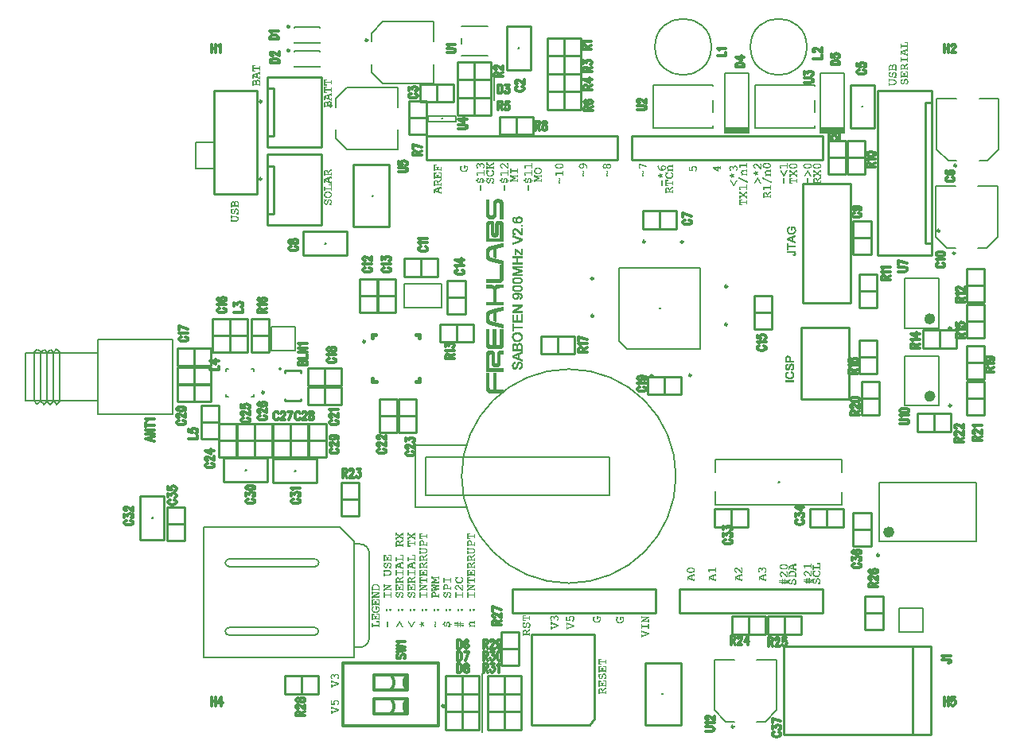
<source format=gto>
*
%LPD*%
%LNFREAK900LR-ST*%
%FSLAX25Y25*%
%MOIN*%
%AD*%
%AD*%
%ADD11C,0.007870079*%
%ADD16C,0.023620079*%
%ADD27C,0.009840157*%
%ADD37C,0.008*%
%ADD38C,0.012*%
%ADD39C,0.015*%
%ADD40C,0.01*%
%ADD44C,0.006*%
%ADD70C,0.007*%
%ADD100C,0.001*%
G54D100*
%SRX1Y1I0.0J0.0*%
G1X371635Y428266D2*
G1X371586Y428708D1*
G1X371390Y429002D1*
G1X371148Y429244D1*
G1X370809Y429293D1*
G1X370618Y429293D1*
G1X370431Y429199D1*
G1X370286Y429054D1*
G1X370191Y428912D1*
G1X370142Y428665D1*
G1X370141Y428661D1*
G1X370038Y428302D1*
G1X369988Y428103D1*
G1X369988Y427903D1*
G1X369983Y427881D1*
G1X369880Y427675D1*
G1X369866Y427658D1*
G1X369660Y427504D1*
G1X369642Y427495D1*
G1X369436Y427444D1*
G1X369414Y427443D1*
G1X369157Y427495D1*
G1X369137Y427504D1*
G1X368932Y427658D1*
G1X368915Y427679D1*
G1X368812Y427936D1*
G1X368810Y427947D1*
G1X368758Y428255D1*
G1X368758Y428271D1*
G1X368810Y428580D1*
G1X368816Y428597D1*
G1X368970Y428854D1*
G1X368978Y428864D1*
G1X369132Y429018D1*
G1X369155Y429031D1*
G1X369355Y429081D1*
G1X369446Y429127D1*
G1X369456Y429137D1*
G1X369446Y429147D1*
G1X369361Y429190D1*
G1X368819Y429190D1*
G1X368734Y429147D1*
G1X368724Y429137D1*
G1X368734Y429127D1*
G1X368819Y429084D1*
G1X368859Y429084D1*
G1X368902Y429009D1*
G1X368702Y428658D1*
G1X368652Y428263D1*
G1X368701Y427870D1*
G1X368896Y427578D1*
G1X369137Y427385D1*
G1X369424Y427337D1*
G1X369712Y427385D1*
G1X369899Y427525D1*
G1X370045Y427817D1*
G1X370146Y428272D1*
G1X370197Y428630D1*
G1X370199Y428639D1*
G1X370251Y428793D1*
G1X370259Y428808D1*
G1X370465Y429065D1*
G1X370488Y429082D1*
G1X370796Y429184D1*
G1X370822Y429186D1*
G1X371079Y429135D1*
G1X371099Y429126D1*
G1X371305Y428971D1*
G1X371319Y428954D1*
G1X371474Y428645D1*
G1X371478Y428630D1*
G1X371530Y428270D1*
G1X371530Y428256D1*
G1X371478Y427896D1*
G1X371472Y427878D1*
G1X371318Y427621D1*
G1X371315Y427616D1*
G1X371161Y427411D1*
G1X371130Y427392D1*
G1X370888Y427343D1*
G1X370831Y427287D1*
G1X370842Y427276D1*
G1X370927Y427234D1*
G1X371469Y427234D1*
G1X371554Y427276D1*
G1X371564Y427287D1*
G1X371554Y427297D1*
G1X371469Y427339D1*
G1X371378Y427339D1*
G1X371333Y427412D1*
G1X371536Y427817D1*
G1X371635Y428266D1*
G1X371585Y432480D2*
G1X370824Y432480D1*
G1X370739Y432437D1*
G1X370729Y432427D1*
G1X370739Y432416D1*
G1X370824Y432374D1*
G1X371429Y432374D1*
G1X371479Y432324D1*
G1X371479Y430679D1*
G1X371429Y430629D1*
G1X370195Y430629D1*
G1X370145Y430679D1*
G1X370145Y431399D1*
G1X370195Y431449D1*
G1X370389Y431449D1*
G1X370474Y431491D1*
G1X370484Y431502D1*
G1X370474Y431512D1*
G1X370389Y431554D1*
G1X369796Y431554D1*
G1X369711Y431512D1*
G1X369701Y431502D1*
G1X369711Y431491D1*
G1X369796Y431449D1*
G1X369990Y431449D1*
G1X370040Y431399D1*
G1X370040Y430679D1*
G1X369990Y430629D1*
G1X368859Y430629D1*
G1X368809Y430679D1*
G1X368809Y432221D1*
G1X368859Y432271D1*
G1X369361Y432271D1*
G1X369446Y432314D1*
G1X369456Y432324D1*
G1X369446Y432334D1*
G1X369361Y432377D1*
G1X368703Y432377D1*
G1X368703Y430280D1*
G1X368746Y430195D1*
G1X368766Y430175D1*
G1X368809Y430196D1*
G1X368809Y430473D1*
G1X368859Y430523D1*
G1X371429Y430523D1*
G1X371479Y430473D1*
G1X371479Y430280D1*
G1X371521Y430195D1*
G1X371542Y430175D1*
G1X371585Y430196D1*
G1X371585Y432480D1*
G1X371585Y435788D2*
G1X371542Y435810D1*
G1X371479Y435747D1*
G1X371479Y435614D1*
G1X371455Y435571D1*
G1X370942Y435263D1*
G1X370638Y435061D1*
G1X370282Y434704D1*
G1X370202Y434717D1*
G1X370049Y435024D1*
G1X369904Y435265D1*
G1X369666Y435360D1*
G1X369474Y435408D1*
G1X369188Y435361D1*
G1X368948Y435168D1*
G1X368752Y434875D1*
G1X368703Y434581D1*
G1X368703Y433364D1*
G1X368746Y433279D1*
G1X368766Y433259D1*
G1X368809Y433280D1*
G1X368809Y433558D1*
G1X368859Y433608D1*
G1X371429Y433608D1*
G1X371479Y433558D1*
G1X371479Y433364D1*
G1X371521Y433279D1*
G1X371542Y433259D1*
G1X371585Y433280D1*
G1X371585Y434195D1*
G1X371542Y434216D1*
G1X371521Y434196D1*
G1X371479Y434111D1*
G1X371479Y433763D1*
G1X371429Y433713D1*
G1X370298Y433713D1*
G1X370248Y433763D1*
G1X370248Y434431D1*
G1X370255Y434457D1*
G1X370409Y434714D1*
G1X370417Y434724D1*
G1X370777Y435084D1*
G1X370794Y435095D1*
G1X371047Y435196D1*
G1X371299Y435347D1*
G1X371585Y435538D1*
G1X371585Y435788D1*
G1X370143Y434586D2*
G1X370143Y433763D1*
G1X370093Y433713D1*
G1X368859Y433713D1*
G1X368809Y433763D1*
G1X368809Y434534D1*
G1X368810Y434544D1*
G1X368861Y434801D1*
G1X368867Y434817D1*
G1X369022Y435074D1*
G1X369034Y435088D1*
G1X369240Y435242D1*
G1X369258Y435251D1*
G1X369464Y435302D1*
G1X369476Y435304D1*
G1X369630Y435304D1*
G1X369665Y435289D1*
G1X369765Y435190D1*
G1X369915Y435090D1*
G1X369932Y435071D1*
G1X370034Y434865D1*
G1X370036Y434861D1*
G1X370139Y434604D1*
G1X370143Y434586D1*
G1X371585Y438410D2*
G1X371542Y438431D1*
G1X371521Y438411D1*
G1X371479Y438326D1*
G1X371479Y437618D1*
G1X371429Y437568D1*
G1X368859Y437568D1*
G1X368809Y437618D1*
G1X368809Y438410D1*
G1X368766Y438431D1*
G1X368746Y438411D1*
G1X368703Y438326D1*
G1X368703Y436705D1*
G1X368746Y436620D1*
G1X368766Y436600D1*
G1X368809Y436621D1*
G1X368809Y437413D1*
G1X368859Y437463D1*
G1X371429Y437463D1*
G1X371479Y437413D1*
G1X371479Y436705D1*
G1X371521Y436620D1*
G1X371542Y436600D1*
G1X371585Y436621D1*
G1X371585Y438410D1*
G1X371585Y442008D2*
G1X371542Y442029D1*
G1X371521Y442009D1*
G1X371479Y441924D1*
G1X371479Y441833D1*
G1X371446Y441786D1*
G1X368703Y440821D1*
G1X368703Y439686D1*
G1X368746Y439601D1*
G1X368766Y439581D1*
G1X368809Y439603D1*
G1X368809Y440291D1*
G1X368876Y440338D1*
G1X371446Y439413D1*
G1X371479Y439366D1*
G1X371479Y439224D1*
G1X371521Y439139D1*
G1X371542Y439118D1*
G1X371585Y439140D1*
G1X371585Y440003D1*
G1X371542Y440025D1*
G1X371521Y440005D1*
G1X371479Y439920D1*
G1X371479Y439572D1*
G1X371411Y439525D1*
G1X370589Y439833D1*
G1X370557Y439880D1*
G1X370557Y441319D1*
G1X370589Y441366D1*
G1X371411Y441674D1*
G1X371479Y441628D1*
G1X371479Y441228D1*
G1X371521Y441143D1*
G1X371542Y441123D1*
G1X371585Y441145D1*
G1X371585Y442008D1*
G1X370451Y441268D2*
G1X370451Y439931D1*
G1X370384Y439884D1*
G1X368842Y440450D1*
G1X368809Y440497D1*
G1X368809Y440702D1*
G1X368842Y440749D1*
G1X370384Y441315D1*
G1X370451Y441268D1*
G1X371585Y444867D2*
G1X370618Y444867D1*
G1X370533Y444825D1*
G1X370523Y444815D1*
G1X370533Y444804D1*
G1X370618Y444762D1*
G1X371429Y444762D1*
G1X371479Y444712D1*
G1X371479Y443273D1*
G1X371429Y443223D1*
G1X368859Y443223D1*
G1X368809Y443273D1*
G1X368809Y443858D1*
G1X368766Y443880D1*
G1X368746Y443860D1*
G1X368703Y443775D1*
G1X368703Y442565D1*
G1X368746Y442480D1*
G1X368766Y442460D1*
G1X368809Y442481D1*
G1X368809Y443067D1*
G1X368859Y443117D1*
G1X371429Y443117D1*
G1X371479Y443067D1*
G1X371479Y442565D1*
G1X371521Y442480D1*
G1X371542Y442460D1*
G1X371585Y442481D1*
G1X371585Y444867D1*
G1X366735Y428065D2*
G1X366687Y428402D1*
G1X366442Y428696D1*
G1X366148Y428941D1*
G1X365755Y428990D1*
G1X363959Y428990D1*
G1X363909Y429040D1*
G1X363909Y429215D1*
G1X363866Y429236D1*
G1X363846Y429216D1*
G1X363803Y429131D1*
G1X363803Y428486D1*
G1X363846Y428401D1*
G1X363866Y428381D1*
G1X363909Y428403D1*
G1X363909Y428834D1*
G1X363959Y428884D1*
G1X365758Y428884D1*
G1X365770Y428883D1*
G1X365975Y428832D1*
G1X366230Y428780D1*
G1X366256Y428767D1*
G1X366410Y428613D1*
G1X366416Y428605D1*
G1X366519Y428451D1*
G1X366522Y428445D1*
G1X366625Y428240D1*
G1X366630Y428217D1*
G1X366630Y428012D1*
G1X366630Y428004D1*
G1X366578Y427695D1*
G1X366568Y427672D1*
G1X366362Y427415D1*
G1X366349Y427403D1*
G1X366092Y427249D1*
G1X366075Y427243D1*
G1X365766Y427191D1*
G1X365758Y427191D1*
G1X363959Y427191D1*
G1X363909Y427241D1*
G1X363909Y427672D1*
G1X363866Y427694D1*
G1X363846Y427674D1*
G1X363803Y427589D1*
G1X363803Y426944D1*
G1X363846Y426859D1*
G1X363866Y426839D1*
G1X363909Y426860D1*
G1X363909Y427035D1*
G1X363959Y427085D1*
G1X365753Y427085D1*
G1X366001Y427135D1*
G1X366250Y427234D1*
G1X366495Y427381D1*
G1X366636Y427570D1*
G1X366735Y428065D1*
G1X366735Y431150D2*
G1X366686Y431592D1*
G1X366490Y431886D1*
G1X366248Y432128D1*
G1X365909Y432177D1*
G1X365718Y432177D1*
G1X365531Y432083D1*
G1X365386Y431938D1*
G1X365291Y431796D1*
G1X365242Y431549D1*
G1X365241Y431545D1*
G1X365138Y431186D1*
G1X365088Y430987D1*
G1X365088Y430787D1*
G1X365083Y430765D1*
G1X364980Y430560D1*
G1X364966Y430542D1*
G1X364760Y430388D1*
G1X364742Y430379D1*
G1X364536Y430328D1*
G1X364514Y430327D1*
G1X364257Y430379D1*
G1X364237Y430388D1*
G1X364032Y430542D1*
G1X364015Y430563D1*
G1X363912Y430820D1*
G1X363910Y430831D1*
G1X363858Y431139D1*
G1X363858Y431156D1*
G1X363910Y431464D1*
G1X363916Y431481D1*
G1X364070Y431738D1*
G1X364078Y431748D1*
G1X364232Y431902D1*
G1X364255Y431915D1*
G1X364455Y431966D1*
G1X364546Y432011D1*
G1X364556Y432021D1*
G1X364546Y432031D1*
G1X364461Y432074D1*
G1X363919Y432074D1*
G1X363834Y432031D1*
G1X363824Y432021D1*
G1X363834Y432011D1*
G1X363919Y431968D1*
G1X363959Y431968D1*
G1X364002Y431894D1*
G1X363802Y431542D1*
G1X363752Y431147D1*
G1X363801Y430754D1*
G1X363996Y430462D1*
G1X364237Y430269D1*
G1X364524Y430221D1*
G1X364812Y430269D1*
G1X364999Y430409D1*
G1X365145Y430702D1*
G1X365246Y431156D1*
G1X365297Y431514D1*
G1X365299Y431523D1*
G1X365351Y431677D1*
G1X365359Y431693D1*
G1X365565Y431950D1*
G1X365588Y431966D1*
G1X365896Y432069D1*
G1X365922Y432070D1*
G1X366179Y432019D1*
G1X366199Y432010D1*
G1X366405Y431856D1*
G1X366419Y431838D1*
G1X366574Y431529D1*
G1X366578Y431514D1*
G1X366630Y431154D1*
G1X366630Y431140D1*
G1X366578Y430780D1*
G1X366572Y430762D1*
G1X366418Y430505D1*
G1X366415Y430500D1*
G1X366261Y430295D1*
G1X366230Y430276D1*
G1X365988Y430227D1*
G1X365931Y430171D1*
G1X365942Y430160D1*
G1X366027Y430118D1*
G1X366569Y430118D1*
G1X366654Y430160D1*
G1X366664Y430171D1*
G1X366654Y430181D1*
G1X366569Y430223D1*
G1X366478Y430223D1*
G1X366433Y430296D1*
G1X366636Y430702D1*
G1X366735Y431150D1*
G1X366685Y434638D2*
G1X366635Y434887D1*
G1X366587Y435030D1*
G1X366443Y435223D1*
G1X366303Y435316D1*
G1X365912Y435414D1*
G1X365724Y435366D1*
G1X365527Y435268D1*
G1X365338Y435126D1*
G1X365240Y434832D1*
G1X365157Y434813D1*
G1X364858Y435112D1*
G1X364522Y435208D1*
G1X364289Y435161D1*
G1X364046Y434967D1*
G1X363852Y434724D1*
G1X363803Y434433D1*
G1X363803Y433164D1*
G1X363846Y433079D1*
G1X363866Y433059D1*
G1X363909Y433080D1*
G1X363909Y433358D1*
G1X363959Y433408D1*
G1X366529Y433408D1*
G1X366579Y433358D1*
G1X366579Y433164D1*
G1X366621Y433079D1*
G1X366642Y433059D1*
G1X366685Y433080D1*
G1X366685Y434638D1*
G1X366579Y434797D2*
G1X366579Y433563D1*
G1X366529Y433513D1*
G1X365295Y433513D1*
G1X365245Y433563D1*
G1X365245Y434643D1*
G1X365251Y434665D1*
G1X365353Y434871D1*
G1X365357Y434876D1*
G1X365562Y435184D1*
G1X365576Y435198D1*
G1X365730Y435301D1*
G1X365758Y435309D1*
G1X365912Y435309D1*
G1X365920Y435309D1*
G1X366229Y435257D1*
G1X366260Y435239D1*
G1X366465Y434982D1*
G1X366468Y434979D1*
G1X366571Y434825D1*
G1X366579Y434797D1*
G1X365140Y434540D2*
G1X365140Y433563D1*
G1X365090Y433513D1*
G1X363959Y433513D1*
G1X363909Y433563D1*
G1X363909Y434386D1*
G1X363910Y434395D1*
G1X363961Y434652D1*
G1X363966Y434665D1*
G1X364068Y434871D1*
G1X364083Y434888D1*
G1X364289Y435042D1*
G1X364307Y435051D1*
G1X364512Y435102D1*
G1X364543Y435100D1*
G1X364800Y434997D1*
G1X364817Y434986D1*
G1X365022Y434781D1*
G1X365032Y434768D1*
G1X365134Y434562D1*
G1X365140Y434540D1*
G1X335085Y388120D2*
G1X335042Y388142D1*
G1X334979Y388079D1*
G1X334979Y387945D1*
G1X334955Y387903D1*
G1X334442Y387595D1*
G1X334138Y387393D1*
G1X333782Y387036D1*
G1X333702Y387049D1*
G1X333549Y387356D1*
G1X333404Y387597D1*
G1X333166Y387692D1*
G1X332974Y387740D1*
G1X332688Y387693D1*
G1X332448Y387500D1*
G1X332252Y387207D1*
G1X332203Y386913D1*
G1X332203Y385696D1*
G1X332246Y385611D1*
G1X332266Y385590D1*
G1X332309Y385612D1*
G1X332309Y385889D1*
G1X332359Y385939D1*
G1X334929Y385939D1*
G1X334979Y385889D1*
G1X334979Y385696D1*
G1X335021Y385611D1*
G1X335042Y385590D1*
G1X335085Y385612D1*
G1X335085Y386527D1*
G1X335042Y386548D1*
G1X335021Y386528D1*
G1X334979Y386443D1*
G1X334979Y386095D1*
G1X334929Y386045D1*
G1X333798Y386045D1*
G1X333748Y386095D1*
G1X333748Y386763D1*
G1X333755Y386789D1*
G1X333909Y387046D1*
G1X333917Y387056D1*
G1X334277Y387415D1*
G1X334294Y387426D1*
G1X334547Y387528D1*
G1X334799Y387679D1*
G1X335085Y387869D1*
G1X335085Y388120D1*
G1X333643Y386917D2*
G1X333643Y386095D1*
G1X333593Y386045D1*
G1X332359Y386045D1*
G1X332309Y386095D1*
G1X332309Y386866D1*
G1X332310Y386876D1*
G1X332361Y387133D1*
G1X332367Y387149D1*
G1X332522Y387406D1*
G1X332534Y387420D1*
G1X332740Y387574D1*
G1X332758Y387583D1*
G1X332964Y387634D1*
G1X332976Y387636D1*
G1X333130Y387636D1*
G1X333165Y387621D1*
G1X333265Y387522D1*
G1X333415Y387422D1*
G1X333432Y387402D1*
G1X333534Y387197D1*
G1X333536Y387193D1*
G1X333639Y386936D1*
G1X333643Y386917D1*
G1X335085Y391101D2*
G1X335042Y391123D1*
G1X335021Y391103D1*
G1X334979Y391018D1*
G1X334979Y390978D1*
G1X334960Y390939D1*
G1X333624Y389860D1*
G1X333561Y389860D1*
G1X332328Y390836D1*
G1X332309Y390875D1*
G1X332309Y390999D1*
G1X332266Y391020D1*
G1X332246Y391000D1*
G1X332203Y390915D1*
G1X332203Y390373D1*
G1X332246Y390288D1*
G1X332266Y390268D1*
G1X332309Y390289D1*
G1X332309Y390618D1*
G1X332389Y390658D1*
G1X333469Y389836D1*
G1X333470Y389757D1*
G1X332390Y388883D1*
G1X332309Y388922D1*
G1X332309Y389251D1*
G1X332266Y389272D1*
G1X332246Y389252D1*
G1X332203Y389167D1*
G1X332203Y388625D1*
G1X332246Y388540D1*
G1X332266Y388520D1*
G1X332309Y388542D1*
G1X332309Y388716D1*
G1X332329Y388756D1*
G1X333563Y389682D1*
G1X333622Y389682D1*
G1X334958Y388705D1*
G1X334979Y388665D1*
G1X334979Y388532D1*
G1X335001Y388509D1*
G1X335020Y388509D1*
G1X335085Y388542D1*
G1X335085Y389354D1*
G1X335042Y389375D1*
G1X335021Y389355D1*
G1X334979Y389270D1*
G1X334979Y388871D1*
G1X334898Y388831D1*
G1X333716Y389757D1*
G1X333716Y389835D1*
G1X334898Y390761D1*
G1X334979Y390721D1*
G1X334979Y390373D1*
G1X335021Y390288D1*
G1X335042Y390268D1*
G1X335085Y390289D1*
G1X335085Y391101D1*
G1X334835Y218866D2*
G1X334786Y219308D1*
G1X334590Y219602D1*
G1X334348Y219844D1*
G1X334009Y219893D1*
G1X333818Y219893D1*
G1X333631Y219799D1*
G1X333486Y219654D1*
G1X333391Y219512D1*
G1X333342Y219265D1*
G1X333341Y219261D1*
G1X333238Y218902D1*
G1X333188Y218703D1*
G1X333188Y218503D1*
G1X333183Y218481D1*
G1X333080Y218275D1*
G1X333066Y218258D1*
G1X332860Y218104D1*
G1X332842Y218095D1*
G1X332636Y218044D1*
G1X332614Y218043D1*
G1X332357Y218095D1*
G1X332337Y218104D1*
G1X332132Y218258D1*
G1X332115Y218279D1*
G1X332012Y218536D1*
G1X332010Y218547D1*
G1X331958Y218855D1*
G1X331958Y218871D1*
G1X332010Y219180D1*
G1X332016Y219197D1*
G1X332170Y219454D1*
G1X332178Y219464D1*
G1X332332Y219618D1*
G1X332355Y219631D1*
G1X332555Y219681D1*
G1X332646Y219727D1*
G1X332656Y219737D1*
G1X332646Y219747D1*
G1X332561Y219790D1*
G1X332019Y219790D1*
G1X331934Y219747D1*
G1X331924Y219737D1*
G1X331934Y219727D1*
G1X332019Y219684D1*
G1X332059Y219684D1*
G1X332102Y219609D1*
G1X331902Y219258D1*
G1X331852Y218863D1*
G1X331901Y218470D1*
G1X332096Y218178D1*
G1X332337Y217985D1*
G1X332624Y217937D1*
G1X332912Y217985D1*
G1X333099Y218125D1*
G1X333245Y218417D1*
G1X333346Y218872D1*
G1X333397Y219230D1*
G1X333399Y219239D1*
G1X333451Y219393D1*
G1X333459Y219408D1*
G1X333665Y219665D1*
G1X333688Y219682D1*
G1X333996Y219784D1*
G1X334022Y219786D1*
G1X334279Y219735D1*
G1X334299Y219726D1*
G1X334505Y219571D1*
G1X334519Y219554D1*
G1X334674Y219245D1*
G1X334678Y219230D1*
G1X334730Y218870D1*
G1X334730Y218856D1*
G1X334678Y218496D1*
G1X334672Y218478D1*
G1X334518Y218221D1*
G1X334515Y218216D1*
G1X334361Y218011D1*
G1X334330Y217992D1*
G1X334088Y217943D1*
G1X334031Y217887D1*
G1X334042Y217876D1*
G1X334127Y217834D1*
G1X334669Y217834D1*
G1X334754Y217876D1*
G1X334764Y217887D1*
G1X334754Y217897D1*
G1X334669Y217939D1*
G1X334578Y217939D1*
G1X334533Y218012D1*
G1X334736Y218417D1*
G1X334835Y218866D1*
G1X334836Y222349D2*
G1X334738Y222593D1*
G1X334589Y222842D1*
G1X334300Y223131D1*
G1X334290Y223131D1*
G1X334227Y223068D1*
G1X334259Y223005D1*
G1X334459Y222805D1*
G1X334463Y222800D1*
G1X334618Y222594D1*
G1X334624Y222583D1*
G1X334727Y222326D1*
G1X334730Y222307D1*
G1X334730Y222050D1*
G1X334729Y222038D1*
G1X334626Y221627D1*
G1X334618Y221610D1*
G1X334361Y221250D1*
G1X334350Y221238D1*
G1X333990Y220981D1*
G1X333972Y220973D1*
G1X333509Y220870D1*
G1X333498Y220869D1*
G1X333138Y220869D1*
G1X333131Y220870D1*
G1X332771Y220921D1*
G1X332751Y220929D1*
G1X332288Y221237D1*
G1X332277Y221248D1*
G1X332071Y221505D1*
G1X332062Y221524D1*
G1X332010Y221730D1*
G1X332010Y221732D1*
G1X331958Y221989D1*
G1X331957Y221999D1*
G1X331958Y222007D1*
G1X332010Y222315D1*
G1X332013Y222327D1*
G1X332167Y222687D1*
G1X332183Y222707D1*
G1X332389Y222861D1*
G1X332407Y222870D1*
G1X332607Y222920D1*
G1X332677Y222955D1*
G1X332646Y222986D1*
G1X332561Y223028D1*
G1X332019Y223028D1*
G1X331934Y222986D1*
G1X331924Y222975D1*
G1X331934Y222965D1*
G1X332019Y222923D1*
G1X332162Y222923D1*
G1X332204Y222846D1*
G1X331952Y222443D1*
G1X331853Y221946D1*
G1X331902Y221651D1*
G1X332000Y221357D1*
G1X332246Y221111D1*
G1X332494Y220912D1*
G1X332790Y220814D1*
G1X333142Y220764D1*
G1X333546Y220764D1*
G1X333943Y220813D1*
G1X334086Y220909D1*
G1X334489Y221211D1*
G1X334587Y221357D1*
G1X334736Y221606D1*
G1X334836Y222106D1*
G1X334836Y222349D1*
G1X334785Y226215D2*
G1X333818Y226215D1*
G1X333733Y226173D1*
G1X333723Y226162D1*
G1X333733Y226152D1*
G1X333818Y226109D1*
G1X334629Y226109D1*
G1X334679Y226059D1*
G1X334679Y224620D1*
G1X334629Y224570D1*
G1X332059Y224570D1*
G1X332009Y224620D1*
G1X332009Y225206D1*
G1X331966Y225228D1*
G1X331946Y225207D1*
G1X331903Y225122D1*
G1X331903Y223912D1*
G1X331946Y223827D1*
G1X331966Y223807D1*
G1X332009Y223829D1*
G1X332009Y224415D1*
G1X332059Y224465D1*
G1X334629Y224465D1*
G1X334679Y224415D1*
G1X334679Y223912D1*
G1X334721Y223827D1*
G1X334742Y223807D1*
G1X334785Y223829D1*
G1X334785Y226215D1*
G1X335135Y392931D2*
G1X335087Y393268D1*
G1X334847Y393508D1*
G1X334398Y393757D1*
G1X333794Y393858D1*
G1X333287Y393858D1*
G1X332784Y393808D1*
G1X332486Y393659D1*
G1X332238Y393510D1*
G1X332044Y393268D1*
G1X331948Y392931D1*
G1X332045Y392593D1*
G1X332238Y392303D1*
G1X332682Y392106D1*
G1X333288Y392005D1*
G1X333796Y392005D1*
G1X334298Y392055D1*
G1X334598Y392205D1*
G1X334608Y392209D1*
G1X334801Y392257D1*
G1X334892Y392348D1*
G1X335087Y392592D1*
G1X335135Y392931D1*
G1X335030Y392923D2*
G1X334978Y392615D1*
G1X334964Y392588D1*
G1X334759Y392382D1*
G1X334751Y392376D1*
G1X334597Y392273D1*
G1X334581Y392266D1*
G1X334376Y392215D1*
G1X334372Y392214D1*
G1X333807Y392111D1*
G1X333798Y392110D1*
G1X333336Y392110D1*
G1X333330Y392111D1*
G1X332867Y392162D1*
G1X332855Y392165D1*
G1X332444Y392319D1*
G1X332426Y392331D1*
G1X332169Y392588D1*
G1X332157Y392607D1*
G1X332054Y392916D1*
G1X332054Y392947D1*
G1X332157Y393256D1*
G1X332165Y393270D1*
G1X332319Y393475D1*
G1X332331Y393487D1*
G1X332485Y393590D1*
G1X332503Y393597D1*
G1X332761Y393649D1*
G1X333327Y393752D1*
G1X333336Y393752D1*
G1X333798Y393752D1*
G1X333804Y393752D1*
G1X334266Y393701D1*
G1X334280Y393697D1*
G1X334640Y393543D1*
G1X334653Y393535D1*
G1X334961Y393278D1*
G1X334978Y393248D1*
G1X335030Y392940D1*
G1X335030Y392923D1*
G1X331593Y219200D2*
G1X331562Y219231D1*
G1X331475Y219274D1*
G1X330353Y219376D1*
G1X330308Y219426D1*
G1X330308Y219909D1*
G1X330265Y219930D1*
G1X330245Y219910D1*
G1X330202Y219825D1*
G1X330202Y219426D1*
G1X330152Y219376D1*
G1X329433Y219376D1*
G1X329383Y219426D1*
G1X329383Y219909D1*
G1X329340Y219930D1*
G1X329320Y219910D1*
G1X329277Y219825D1*
G1X329277Y219426D1*
G1X329223Y219376D1*
G1X328094Y219479D1*
G1X328057Y219479D1*
G1X327992Y219446D1*
G1X328023Y219416D1*
G1X328110Y219372D1*
G1X329232Y219270D1*
G1X329277Y219220D1*
G1X329277Y218655D1*
G1X329223Y218605D1*
G1X328094Y218708D1*
G1X328057Y218708D1*
G1X327992Y218675D1*
G1X328023Y218644D1*
G1X328110Y218601D1*
G1X329232Y218499D1*
G1X329277Y218449D1*
G1X329277Y218050D1*
G1X329320Y217965D1*
G1X329340Y217945D1*
G1X329383Y217966D1*
G1X329383Y218449D1*
G1X329433Y218499D1*
G1X330152Y218499D1*
G1X330202Y218449D1*
G1X330202Y218050D1*
G1X330245Y217965D1*
G1X330265Y217945D1*
G1X330308Y217966D1*
G1X330308Y218449D1*
G1X330362Y218499D1*
G1X331491Y218396D1*
G1X331528Y218396D1*
G1X331593Y218429D1*
G1X331562Y218459D1*
G1X331475Y218503D1*
G1X330353Y218605D1*
G1X330308Y218655D1*
G1X330308Y219220D1*
G1X330362Y219270D1*
G1X331491Y219167D1*
G1X331528Y219167D1*
G1X331593Y219200D1*
G1X330202Y219220D2*
G1X330202Y218655D1*
G1X330152Y218605D1*
G1X329433Y218605D1*
G1X329383Y218655D1*
G1X329383Y219220D1*
G1X329433Y219270D1*
G1X330152Y219270D1*
G1X330202Y219220D1*
G1X331285Y222923D2*
G1X331089Y222923D1*
G1X331004Y222880D1*
G1X330994Y222870D1*
G1X331004Y222859D1*
G1X331089Y222817D1*
G1X331129Y222817D1*
G1X331179Y222767D1*
G1X331179Y221122D1*
G1X331129Y221072D1*
G1X331078Y221072D1*
G1X331039Y221090D1*
G1X330578Y221654D1*
G1X329505Y222727D1*
G1X329260Y222874D1*
G1X329020Y222922D1*
G1X328683Y222874D1*
G1X328391Y222630D1*
G1X328196Y222337D1*
G1X328147Y221997D1*
G1X328196Y221750D1*
G1X328244Y221559D1*
G1X328591Y221212D1*
G1X328735Y221116D1*
G1X328863Y221073D1*
G1X328920Y221102D1*
G1X328920Y221143D1*
G1X328639Y221283D1*
G1X328626Y221292D1*
G1X328421Y221498D1*
G1X328411Y221511D1*
G1X328309Y221717D1*
G1X328304Y221729D1*
G1X328253Y221986D1*
G1X328252Y221996D1*
G1X328253Y222004D1*
G1X328304Y222313D1*
G1X328310Y222330D1*
G1X328465Y222587D1*
G1X328482Y222604D1*
G1X328739Y222758D1*
G1X328755Y222765D1*
G1X329012Y222816D1*
G1X329034Y222815D1*
G1X329239Y222764D1*
G1X329257Y222756D1*
G1X329463Y222601D1*
G1X329468Y222597D1*
G1X329620Y222444D1*
G1X329875Y222241D1*
G1X329881Y222235D1*
G1X331048Y220966D1*
G1X331285Y220966D1*
G1X331285Y222923D1*
G1X331285Y226077D2*
G1X331242Y226099D1*
G1X331221Y226078D1*
G1X331179Y225993D1*
G1X331179Y225286D1*
G1X331129Y225236D1*
G1X328163Y225236D1*
G1X328449Y224284D1*
G1X328507Y224225D1*
G1X328560Y224278D1*
G1X328560Y224353D1*
G1X328357Y225066D1*
G1X328405Y225130D1*
G1X331129Y225130D1*
G1X331179Y225080D1*
G1X331179Y224372D1*
G1X331221Y224287D1*
G1X331242Y224267D1*
G1X331285Y224288D1*
G1X331285Y226077D1*
G1X329800Y387793D2*
G1X329591Y387793D1*
G1X329591Y385734D1*
G1X329800Y385734D1*
G1X329800Y387793D1*
G1X330971Y388778D2*
G1X330936Y388847D1*
G1X329694Y391033D1*
G1X328402Y388845D1*
G1X328394Y388835D1*
G1X328378Y388819D1*
G1X328424Y388774D1*
G1X328531Y388809D1*
G1X329652Y390746D1*
G1X329739Y390746D1*
G1X330866Y388799D1*
G1X330929Y388736D1*
G1X330971Y388778D1*
G1X331135Y392931D2*
G1X331087Y393268D1*
G1X330847Y393508D1*
G1X330398Y393757D1*
G1X329794Y393858D1*
G1X329287Y393858D1*
G1X328784Y393808D1*
G1X328486Y393659D1*
G1X328238Y393510D1*
G1X328044Y393268D1*
G1X327948Y392931D1*
G1X328045Y392593D1*
G1X328238Y392303D1*
G1X328682Y392106D1*
G1X329288Y392005D1*
G1X329796Y392005D1*
G1X330298Y392055D1*
G1X330598Y392205D1*
G1X330608Y392209D1*
G1X330801Y392257D1*
G1X330892Y392348D1*
G1X331087Y392592D1*
G1X331135Y392931D1*
G1X331030Y392923D2*
G1X330978Y392615D1*
G1X330964Y392588D1*
G1X330759Y392382D1*
G1X330751Y392376D1*
G1X330597Y392273D1*
G1X330581Y392266D1*
G1X330376Y392215D1*
G1X330372Y392214D1*
G1X329807Y392111D1*
G1X329798Y392110D1*
G1X329336Y392110D1*
G1X329330Y392111D1*
G1X328867Y392162D1*
G1X328855Y392165D1*
G1X328444Y392319D1*
G1X328426Y392331D1*
G1X328169Y392588D1*
G1X328157Y392607D1*
G1X328054Y392916D1*
G1X328054Y392947D1*
G1X328157Y393256D1*
G1X328165Y393270D1*
G1X328319Y393475D1*
G1X328331Y393487D1*
G1X328485Y393590D1*
G1X328503Y393597D1*
G1X328761Y393649D1*
G1X329327Y393752D1*
G1X329336Y393752D1*
G1X329798Y393752D1*
G1X329804Y393752D1*
G1X330266Y393701D1*
G1X330280Y393697D1*
G1X330640Y393543D1*
G1X330653Y393535D1*
G1X330961Y393278D1*
G1X330978Y393248D1*
G1X331030Y392940D1*
G1X331030Y392923D1*
G1X325085Y387401D2*
G1X325042Y387422D1*
G1X325021Y387402D1*
G1X324979Y387317D1*
G1X324979Y386815D1*
G1X324929Y386765D1*
G1X322359Y386765D1*
G1X322309Y386815D1*
G1X322309Y387688D1*
G1X322359Y387738D1*
G1X323067Y387738D1*
G1X323152Y387781D1*
G1X323162Y387791D1*
G1X323152Y387802D1*
G1X323067Y387844D1*
G1X322203Y387844D1*
G1X322203Y385580D1*
G1X323067Y385580D1*
G1X323152Y385622D1*
G1X323162Y385632D1*
G1X323152Y385643D1*
G1X323067Y385685D1*
G1X322359Y385685D1*
G1X322309Y385735D1*
G1X322309Y386609D1*
G1X322359Y386659D1*
G1X324929Y386659D1*
G1X324979Y386609D1*
G1X324979Y386107D1*
G1X325021Y386022D1*
G1X325042Y386002D1*
G1X325085Y386023D1*
G1X325085Y387401D1*
G1X325085Y391101D2*
G1X325042Y391123D1*
G1X325021Y391103D1*
G1X324979Y391018D1*
G1X324979Y390978D1*
G1X324960Y390939D1*
G1X323624Y389860D1*
G1X323561Y389860D1*
G1X322328Y390836D1*
G1X322309Y390875D1*
G1X322309Y390999D1*
G1X322266Y391020D1*
G1X322246Y391000D1*
G1X322203Y390915D1*
G1X322203Y390373D1*
G1X322246Y390288D1*
G1X322266Y390268D1*
G1X322309Y390289D1*
G1X322309Y390618D1*
G1X322389Y390658D1*
G1X323469Y389836D1*
G1X323470Y389757D1*
G1X322390Y388883D1*
G1X322309Y388922D1*
G1X322309Y389251D1*
G1X322266Y389272D1*
G1X322246Y389252D1*
G1X322203Y389167D1*
G1X322203Y388625D1*
G1X322246Y388540D1*
G1X322266Y388520D1*
G1X322309Y388542D1*
G1X322309Y388716D1*
G1X322329Y388756D1*
G1X323563Y389682D1*
G1X323622Y389682D1*
G1X324958Y388705D1*
G1X324979Y388665D1*
G1X324979Y388532D1*
G1X325001Y388509D1*
G1X325020Y388509D1*
G1X325085Y388542D1*
G1X325085Y389354D1*
G1X325042Y389375D1*
G1X325021Y389355D1*
G1X324979Y389270D1*
G1X324979Y388871D1*
G1X324898Y388831D1*
G1X323716Y389757D1*
G1X323716Y389835D1*
G1X324898Y390761D1*
G1X324979Y390721D1*
G1X324979Y390373D1*
G1X325021Y390288D1*
G1X325042Y390268D1*
G1X325085Y390289D1*
G1X325085Y391101D1*
G1X324735Y218566D2*
G1X324686Y219008D1*
G1X324490Y219302D1*
G1X324248Y219544D1*
G1X323909Y219593D1*
G1X323718Y219593D1*
G1X323531Y219499D1*
G1X323386Y219354D1*
G1X323291Y219212D1*
G1X323242Y218965D1*
G1X323241Y218961D1*
G1X323138Y218602D1*
G1X323088Y218403D1*
G1X323088Y218203D1*
G1X323083Y218181D1*
G1X322980Y217975D1*
G1X322966Y217958D1*
G1X322760Y217804D1*
G1X322742Y217795D1*
G1X322536Y217744D1*
G1X322514Y217743D1*
G1X322257Y217795D1*
G1X322237Y217804D1*
G1X322032Y217958D1*
G1X322015Y217979D1*
G1X321912Y218236D1*
G1X321910Y218247D1*
G1X321858Y218555D1*
G1X321858Y218571D1*
G1X321910Y218880D1*
G1X321916Y218897D1*
G1X322070Y219154D1*
G1X322078Y219164D1*
G1X322232Y219318D1*
G1X322255Y219331D1*
G1X322455Y219381D1*
G1X322546Y219427D1*
G1X322556Y219437D1*
G1X322546Y219447D1*
G1X322461Y219490D1*
G1X321919Y219490D1*
G1X321834Y219447D1*
G1X321824Y219437D1*
G1X321834Y219427D1*
G1X321919Y219384D1*
G1X321959Y219384D1*
G1X322002Y219309D1*
G1X321802Y218958D1*
G1X321752Y218563D1*
G1X321801Y218170D1*
G1X321996Y217878D1*
G1X322237Y217685D1*
G1X322524Y217637D1*
G1X322812Y217685D1*
G1X322999Y217825D1*
G1X323145Y218117D1*
G1X323246Y218572D1*
G1X323297Y218930D1*
G1X323299Y218939D1*
G1X323351Y219093D1*
G1X323359Y219108D1*
G1X323565Y219365D1*
G1X323588Y219382D1*
G1X323896Y219484D1*
G1X323922Y219486D1*
G1X324179Y219435D1*
G1X324199Y219426D1*
G1X324405Y219271D1*
G1X324419Y219254D1*
G1X324574Y218945D1*
G1X324578Y218930D1*
G1X324630Y218570D1*
G1X324630Y218556D1*
G1X324578Y218196D1*
G1X324572Y218178D1*
G1X324418Y217921D1*
G1X324415Y217916D1*
G1X324261Y217711D1*
G1X324230Y217692D1*
G1X323988Y217643D1*
G1X323931Y217587D1*
G1X323942Y217576D1*
G1X324027Y217534D1*
G1X324569Y217534D1*
G1X324654Y217576D1*
G1X324664Y217587D1*
G1X324654Y217597D1*
G1X324569Y217639D1*
G1X324478Y217639D1*
G1X324433Y217712D1*
G1X324636Y218117D1*
G1X324735Y218566D1*
G1X324685Y221797D2*
G1X324635Y222096D1*
G1X324537Y222341D1*
G1X324292Y222635D1*
G1X323996Y222783D1*
G1X323694Y222884D1*
G1X323394Y222934D1*
G1X323092Y222934D1*
G1X322643Y222884D1*
G1X322148Y222587D1*
G1X322052Y222442D1*
G1X322046Y222434D1*
G1X321902Y222291D1*
G1X321803Y221797D1*
G1X321803Y220734D1*
G1X321846Y220649D1*
G1X321866Y220629D1*
G1X321909Y220650D1*
G1X321909Y220825D1*
G1X321959Y220875D1*
G1X324529Y220875D1*
G1X324579Y220825D1*
G1X324579Y220734D1*
G1X324621Y220649D1*
G1X324642Y220629D1*
G1X324685Y220650D1*
G1X324685Y221797D1*
G1X324579Y221802D2*
G1X324579Y221030D1*
G1X324529Y220980D1*
G1X321959Y220980D1*
G1X321909Y221030D1*
G1X321909Y221802D1*
G1X321910Y221814D1*
G1X322013Y222225D1*
G1X322023Y222244D1*
G1X322228Y222501D1*
G1X322241Y222512D1*
G1X322652Y222769D1*
G1X322671Y222776D1*
G1X323031Y222828D1*
G1X323038Y222828D1*
G1X323450Y222828D1*
G1X323459Y222827D1*
G1X323973Y222724D1*
G1X323994Y222715D1*
G1X324199Y222561D1*
G1X324205Y222556D1*
G1X324410Y222351D1*
G1X324421Y222334D1*
G1X324524Y222077D1*
G1X324527Y222068D1*
G1X324578Y221811D1*
G1X324579Y221802D1*
G1X324685Y226140D2*
G1X324642Y226161D1*
G1X324621Y226141D1*
G1X324579Y226056D1*
G1X324579Y225965D1*
G1X324546Y225918D1*
G1X321803Y224953D1*
G1X321803Y223818D1*
G1X321846Y223733D1*
G1X321866Y223713D1*
G1X321909Y223734D1*
G1X321909Y224423D1*
G1X321976Y224470D1*
G1X324546Y223545D1*
G1X324579Y223498D1*
G1X324579Y223355D1*
G1X324621Y223270D1*
G1X324642Y223250D1*
G1X324685Y223272D1*
G1X324685Y224135D1*
G1X324642Y224157D1*
G1X324621Y224136D1*
G1X324579Y224051D1*
G1X324579Y223703D1*
G1X324511Y223657D1*
G1X323689Y223965D1*
G1X323657Y224012D1*
G1X323657Y225451D1*
G1X323689Y225498D1*
G1X324511Y225806D1*
G1X324579Y225759D1*
G1X324579Y225360D1*
G1X324621Y225275D1*
G1X324642Y225255D1*
G1X324685Y225276D1*
G1X324685Y226140D1*
G1X323551Y225400D2*
G1X323551Y224063D1*
G1X323484Y224016D1*
G1X321942Y224582D1*
G1X321909Y224629D1*
G1X321909Y224834D1*
G1X321942Y224881D1*
G1X323484Y225447D1*
G1X323551Y225400D1*
G1X321493Y218900D2*
G1X321462Y218931D1*
G1X321375Y218974D1*
G1X320253Y219076D1*
G1X320208Y219126D1*
G1X320208Y219609D1*
G1X320165Y219630D1*
G1X320145Y219610D1*
G1X320102Y219525D1*
G1X320102Y219126D1*
G1X320052Y219076D1*
G1X319333Y219076D1*
G1X319283Y219126D1*
G1X319283Y219609D1*
G1X319240Y219630D1*
G1X319220Y219610D1*
G1X319177Y219525D1*
G1X319177Y219126D1*
G1X319123Y219076D1*
G1X317994Y219179D1*
G1X317957Y219179D1*
G1X317892Y219146D1*
G1X317923Y219116D1*
G1X318010Y219072D1*
G1X319132Y218970D1*
G1X319177Y218920D1*
G1X319177Y218355D1*
G1X319123Y218305D1*
G1X317994Y218408D1*
G1X317957Y218408D1*
G1X317892Y218375D1*
G1X317923Y218344D1*
G1X318010Y218301D1*
G1X319132Y218199D1*
G1X319177Y218149D1*
G1X319177Y217750D1*
G1X319220Y217665D1*
G1X319240Y217645D1*
G1X319283Y217666D1*
G1X319283Y218149D1*
G1X319333Y218199D1*
G1X320052Y218199D1*
G1X320102Y218149D1*
G1X320102Y217750D1*
G1X320145Y217665D1*
G1X320165Y217645D1*
G1X320208Y217666D1*
G1X320208Y218149D1*
G1X320262Y218199D1*
G1X321391Y218096D1*
G1X321428Y218096D1*
G1X321493Y218129D1*
G1X321462Y218159D1*
G1X321375Y218203D1*
G1X320253Y218305D1*
G1X320208Y218355D1*
G1X320208Y218920D1*
G1X320262Y218970D1*
G1X321391Y218867D1*
G1X321428Y218867D1*
G1X321493Y218900D1*
G1X320102Y218920D2*
G1X320102Y218355D1*
G1X320052Y218305D1*
G1X319333Y218305D1*
G1X319283Y218355D1*
G1X319283Y218920D1*
G1X319333Y218970D1*
G1X320052Y218970D1*
G1X320102Y218920D1*
G1X321185Y222623D2*
G1X320989Y222623D1*
G1X320904Y222580D1*
G1X320894Y222570D1*
G1X320904Y222559D1*
G1X320989Y222517D1*
G1X321029Y222517D1*
G1X321079Y222467D1*
G1X321079Y220822D1*
G1X321029Y220772D1*
G1X320978Y220772D1*
G1X320939Y220790D1*
G1X320478Y221354D1*
G1X319405Y222427D1*
G1X319160Y222574D1*
G1X318920Y222622D1*
G1X318583Y222574D1*
G1X318291Y222330D1*
G1X318096Y222037D1*
G1X318047Y221697D1*
G1X318096Y221450D1*
G1X318144Y221259D1*
G1X318491Y220912D1*
G1X318635Y220816D1*
G1X318763Y220773D1*
G1X318820Y220802D1*
G1X318820Y220843D1*
G1X318539Y220983D1*
G1X318526Y220992D1*
G1X318321Y221198D1*
G1X318311Y221211D1*
G1X318209Y221417D1*
G1X318204Y221429D1*
G1X318153Y221686D1*
G1X318152Y221696D1*
G1X318153Y221704D1*
G1X318204Y222013D1*
G1X318210Y222030D1*
G1X318365Y222287D1*
G1X318382Y222304D1*
G1X318639Y222458D1*
G1X318655Y222465D1*
G1X318912Y222516D1*
G1X318934Y222515D1*
G1X319139Y222464D1*
G1X319157Y222456D1*
G1X319363Y222301D1*
G1X319368Y222297D1*
G1X319520Y222144D1*
G1X319775Y221941D1*
G1X319781Y221935D1*
G1X320948Y220666D1*
G1X321185Y220666D1*
G1X321185Y222623D1*
G1X321235Y224831D2*
G1X321187Y225168D1*
G1X320947Y225408D1*
G1X320498Y225657D1*
G1X319894Y225758D1*
G1X319387Y225758D1*
G1X318884Y225708D1*
G1X318586Y225559D1*
G1X318338Y225410D1*
G1X318144Y225168D1*
G1X318048Y224831D1*
G1X318145Y224493D1*
G1X318338Y224203D1*
G1X318782Y224006D1*
G1X319388Y223905D1*
G1X319896Y223905D1*
G1X320398Y223955D1*
G1X320698Y224105D1*
G1X320708Y224109D1*
G1X320901Y224157D1*
G1X320992Y224248D1*
G1X321187Y224492D1*
G1X321235Y224831D1*
G1X321130Y224823D2*
G1X321078Y224515D1*
G1X321064Y224488D1*
G1X320859Y224282D1*
G1X320851Y224276D1*
G1X320697Y224173D1*
G1X320681Y224166D1*
G1X320476Y224115D1*
G1X320472Y224114D1*
G1X319907Y224011D1*
G1X319898Y224010D1*
G1X319436Y224010D1*
G1X319430Y224011D1*
G1X318967Y224062D1*
G1X318955Y224065D1*
G1X318544Y224219D1*
G1X318526Y224231D1*
G1X318269Y224488D1*
G1X318257Y224507D1*
G1X318154Y224816D1*
G1X318154Y224847D1*
G1X318257Y225156D1*
G1X318265Y225170D1*
G1X318419Y225375D1*
G1X318431Y225387D1*
G1X318585Y225490D1*
G1X318603Y225497D1*
G1X318861Y225549D1*
G1X319427Y225652D1*
G1X319436Y225652D1*
G1X319898Y225652D1*
G1X319904Y225652D1*
G1X320366Y225601D1*
G1X320380Y225597D1*
G1X320740Y225443D1*
G1X320753Y225435D1*
G1X321061Y225178D1*
G1X321078Y225148D1*
G1X321130Y224840D1*
G1X321130Y224823D1*
G1X323885Y302904D2*
G1X320449Y302904D1*
G1X320449Y302513D1*
G1X323885Y302513D1*
G1X323885Y302904D1*
G1X323933Y305262D2*
G1X323886Y305738D1*
G1X323650Y306163D1*
G1X323320Y306446D1*
G1X322843Y306619D1*
G1X322764Y306227D1*
G1X323117Y306095D1*
G1X323131Y306087D1*
G1X323377Y305891D1*
G1X323387Y305879D1*
G1X323583Y305585D1*
G1X323591Y305564D1*
G1X323640Y305220D1*
G1X323641Y305213D1*
G1X323640Y305205D1*
G1X323591Y304910D1*
G1X323589Y304903D1*
G1X323491Y304608D1*
G1X323475Y304585D1*
G1X323229Y304388D1*
G1X323224Y304385D1*
G1X322978Y304237D1*
G1X322965Y304232D1*
G1X322572Y304133D1*
G1X322565Y304132D1*
G1X322123Y304083D1*
G1X322109Y304083D1*
G1X321815Y304132D1*
G1X321472Y304181D1*
G1X321457Y304186D1*
G1X321162Y304334D1*
G1X321153Y304339D1*
G1X320908Y304536D1*
G1X320894Y304552D1*
G1X320747Y304847D1*
G1X320742Y304862D1*
G1X320693Y305206D1*
G1X320693Y305213D1*
G1X320693Y305221D1*
G1X320742Y305516D1*
G1X320749Y305533D1*
G1X320896Y305779D1*
G1X320904Y305789D1*
G1X321100Y305985D1*
G1X321116Y305996D1*
G1X321422Y306127D1*
G1X321344Y306517D1*
G1X320968Y306350D1*
G1X320684Y306066D1*
G1X320447Y305687D1*
G1X320400Y305262D1*
G1X320448Y304832D1*
G1X320590Y304453D1*
G1X320875Y304121D1*
G1X321208Y303883D1*
G1X321637Y303740D1*
G1X322167Y303692D1*
G1X322647Y303740D1*
G1X323081Y303884D1*
G1X323459Y304074D1*
G1X323695Y304404D1*
G1X323886Y304785D1*
G1X323933Y305262D1*
G1X323933Y308699D2*
G1X323886Y309032D1*
G1X323790Y309319D1*
G1X323649Y309601D1*
G1X323418Y309786D1*
G1X323184Y309879D1*
G1X322952Y309926D1*
G1X322671Y309879D1*
G1X322440Y309787D1*
G1X322257Y309603D1*
G1X322115Y309319D1*
G1X322019Y309030D1*
G1X321921Y308591D1*
G1X321919Y308583D1*
G1X321822Y308341D1*
G1X321773Y308147D1*
G1X321772Y308144D1*
G1X321723Y307996D1*
G1X321698Y307967D1*
G1X321607Y307922D1*
G1X321515Y307830D1*
G1X321491Y307816D1*
G1X321295Y307767D1*
G1X321271Y307767D1*
G1X321074Y307816D1*
G1X321056Y307825D1*
G1X320860Y307972D1*
G1X320844Y307994D1*
G1X320745Y308239D1*
G1X320742Y308251D1*
G1X320693Y308594D1*
G1X320693Y308601D1*
G1X320693Y308610D1*
G1X320742Y308904D1*
G1X320745Y308915D1*
G1X320844Y309160D1*
G1X320855Y309177D1*
G1X321051Y309373D1*
G1X321078Y309387D1*
G1X321331Y309430D1*
G1X321331Y309819D1*
G1X321100Y309781D1*
G1X320869Y309688D1*
G1X320685Y309505D1*
G1X320543Y309221D1*
G1X320448Y308934D1*
G1X320400Y308553D1*
G1X320448Y308220D1*
G1X320543Y307935D1*
G1X320684Y307699D1*
G1X320869Y307515D1*
G1X321101Y307422D1*
G1X321332Y307376D1*
G1X321561Y307422D1*
G1X321744Y307513D1*
G1X321881Y307650D1*
G1X322169Y308130D1*
G1X322413Y309105D1*
G1X322417Y309115D1*
G1X322515Y309311D1*
G1X322532Y309331D1*
G1X322679Y309429D1*
G1X322688Y309434D1*
G1X322934Y309532D1*
G1X322952Y309535D1*
G1X323100Y309535D1*
G1X323122Y309530D1*
G1X323319Y309432D1*
G1X323332Y309423D1*
G1X323430Y309324D1*
G1X323439Y309311D1*
G1X323537Y309115D1*
G1X323541Y309103D1*
G1X323640Y308661D1*
G1X323641Y308651D1*
G1X323641Y308405D1*
G1X323637Y308386D1*
G1X323539Y308141D1*
G1X323533Y308130D1*
G1X323385Y307933D1*
G1X323381Y307928D1*
G1X323233Y307780D1*
G1X323217Y307769D1*
G1X322971Y307671D1*
G1X322962Y307669D1*
G1X322757Y307627D1*
G1X322757Y307235D1*
G1X323037Y307275D1*
G1X323368Y307417D1*
G1X323603Y307604D1*
G1X323790Y307885D1*
G1X323885Y308267D1*
G1X323933Y308699D1*
G1X323885Y311056D2*
G1X322461Y311056D1*
G1X322411Y311106D1*
G1X322411Y312329D1*
G1X322364Y312565D1*
G1X322271Y312797D1*
G1X322134Y312934D1*
G1X321804Y313170D1*
G1X321427Y313217D1*
G1X321194Y313217D1*
G1X320964Y313124D1*
G1X320775Y312983D1*
G1X320639Y312847D1*
G1X320496Y312418D1*
G1X320449Y312229D1*
G1X320449Y310665D1*
G1X323885Y310665D1*
G1X323885Y311056D1*
G1X322119Y311990D2*
G1X322119Y311106D1*
G1X322069Y311056D1*
G1X320792Y311056D1*
G1X320742Y311106D1*
G1X320742Y312235D1*
G1X320744Y312251D1*
G1X320843Y312546D1*
G1X320855Y312565D1*
G1X321002Y312713D1*
G1X321015Y312722D1*
G1X321211Y312820D1*
G1X321234Y312826D1*
G1X321430Y312826D1*
G1X321440Y312825D1*
G1X321685Y312776D1*
G1X321701Y312769D1*
G1X321947Y312622D1*
G1X321968Y312598D1*
G1X322066Y312352D1*
G1X322069Y312341D1*
G1X322118Y311997D1*
G1X322119Y311990D1*
G1X324633Y356200D2*
G1X324586Y356483D1*
G1X324492Y356717D1*
G1X324353Y356902D1*
G1X324169Y357041D1*
G1X323890Y357134D1*
G1X321149Y357134D1*
G1X321149Y356743D1*
G1X323800Y356743D1*
G1X323812Y356741D1*
G1X324008Y356692D1*
G1X324026Y356683D1*
G1X324223Y356536D1*
G1X324240Y356512D1*
G1X324338Y356217D1*
G1X324338Y356186D1*
G1X324289Y356038D1*
G1X324283Y356026D1*
G1X324185Y355879D1*
G1X324162Y355860D1*
G1X323917Y355762D1*
G1X323905Y355759D1*
G1X323609Y355717D1*
G1X323648Y355323D1*
G1X324079Y355366D1*
G1X324403Y355552D1*
G1X324586Y355827D1*
G1X324633Y356200D1*
G1X324585Y359294D2*
G1X321492Y359294D1*
G1X321442Y359344D1*
G1X321442Y360473D1*
G1X321149Y360473D1*
G1X321149Y357725D1*
G1X321442Y357725D1*
G1X321442Y358853D1*
G1X321492Y358903D1*
G1X324585Y358903D1*
G1X324585Y359294D1*
G1X324585Y363837D2*
G1X321149Y362453D1*
G1X321149Y361981D1*
G1X324585Y360597D1*
G1X324585Y361028D1*
G1X323537Y361409D1*
G1X323504Y361456D1*
G1X323504Y362978D1*
G1X323537Y363025D1*
G1X324585Y363406D1*
G1X324585Y363837D1*
G1X323211Y362831D2*
G1X323211Y361603D1*
G1X323144Y361557D1*
G1X322112Y361949D1*
G1X321474Y362195D1*
G1X321478Y362290D1*
G1X321820Y362387D1*
G1X322211Y362534D1*
G1X323144Y362878D1*
G1X323211Y362831D1*
G1X324633Y365973D2*
G1X324585Y366357D1*
G1X324489Y366695D1*
G1X324345Y367080D1*
G1X324118Y367397D1*
G1X322868Y367397D1*
G1X322868Y365975D1*
G1X323160Y365975D1*
G1X323160Y366956D1*
G1X323210Y367006D1*
G1X323898Y367006D1*
G1X323938Y366986D1*
G1X324085Y366790D1*
G1X324088Y366785D1*
G1X324235Y366540D1*
G1X324242Y366522D1*
G1X324340Y365933D1*
G1X324341Y365925D1*
G1X324340Y365918D1*
G1X324291Y365574D1*
G1X324289Y365565D1*
G1X324191Y365271D1*
G1X324185Y365259D1*
G1X323989Y364964D1*
G1X323975Y364950D1*
G1X323680Y364754D1*
G1X323666Y364747D1*
G1X323322Y364649D1*
G1X323314Y364647D1*
G1X322872Y364598D1*
G1X322861Y364598D1*
G1X322468Y364647D1*
G1X322460Y364649D1*
G1X322116Y364747D1*
G1X322105Y364752D1*
G1X321762Y364948D1*
G1X321744Y364965D1*
G1X321498Y365358D1*
G1X321492Y365376D1*
G1X321393Y365916D1*
G1X321393Y365925D1*
G1X321394Y365935D1*
G1X321492Y366426D1*
G1X321496Y366438D1*
G1X321594Y366635D1*
G1X321604Y366648D1*
G1X321751Y366795D1*
G1X321764Y366804D1*
G1X322122Y366983D1*
G1X322044Y367333D1*
G1X321811Y367255D1*
G1X321574Y367066D1*
G1X321385Y366877D1*
G1X321243Y366593D1*
G1X321148Y366306D1*
G1X321100Y365924D1*
G1X321148Y365444D1*
G1X321291Y365017D1*
G1X321575Y364685D1*
G1X321957Y364398D1*
G1X322386Y364255D1*
G1X322867Y364207D1*
G1X323397Y364255D1*
G1X323824Y364398D1*
G1X324156Y364682D1*
G1X324442Y365064D1*
G1X324585Y365493D1*
G1X324633Y365973D1*
G1X325135Y392931D2*
G1X325087Y393268D1*
G1X324847Y393508D1*
G1X324398Y393757D1*
G1X323794Y393858D1*
G1X323287Y393858D1*
G1X322784Y393808D1*
G1X322486Y393659D1*
G1X322238Y393510D1*
G1X322044Y393268D1*
G1X321948Y392931D1*
G1X322045Y392593D1*
G1X322238Y392303D1*
G1X322682Y392106D1*
G1X323288Y392005D1*
G1X323796Y392005D1*
G1X324298Y392055D1*
G1X324598Y392205D1*
G1X324608Y392209D1*
G1X324801Y392257D1*
G1X324892Y392348D1*
G1X325087Y392592D1*
G1X325135Y392931D1*
G1X325030Y392923D2*
G1X324978Y392615D1*
G1X324964Y392588D1*
G1X324759Y392382D1*
G1X324751Y392376D1*
G1X324597Y392273D1*
G1X324581Y392266D1*
G1X324376Y392215D1*
G1X324372Y392214D1*
G1X323807Y392111D1*
G1X323798Y392110D1*
G1X323336Y392110D1*
G1X323330Y392111D1*
G1X322867Y392162D1*
G1X322855Y392165D1*
G1X322444Y392319D1*
G1X322426Y392331D1*
G1X322169Y392588D1*
G1X322157Y392607D1*
G1X322054Y392916D1*
G1X322054Y392947D1*
G1X322157Y393256D1*
G1X322165Y393270D1*
G1X322319Y393475D1*
G1X322331Y393487D1*
G1X322485Y393590D1*
G1X322503Y393597D1*
G1X322761Y393649D1*
G1X323327Y393752D1*
G1X323336Y393752D1*
G1X323798Y393752D1*
G1X323804Y393752D1*
G1X324266Y393701D1*
G1X324280Y393697D1*
G1X324640Y393543D1*
G1X324653Y393535D1*
G1X324961Y393278D1*
G1X324978Y393248D1*
G1X325030Y392940D1*
G1X325030Y392923D1*
G1X321085Y393877D2*
G1X321042Y393899D1*
G1X321021Y393878D1*
G1X320979Y393793D1*
G1X320979Y393086D1*
G1X320929Y393036D1*
G1X317963Y393036D1*
G1X318249Y392084D1*
G1X318307Y392025D1*
G1X318360Y392078D1*
G1X318360Y392153D1*
G1X318157Y392866D1*
G1X318205Y392930D1*
G1X320929Y392930D1*
G1X320979Y392880D1*
G1X320979Y392172D1*
G1X321021Y392087D1*
G1X321042Y392067D1*
G1X321085Y392088D1*
G1X321085Y393877D1*
G1X319800Y387793D2*
G1X319591Y387793D1*
G1X319591Y385734D1*
G1X319800Y385734D1*
G1X319800Y387793D1*
G1X320971Y390885D2*
G1X320949Y390928D1*
G1X320941Y390928D1*
G1X320862Y390889D1*
G1X319739Y388948D1*
G1X319652Y388948D1*
G1X318525Y390896D1*
G1X318483Y390937D1*
G1X318420Y390969D1*
G1X318368Y390917D1*
G1X318403Y390848D1*
G1X319694Y388662D1*
G1X320937Y390849D1*
G1X320945Y390859D1*
G1X320971Y390885D1*
G1X314085Y382120D2*
G1X314042Y382142D1*
G1X313979Y382079D1*
G1X313979Y381945D1*
G1X313955Y381903D1*
G1X313442Y381595D1*
G1X313138Y381393D1*
G1X312782Y381036D1*
G1X312702Y381049D1*
G1X312549Y381356D1*
G1X312404Y381597D1*
G1X312166Y381692D1*
G1X311974Y381740D1*
G1X311688Y381693D1*
G1X311448Y381500D1*
G1X311252Y381207D1*
G1X311203Y380913D1*
G1X311203Y379696D1*
G1X311246Y379611D1*
G1X311266Y379590D1*
G1X311309Y379612D1*
G1X311309Y379889D1*
G1X311359Y379939D1*
G1X313929Y379939D1*
G1X313979Y379889D1*
G1X313979Y379696D1*
G1X314021Y379611D1*
G1X314042Y379590D1*
G1X314085Y379612D1*
G1X314085Y380527D1*
G1X314042Y380548D1*
G1X314021Y380528D1*
G1X313979Y380443D1*
G1X313979Y380095D1*
G1X313929Y380045D1*
G1X312798Y380045D1*
G1X312748Y380095D1*
G1X312748Y380763D1*
G1X312755Y380789D1*
G1X312909Y381046D1*
G1X312917Y381056D1*
G1X313277Y381415D1*
G1X313294Y381426D1*
G1X313547Y381528D1*
G1X313799Y381679D1*
G1X314085Y381869D1*
G1X314085Y382120D1*
G1X312643Y380917D2*
G1X312643Y380095D1*
G1X312593Y380045D1*
G1X311359Y380045D1*
G1X311309Y380095D1*
G1X311309Y380866D1*
G1X311310Y380876D1*
G1X311361Y381133D1*
G1X311367Y381149D1*
G1X311522Y381406D1*
G1X311534Y381420D1*
G1X311740Y381574D1*
G1X311758Y381583D1*
G1X311964Y381634D1*
G1X311976Y381636D1*
G1X312130Y381636D1*
G1X312165Y381621D1*
G1X312265Y381522D1*
G1X312415Y381422D1*
G1X312432Y381402D1*
G1X312534Y381197D1*
G1X312536Y381193D1*
G1X312639Y380936D1*
G1X312643Y380917D1*
G1X314085Y384793D2*
G1X314042Y384815D1*
G1X314021Y384794D1*
G1X313979Y384709D1*
G1X313979Y384002D1*
G1X313929Y383952D1*
G1X310963Y383952D1*
G1X311249Y383000D1*
G1X311307Y382941D1*
G1X311360Y382994D1*
G1X311360Y383069D1*
G1X311157Y383782D1*
G1X311205Y383846D1*
G1X313929Y383846D1*
G1X313979Y383796D1*
G1X313979Y383088D1*
G1X314021Y383003D1*
G1X314042Y382983D1*
G1X314085Y383004D1*
G1X314085Y384793D1*
G1X312185Y221772D2*
G1X312142Y221793D1*
G1X312121Y221773D1*
G1X312079Y221688D1*
G1X312079Y221597D1*
G1X312046Y221550D1*
G1X309303Y220585D1*
G1X309303Y219450D1*
G1X309346Y219365D1*
G1X309366Y219345D1*
G1X309409Y219366D1*
G1X309409Y220055D1*
G1X309476Y220102D1*
G1X312046Y219177D1*
G1X312079Y219130D1*
G1X312079Y218987D1*
G1X312121Y218902D1*
G1X312142Y218882D1*
G1X312185Y218903D1*
G1X312185Y219767D1*
G1X312142Y219788D1*
G1X312121Y219768D1*
G1X312079Y219683D1*
G1X312079Y219335D1*
G1X312011Y219288D1*
G1X311189Y219597D1*
G1X311157Y219644D1*
G1X311157Y221083D1*
G1X311189Y221130D1*
G1X312011Y221438D1*
G1X312079Y221391D1*
G1X312079Y220992D1*
G1X312121Y220907D1*
G1X312142Y220887D1*
G1X312185Y220908D1*
G1X312185Y221772D1*
G1X311051Y221031D2*
G1X311051Y219695D1*
G1X310984Y219648D1*
G1X309442Y220213D1*
G1X309409Y220260D1*
G1X309409Y220466D1*
G1X309442Y220513D1*
G1X310984Y221078D1*
G1X311051Y221031D1*
G1X312236Y223393D2*
G1X312187Y223838D1*
G1X311942Y224131D1*
G1X311648Y224377D1*
G1X311362Y224425D1*
G1X311118Y224376D1*
G1X310878Y224280D1*
G1X310734Y224088D1*
G1X310581Y223833D1*
G1X310495Y223833D1*
G1X310344Y224085D1*
G1X310204Y224225D1*
G1X309817Y224322D1*
G1X309531Y224274D1*
G1X309291Y224081D1*
G1X309096Y223789D1*
G1X309047Y223447D1*
G1X309096Y223101D1*
G1X309246Y222752D1*
G1X309339Y222612D1*
G1X309407Y222578D1*
G1X309460Y222604D1*
G1X309460Y222656D1*
G1X309424Y222692D1*
G1X309417Y222700D1*
G1X309212Y223008D1*
G1X309204Y223030D1*
G1X309152Y223441D1*
G1X309153Y223456D1*
G1X309204Y223764D1*
G1X309213Y223786D1*
G1X309367Y223991D1*
G1X309372Y223997D1*
G1X309526Y224151D1*
G1X309552Y224165D1*
G1X309809Y224216D1*
G1X309831Y224215D1*
G1X310036Y224164D1*
G1X310054Y224156D1*
G1X310260Y224001D1*
G1X310275Y223984D1*
G1X310377Y223778D1*
G1X310382Y223766D1*
G1X310433Y223509D1*
G1X310434Y223499D1*
G1X310434Y223356D1*
G1X310477Y223271D1*
G1X310497Y223251D1*
G1X310540Y223273D1*
G1X310540Y223345D1*
G1X310541Y223355D1*
G1X310644Y223818D1*
G1X310653Y223837D1*
G1X310807Y224043D1*
G1X310811Y224048D1*
G1X310966Y224202D1*
G1X310985Y224214D1*
G1X311139Y224266D1*
G1X311143Y224267D1*
G1X311349Y224318D1*
G1X311371Y224319D1*
G1X311628Y224267D1*
G1X311649Y224257D1*
G1X311906Y224052D1*
G1X311918Y224038D1*
G1X312072Y223781D1*
G1X312078Y223763D1*
G1X312130Y223403D1*
G1X312130Y223396D1*
G1X312130Y223390D1*
G1X312079Y222978D1*
G1X312074Y222962D1*
G1X311833Y222481D1*
G1X311844Y222469D1*
G1X311863Y222469D1*
G1X311943Y222509D1*
G1X312036Y222648D1*
G1X312236Y223149D1*
G1X312236Y223393D1*
G1X314496Y386129D2*
G1X314421Y386167D1*
G1X310833Y387909D1*
G1X310711Y387909D1*
G1X310689Y387887D1*
G1X310689Y387836D1*
G1X310764Y387799D1*
G1X314352Y386056D1*
G1X314474Y386056D1*
G1X314496Y386078D1*
G1X314496Y386129D1*
G1X314085Y391218D2*
G1X314042Y391240D1*
G1X314021Y391220D1*
G1X313979Y391135D1*
G1X313979Y390941D1*
G1X313929Y390891D1*
G1X312601Y390891D1*
G1X312454Y390842D1*
G1X312450Y390841D1*
G1X312258Y390793D1*
G1X312021Y390556D1*
G1X311924Y390119D1*
G1X312023Y389725D1*
G1X312120Y389531D1*
G1X312319Y389331D1*
G1X312284Y389246D1*
G1X311974Y389246D1*
G1X311974Y388896D1*
G1X312017Y388812D1*
G1X312037Y388791D1*
G1X312080Y388813D1*
G1X312080Y389090D1*
G1X312130Y389140D1*
G1X313929Y389140D1*
G1X313979Y389090D1*
G1X313979Y388896D1*
G1X314021Y388812D1*
G1X314042Y388791D1*
G1X314085Y388813D1*
G1X314085Y389573D1*
G1X314042Y389595D1*
G1X314021Y389575D1*
G1X313979Y389490D1*
G1X313979Y389296D1*
G1X313929Y389246D1*
G1X312593Y389246D1*
G1X312557Y389261D1*
G1X312300Y389518D1*
G1X312296Y389523D1*
G1X312141Y389729D1*
G1X312133Y389745D1*
G1X312030Y390105D1*
G1X312029Y390128D1*
G1X312081Y390385D1*
G1X312085Y390398D1*
G1X312188Y390603D1*
G1X312210Y390626D1*
G1X312416Y390728D1*
G1X312426Y390732D1*
G1X312632Y390784D1*
G1X312644Y390785D1*
G1X313929Y390785D1*
G1X313979Y390735D1*
G1X313979Y390541D1*
G1X314021Y390456D1*
G1X314042Y390436D1*
G1X314085Y390458D1*
G1X314085Y391218D1*
G1X314135Y393100D2*
G1X314087Y393436D1*
G1X313847Y393676D1*
G1X313398Y393926D1*
G1X312794Y394026D1*
G1X312287Y394026D1*
G1X311784Y393976D1*
G1X311486Y393827D1*
G1X311238Y393678D1*
G1X311044Y393436D1*
G1X310948Y393100D1*
G1X311045Y392761D1*
G1X311238Y392471D1*
G1X311682Y392274D1*
G1X312288Y392173D1*
G1X312796Y392173D1*
G1X313298Y392223D1*
G1X313598Y392373D1*
G1X313608Y392377D1*
G1X313801Y392425D1*
G1X313892Y392516D1*
G1X314087Y392760D1*
G1X314135Y393100D1*
G1X314030Y393091D2*
G1X313978Y392783D1*
G1X313964Y392756D1*
G1X313759Y392550D1*
G1X313751Y392544D1*
G1X313597Y392441D1*
G1X313581Y392434D1*
G1X313376Y392383D1*
G1X313372Y392382D1*
G1X312807Y392279D1*
G1X312798Y392279D1*
G1X312336Y392279D1*
G1X312330Y392279D1*
G1X311867Y392330D1*
G1X311855Y392333D1*
G1X311444Y392487D1*
G1X311426Y392499D1*
G1X311169Y392756D1*
G1X311157Y392775D1*
G1X311054Y393084D1*
G1X311054Y393115D1*
G1X311157Y393424D1*
G1X311165Y393438D1*
G1X311319Y393644D1*
G1X311331Y393655D1*
G1X311485Y393758D1*
G1X311503Y393765D1*
G1X311761Y393817D1*
G1X312327Y393920D1*
G1X312336Y393921D1*
G1X312798Y393921D1*
G1X312804Y393920D1*
G1X313266Y393869D1*
G1X313280Y393865D1*
G1X313640Y393711D1*
G1X313653Y393703D1*
G1X313961Y393446D1*
G1X313978Y393416D1*
G1X314030Y393108D1*
G1X314030Y393091D1*
G1X309971Y385694D2*
G1X309936Y385763D1*
G1X308694Y387949D1*
G1X307402Y385761D1*
G1X307394Y385751D1*
G1X307378Y385735D1*
G1X307424Y385690D1*
G1X307531Y385725D1*
G1X308652Y387662D1*
G1X308739Y387662D1*
G1X309866Y385714D1*
G1X309929Y385652D1*
G1X309971Y385694D1*
G1X308789Y389323D2*
G1X308713Y389399D1*
G1X308201Y389808D1*
G1X308199Y389884D1*
G1X308706Y390341D1*
G1X308743Y390414D1*
G1X308663Y390414D1*
G1X308163Y389964D1*
G1X308083Y389985D1*
G1X307827Y390701D1*
G1X307791Y390774D1*
G1X307782Y390774D1*
G1X307697Y390731D1*
G1X307687Y390721D1*
G1X307703Y390705D1*
G1X307714Y390687D1*
G1X307971Y389967D1*
G1X307924Y389900D1*
G1X307114Y389900D1*
G1X307029Y389858D1*
G1X307018Y389847D1*
G1X307029Y389837D1*
G1X307114Y389795D1*
G1X307924Y389795D1*
G1X307971Y389728D1*
G1X307714Y389008D1*
G1X307703Y388990D1*
G1X307687Y388973D1*
G1X307697Y388963D1*
G1X307782Y388921D1*
G1X307791Y388921D1*
G1X307827Y388993D1*
G1X308083Y389710D1*
G1X308161Y389732D1*
G1X308673Y389322D1*
G1X308759Y389265D1*
G1X308789Y389323D1*
G1X310085Y393807D2*
G1X309889Y393807D1*
G1X309804Y393764D1*
G1X309794Y393754D1*
G1X309804Y393744D1*
G1X309889Y393701D1*
G1X309929Y393701D1*
G1X309979Y393651D1*
G1X309979Y392006D1*
G1X309929Y391956D1*
G1X309878Y391956D1*
G1X309839Y391975D1*
G1X309378Y392538D1*
G1X308305Y393611D1*
G1X308060Y393758D1*
G1X307820Y393806D1*
G1X307483Y393758D1*
G1X307191Y393514D1*
G1X306996Y393222D1*
G1X306947Y392881D1*
G1X306996Y392634D1*
G1X307044Y392443D1*
G1X307391Y392096D1*
G1X307535Y392000D1*
G1X307663Y391957D1*
G1X307720Y391986D1*
G1X307720Y392027D1*
G1X307439Y392167D1*
G1X307426Y392176D1*
G1X307221Y392382D1*
G1X307211Y392395D1*
G1X307109Y392601D1*
G1X307104Y392613D1*
G1X307053Y392870D1*
G1X307052Y392880D1*
G1X307053Y392888D1*
G1X307104Y393197D1*
G1X307110Y393214D1*
G1X307265Y393471D1*
G1X307282Y393488D1*
G1X307539Y393643D1*
G1X307555Y393649D1*
G1X307812Y393700D1*
G1X307834Y393700D1*
G1X308039Y393648D1*
G1X308057Y393640D1*
G1X308263Y393485D1*
G1X308268Y393481D1*
G1X308420Y393329D1*
G1X308675Y393125D1*
G1X308681Y393119D1*
G1X309848Y391851D1*
G1X310085Y391851D1*
G1X310085Y393807D1*
G1X304085Y378401D2*
G1X304042Y378422D1*
G1X304021Y378402D1*
G1X303979Y378317D1*
G1X303979Y377815D1*
G1X303929Y377765D1*
G1X301359Y377765D1*
G1X301309Y377815D1*
G1X301309Y378688D1*
G1X301359Y378738D1*
G1X302067Y378738D1*
G1X302152Y378781D1*
G1X302162Y378791D1*
G1X302152Y378802D1*
G1X302067Y378844D1*
G1X301203Y378844D1*
G1X301203Y376580D1*
G1X302067Y376580D1*
G1X302152Y376622D1*
G1X302162Y376632D1*
G1X302152Y376643D1*
G1X302067Y376685D1*
G1X301359Y376685D1*
G1X301309Y376735D1*
G1X301309Y377609D1*
G1X301359Y377659D1*
G1X303929Y377659D1*
G1X303979Y377609D1*
G1X303979Y377107D1*
G1X304021Y377022D1*
G1X304042Y377002D1*
G1X304085Y377023D1*
G1X304085Y378401D1*
G1X304085Y382101D2*
G1X304042Y382123D1*
G1X304021Y382103D1*
G1X303979Y382018D1*
G1X303979Y381978D1*
G1X303960Y381939D1*
G1X302624Y380860D1*
G1X302561Y380860D1*
G1X301328Y381836D1*
G1X301309Y381875D1*
G1X301309Y381999D1*
G1X301266Y382020D1*
G1X301246Y382000D1*
G1X301203Y381915D1*
G1X301203Y381373D1*
G1X301246Y381288D1*
G1X301266Y381268D1*
G1X301309Y381289D1*
G1X301309Y381618D1*
G1X301389Y381658D1*
G1X302469Y380836D1*
G1X302470Y380757D1*
G1X301390Y379883D1*
G1X301309Y379922D1*
G1X301309Y380251D1*
G1X301266Y380272D1*
G1X301246Y380252D1*
G1X301203Y380167D1*
G1X301203Y379625D1*
G1X301246Y379540D1*
G1X301266Y379520D1*
G1X301309Y379542D1*
G1X301309Y379716D1*
G1X301329Y379756D1*
G1X302563Y380682D1*
G1X302622Y380682D1*
G1X303958Y379705D1*
G1X303979Y379665D1*
G1X303979Y379532D1*
G1X304001Y379509D1*
G1X304020Y379509D1*
G1X304085Y379542D1*
G1X304085Y380354D1*
G1X304042Y380375D1*
G1X304021Y380355D1*
G1X303979Y380270D1*
G1X303979Y379871D1*
G1X303898Y379831D1*
G1X302716Y380757D1*
G1X302716Y380835D1*
G1X303898Y381761D1*
G1X303979Y381721D1*
G1X303979Y381373D1*
G1X304021Y381288D1*
G1X304042Y381268D1*
G1X304085Y381289D1*
G1X304085Y382101D1*
G1X304085Y384877D2*
G1X304042Y384899D1*
G1X304021Y384878D1*
G1X303979Y384793D1*
G1X303979Y384086D1*
G1X303929Y384036D1*
G1X300963Y384036D1*
G1X301249Y383084D1*
G1X301307Y383025D1*
G1X301360Y383078D1*
G1X301360Y383153D1*
G1X301157Y383866D1*
G1X301205Y383930D1*
G1X303929Y383930D1*
G1X303979Y383880D1*
G1X303979Y383172D1*
G1X304021Y383087D1*
G1X304042Y383067D1*
G1X304085Y383088D1*
G1X304085Y384877D1*
G1X302185Y221772D2*
G1X302142Y221793D1*
G1X302121Y221773D1*
G1X302079Y221688D1*
G1X302079Y221597D1*
G1X302046Y221550D1*
G1X299303Y220585D1*
G1X299303Y219450D1*
G1X299346Y219365D1*
G1X299366Y219345D1*
G1X299409Y219366D1*
G1X299409Y220055D1*
G1X299476Y220102D1*
G1X302046Y219177D1*
G1X302079Y219130D1*
G1X302079Y218987D1*
G1X302121Y218902D1*
G1X302142Y218882D1*
G1X302185Y218903D1*
G1X302185Y219767D1*
G1X302142Y219788D1*
G1X302121Y219768D1*
G1X302079Y219683D1*
G1X302079Y219335D1*
G1X302011Y219288D1*
G1X301189Y219597D1*
G1X301157Y219644D1*
G1X301157Y221083D1*
G1X301189Y221130D1*
G1X302011Y221438D1*
G1X302079Y221391D1*
G1X302079Y220992D1*
G1X302121Y220907D1*
G1X302142Y220887D1*
G1X302185Y220908D1*
G1X302185Y221772D1*
G1X301051Y221031D2*
G1X301051Y219695D1*
G1X300984Y219648D1*
G1X299442Y220213D1*
G1X299409Y220260D1*
G1X299409Y220466D1*
G1X299442Y220513D1*
G1X300984Y221078D1*
G1X301051Y221031D1*
G1X302185Y224323D2*
G1X301989Y224323D1*
G1X301904Y224280D1*
G1X301894Y224270D1*
G1X301904Y224259D1*
G1X301989Y224217D1*
G1X302029Y224217D1*
G1X302079Y224167D1*
G1X302079Y222522D1*
G1X302029Y222472D1*
G1X301978Y222472D1*
G1X301939Y222490D1*
G1X301478Y223054D1*
G1X300405Y224127D1*
G1X300160Y224274D1*
G1X299920Y224322D1*
G1X299583Y224274D1*
G1X299291Y224030D1*
G1X299096Y223737D1*
G1X299047Y223397D1*
G1X299096Y223150D1*
G1X299144Y222959D1*
G1X299491Y222612D1*
G1X299635Y222516D1*
G1X299763Y222473D1*
G1X299820Y222502D1*
G1X299820Y222543D1*
G1X299539Y222683D1*
G1X299526Y222692D1*
G1X299321Y222898D1*
G1X299311Y222911D1*
G1X299209Y223117D1*
G1X299204Y223129D1*
G1X299153Y223386D1*
G1X299152Y223396D1*
G1X299153Y223404D1*
G1X299204Y223713D1*
G1X299210Y223730D1*
G1X299365Y223987D1*
G1X299382Y224004D1*
G1X299639Y224158D1*
G1X299655Y224165D1*
G1X299912Y224216D1*
G1X299934Y224215D1*
G1X300139Y224164D1*
G1X300157Y224156D1*
G1X300363Y224001D1*
G1X300368Y223997D1*
G1X300520Y223844D1*
G1X300775Y223641D1*
G1X300781Y223635D1*
G1X301948Y222366D1*
G1X302185Y222366D1*
G1X302185Y224323D1*
G1X304496Y386214D2*
G1X304421Y386251D1*
G1X300833Y387994D1*
G1X300711Y387994D1*
G1X300689Y387971D1*
G1X300689Y387920D1*
G1X300764Y387883D1*
G1X304352Y386140D1*
G1X304474Y386140D1*
G1X304496Y386162D1*
G1X304496Y386214D1*
G1X304085Y391302D2*
G1X304042Y391324D1*
G1X304021Y391304D1*
G1X303979Y391219D1*
G1X303979Y391025D1*
G1X303929Y390975D1*
G1X302601Y390975D1*
G1X302454Y390926D1*
G1X302450Y390925D1*
G1X302258Y390877D1*
G1X302021Y390640D1*
G1X301924Y390203D1*
G1X302023Y389809D1*
G1X302120Y389615D1*
G1X302319Y389415D1*
G1X302284Y389330D1*
G1X301974Y389330D1*
G1X301974Y388981D1*
G1X302017Y388896D1*
G1X302037Y388875D1*
G1X302080Y388897D1*
G1X302080Y389174D1*
G1X302130Y389224D1*
G1X303929Y389224D1*
G1X303979Y389174D1*
G1X303979Y388981D1*
G1X304021Y388896D1*
G1X304042Y388875D1*
G1X304085Y388897D1*
G1X304085Y389658D1*
G1X304042Y389679D1*
G1X304021Y389659D1*
G1X303979Y389574D1*
G1X303979Y389380D1*
G1X303929Y389330D1*
G1X302593Y389330D1*
G1X302557Y389345D1*
G1X302300Y389602D1*
G1X302296Y389607D1*
G1X302141Y389813D1*
G1X302133Y389829D1*
G1X302030Y390189D1*
G1X302029Y390212D1*
G1X302081Y390469D1*
G1X302085Y390482D1*
G1X302188Y390687D1*
G1X302210Y390710D1*
G1X302416Y390813D1*
G1X302426Y390816D1*
G1X302632Y390868D1*
G1X302644Y390869D1*
G1X303929Y390869D1*
G1X303979Y390819D1*
G1X303979Y390625D1*
G1X304021Y390540D1*
G1X304042Y390520D1*
G1X304085Y390542D1*
G1X304085Y391302D1*
G1X304085Y394129D2*
G1X304042Y394151D1*
G1X304021Y394131D1*
G1X303979Y394046D1*
G1X303979Y393338D1*
G1X303929Y393288D1*
G1X300963Y393288D1*
G1X301249Y392336D1*
G1X301307Y392278D1*
G1X301360Y392331D1*
G1X301360Y392406D1*
G1X301157Y393119D1*
G1X301205Y393182D1*
G1X303929Y393182D1*
G1X303979Y393132D1*
G1X303979Y392425D1*
G1X304021Y392340D1*
G1X304042Y392319D1*
G1X304085Y392341D1*
G1X304085Y394129D1*
G1X299971Y386801D2*
G1X299949Y386844D1*
G1X299941Y386844D1*
G1X299862Y386805D1*
G1X298739Y384864D1*
G1X298652Y384864D1*
G1X297524Y386812D1*
G1X297483Y386853D1*
G1X297420Y386885D1*
G1X297368Y386833D1*
G1X297403Y386764D1*
G1X298694Y384578D1*
G1X299937Y386765D1*
G1X299945Y386775D1*
G1X299971Y386801D1*
G1X300136Y391877D2*
G1X300087Y392322D1*
G1X299842Y392616D1*
G1X299548Y392861D1*
G1X299262Y392909D1*
G1X299018Y392860D1*
G1X298778Y392764D1*
G1X298634Y392572D1*
G1X298481Y392317D1*
G1X298395Y392317D1*
G1X298244Y392569D1*
G1X298104Y392709D1*
G1X297717Y392806D1*
G1X297431Y392758D1*
G1X297191Y392565D1*
G1X296996Y392273D1*
G1X296947Y391931D1*
G1X296996Y391585D1*
G1X297146Y391236D1*
G1X297239Y391096D1*
G1X297307Y391062D1*
G1X297360Y391088D1*
G1X297360Y391140D1*
G1X297324Y391176D1*
G1X297317Y391184D1*
G1X297112Y391492D1*
G1X297104Y391514D1*
G1X297052Y391925D1*
G1X297053Y391940D1*
G1X297104Y392248D1*
G1X297113Y392270D1*
G1X297267Y392475D1*
G1X297272Y392481D1*
G1X297426Y392635D1*
G1X297452Y392649D1*
G1X297709Y392700D1*
G1X297731Y392700D1*
G1X297936Y392648D1*
G1X297954Y392640D1*
G1X298160Y392485D1*
G1X298175Y392468D1*
G1X298277Y392262D1*
G1X298282Y392250D1*
G1X298333Y391993D1*
G1X298334Y391983D1*
G1X298334Y391840D1*
G1X298377Y391755D1*
G1X298397Y391735D1*
G1X298440Y391757D1*
G1X298440Y391829D1*
G1X298441Y391839D1*
G1X298544Y392302D1*
G1X298553Y392321D1*
G1X298707Y392527D1*
G1X298711Y392532D1*
G1X298866Y392686D1*
G1X298885Y392698D1*
G1X299039Y392750D1*
G1X299043Y392751D1*
G1X299249Y392802D1*
G1X299271Y392803D1*
G1X299528Y392751D1*
G1X299549Y392741D1*
G1X299806Y392536D1*
G1X299818Y392523D1*
G1X299972Y392266D1*
G1X299978Y392247D1*
G1X300030Y391887D1*
G1X300030Y391880D1*
G1X300030Y391874D1*
G1X299979Y391463D1*
G1X299974Y391446D1*
G1X299733Y390965D1*
G1X299744Y390953D1*
G1X299763Y390953D1*
G1X299843Y390994D1*
G1X299936Y391132D1*
G1X300136Y391633D1*
G1X300136Y391877D1*
G1X298789Y388323D2*
G1X298713Y388399D1*
G1X298201Y388808D1*
G1X298199Y388884D1*
G1X298706Y389341D1*
G1X298743Y389414D1*
G1X298663Y389414D1*
G1X298163Y388964D1*
G1X298083Y388985D1*
G1X297827Y389701D1*
G1X297791Y389774D1*
G1X297782Y389774D1*
G1X297697Y389731D1*
G1X297687Y389721D1*
G1X297703Y389705D1*
G1X297714Y389687D1*
G1X297971Y388967D1*
G1X297924Y388900D1*
G1X297114Y388900D1*
G1X297029Y388858D1*
G1X297018Y388847D1*
G1X297029Y388837D1*
G1X297114Y388795D1*
G1X297924Y388795D1*
G1X297971Y388728D1*
G1X297714Y388008D1*
G1X297703Y387990D1*
G1X297687Y387973D1*
G1X297697Y387963D1*
G1X297782Y387921D1*
G1X297791Y387921D1*
G1X297827Y387993D1*
G1X298083Y388710D1*
G1X298161Y388732D1*
G1X298673Y388322D1*
G1X298759Y388265D1*
G1X298789Y388323D1*
G1X293085Y392555D2*
G1X293042Y392576D1*
G1X293021Y392556D1*
G1X292979Y392471D1*
G1X292979Y392329D1*
G1X292929Y392279D1*
G1X292312Y392279D1*
G1X292262Y392329D1*
G1X292262Y392587D1*
G1X292194Y392587D1*
G1X292157Y392475D1*
G1X292157Y392329D1*
G1X292107Y392279D1*
G1X289998Y392279D1*
G1X289998Y391997D1*
G1X292064Y390788D1*
G1X292262Y390828D1*
G1X292262Y392123D1*
G1X292312Y392173D1*
G1X292929Y392173D1*
G1X292979Y392123D1*
G1X292979Y391775D1*
G1X293021Y391690D1*
G1X293042Y391670D1*
G1X293085Y391691D1*
G1X293085Y392555D1*
G1X292157Y392123D2*
G1X292157Y390992D1*
G1X292082Y390948D1*
G1X290129Y392028D1*
G1X290103Y392072D1*
G1X290103Y392123D1*
G1X290153Y392173D1*
G1X292107Y392173D1*
G1X292157Y392123D1*
G1X291185Y221772D2*
G1X291142Y221793D1*
G1X291121Y221773D1*
G1X291079Y221688D1*
G1X291079Y221597D1*
G1X291046Y221550D1*
G1X288303Y220585D1*
G1X288303Y219450D1*
G1X288346Y219365D1*
G1X288366Y219345D1*
G1X288409Y219366D1*
G1X288409Y220055D1*
G1X288476Y220102D1*
G1X291046Y219177D1*
G1X291079Y219130D1*
G1X291079Y218987D1*
G1X291121Y218902D1*
G1X291142Y218882D1*
G1X291185Y218903D1*
G1X291185Y219767D1*
G1X291142Y219788D1*
G1X291121Y219768D1*
G1X291079Y219683D1*
G1X291079Y219335D1*
G1X291011Y219288D1*
G1X290189Y219597D1*
G1X290157Y219644D1*
G1X290157Y221083D1*
G1X290189Y221130D1*
G1X291011Y221438D1*
G1X291079Y221391D1*
G1X291079Y220992D1*
G1X291121Y220907D1*
G1X291142Y220887D1*
G1X291185Y220908D1*
G1X291185Y221772D1*
G1X290051Y221031D2*
G1X290051Y219695D1*
G1X289984Y219648D1*
G1X288442Y220213D1*
G1X288409Y220260D1*
G1X288409Y220466D1*
G1X288442Y220513D1*
G1X289984Y221078D1*
G1X290051Y221031D1*
G1X291185Y224393D2*
G1X291142Y224415D1*
G1X291121Y224394D1*
G1X291079Y224309D1*
G1X291079Y223602D1*
G1X291029Y223552D1*
G1X288063Y223552D1*
G1X288349Y222600D1*
G1X288407Y222541D1*
G1X288460Y222594D1*
G1X288460Y222669D1*
G1X288257Y223382D1*
G1X288305Y223446D1*
G1X291029Y223446D1*
G1X291079Y223396D1*
G1X291079Y222688D1*
G1X291121Y222603D1*
G1X291142Y222583D1*
G1X291185Y222604D1*
G1X291185Y224393D1*
G1X283135Y391764D2*
G1X283087Y392154D1*
G1X282843Y392446D1*
G1X282499Y392692D1*
G1X282056Y392741D1*
G1X281712Y392692D1*
G1X281371Y392497D1*
G1X281178Y392208D1*
G1X281129Y391867D1*
G1X281178Y391572D1*
G1X281330Y391217D1*
G1X281284Y391148D1*
G1X280153Y391148D1*
G1X280103Y391198D1*
G1X280103Y392452D1*
G1X280060Y392473D1*
G1X280040Y392453D1*
G1X279998Y392368D1*
G1X279998Y391042D1*
G1X281366Y391042D1*
G1X281429Y391105D1*
G1X281394Y391175D1*
G1X281391Y391182D1*
G1X281288Y391490D1*
G1X281286Y391499D1*
G1X281235Y391859D1*
G1X281234Y391866D1*
G1X281235Y391876D1*
G1X281286Y392133D1*
G1X281293Y392149D1*
G1X281447Y392406D1*
G1X281464Y392423D1*
G1X281721Y392577D1*
G1X281739Y392584D1*
G1X282047Y392635D1*
G1X282061Y392635D1*
G1X282473Y392584D1*
G1X282498Y392573D1*
G1X282755Y392368D1*
G1X282762Y392360D1*
G1X282968Y392103D1*
G1X282978Y392080D1*
G1X283030Y391771D1*
G1X283030Y391763D1*
G1X283029Y391752D1*
G1X282926Y391290D1*
G1X282918Y391272D1*
G1X282664Y390915D1*
G1X282630Y390848D1*
G1X282678Y390799D1*
G1X282789Y390873D1*
G1X282987Y391220D1*
G1X283086Y391468D1*
G1X283135Y391764D1*
G1X282185Y221772D2*
G1X282142Y221793D1*
G1X282121Y221773D1*
G1X282079Y221688D1*
G1X282079Y221597D1*
G1X282046Y221550D1*
G1X279303Y220585D1*
G1X279303Y219450D1*
G1X279346Y219365D1*
G1X279366Y219345D1*
G1X279409Y219366D1*
G1X279409Y220055D1*
G1X279476Y220102D1*
G1X282046Y219177D1*
G1X282079Y219130D1*
G1X282079Y218987D1*
G1X282121Y218902D1*
G1X282142Y218882D1*
G1X282185Y218903D1*
G1X282185Y219767D1*
G1X282142Y219788D1*
G1X282121Y219768D1*
G1X282079Y219683D1*
G1X282079Y219335D1*
G1X282011Y219288D1*
G1X281189Y219597D1*
G1X281157Y219644D1*
G1X281157Y221083D1*
G1X281189Y221130D1*
G1X282011Y221438D1*
G1X282079Y221391D1*
G1X282079Y220992D1*
G1X282121Y220907D1*
G1X282142Y220887D1*
G1X282185Y220908D1*
G1X282185Y221772D1*
G1X281051Y221031D2*
G1X281051Y219695D1*
G1X280984Y219648D1*
G1X279442Y220213D1*
G1X279409Y220260D1*
G1X279409Y220466D1*
G1X279442Y220513D1*
G1X280984Y221078D1*
G1X281051Y221031D1*
G1X282235Y223447D2*
G1X282187Y223784D1*
G1X281947Y224024D1*
G1X281498Y224273D1*
G1X280894Y224374D1*
G1X280387Y224374D1*
G1X279884Y224324D1*
G1X279586Y224174D1*
G1X279338Y224026D1*
G1X279144Y223784D1*
G1X279048Y223447D1*
G1X279145Y223109D1*
G1X279338Y222819D1*
G1X279782Y222622D1*
G1X280388Y222521D1*
G1X280896Y222521D1*
G1X281398Y222571D1*
G1X281698Y222721D1*
G1X281708Y222725D1*
G1X281901Y222773D1*
G1X281992Y222864D1*
G1X282187Y223108D1*
G1X282235Y223447D1*
G1X282130Y223439D2*
G1X282078Y223131D1*
G1X282064Y223104D1*
G1X281859Y222898D1*
G1X281851Y222892D1*
G1X281697Y222789D1*
G1X281681Y222782D1*
G1X281476Y222731D1*
G1X281472Y222730D1*
G1X280907Y222627D1*
G1X280898Y222626D1*
G1X280436Y222626D1*
G1X280430Y222627D1*
G1X279967Y222678D1*
G1X279955Y222681D1*
G1X279544Y222835D1*
G1X279526Y222847D1*
G1X279269Y223104D1*
G1X279257Y223123D1*
G1X279154Y223431D1*
G1X279154Y223463D1*
G1X279257Y223772D1*
G1X279265Y223786D1*
G1X279419Y223991D1*
G1X279431Y224003D1*
G1X279585Y224106D1*
G1X279603Y224113D1*
G1X279861Y224165D1*
G1X280427Y224268D1*
G1X280436Y224268D1*
G1X280898Y224268D1*
G1X280904Y224268D1*
G1X281366Y224217D1*
G1X281380Y224213D1*
G1X281740Y224059D1*
G1X281753Y224051D1*
G1X282061Y223794D1*
G1X282078Y223764D1*
G1X282130Y223456D1*
G1X282130Y223439D1*
G1X273085Y384120D2*
G1X273042Y384142D1*
G1X272979Y384079D1*
G1X272979Y383945D1*
G1X272955Y383903D1*
G1X272442Y383595D1*
G1X272138Y383393D1*
G1X271782Y383036D1*
G1X271702Y383049D1*
G1X271549Y383356D1*
G1X271404Y383597D1*
G1X271166Y383692D1*
G1X270974Y383740D1*
G1X270688Y383693D1*
G1X270448Y383500D1*
G1X270252Y383207D1*
G1X270203Y382913D1*
G1X270203Y381696D1*
G1X270246Y381611D1*
G1X270266Y381590D1*
G1X270309Y381612D1*
G1X270309Y381889D1*
G1X270359Y381939D1*
G1X272929Y381939D1*
G1X272979Y381889D1*
G1X272979Y381696D1*
G1X273021Y381611D1*
G1X273042Y381590D1*
G1X273085Y381612D1*
G1X273085Y382527D1*
G1X273042Y382548D1*
G1X273021Y382528D1*
G1X272979Y382443D1*
G1X272979Y382095D1*
G1X272929Y382045D1*
G1X271798Y382045D1*
G1X271748Y382095D1*
G1X271748Y382763D1*
G1X271755Y382789D1*
G1X271909Y383046D1*
G1X271917Y383056D1*
G1X272277Y383415D1*
G1X272294Y383426D1*
G1X272547Y383528D1*
G1X272799Y383679D1*
G1X273085Y383869D1*
G1X273085Y384120D1*
G1X271643Y382917D2*
G1X271643Y382095D1*
G1X271593Y382045D1*
G1X270359Y382045D1*
G1X270309Y382095D1*
G1X270309Y382866D1*
G1X270310Y382876D1*
G1X270361Y383133D1*
G1X270367Y383149D1*
G1X270522Y383406D1*
G1X270534Y383420D1*
G1X270740Y383574D1*
G1X270758Y383583D1*
G1X270964Y383634D1*
G1X270976Y383636D1*
G1X271130Y383636D1*
G1X271165Y383621D1*
G1X271265Y383522D1*
G1X271415Y383422D1*
G1X271432Y383402D1*
G1X271534Y383197D1*
G1X271536Y383193D1*
G1X271639Y382936D1*
G1X271643Y382917D1*
G1X273085Y386485D2*
G1X273042Y386506D1*
G1X273021Y386486D1*
G1X272979Y386401D1*
G1X272979Y385899D1*
G1X272929Y385849D1*
G1X270359Y385849D1*
G1X270309Y385899D1*
G1X270309Y386773D1*
G1X270359Y386823D1*
G1X271067Y386823D1*
G1X271152Y386865D1*
G1X271162Y386875D1*
G1X271152Y386886D1*
G1X271067Y386928D1*
G1X270203Y386928D1*
G1X270203Y384664D1*
G1X271067Y384664D1*
G1X271152Y384706D1*
G1X271162Y384716D1*
G1X271152Y384727D1*
G1X271067Y384769D1*
G1X270359Y384769D1*
G1X270309Y384819D1*
G1X270309Y385693D1*
G1X270359Y385743D1*
G1X272929Y385743D1*
G1X272979Y385693D1*
G1X272979Y385191D1*
G1X273021Y385106D1*
G1X273042Y385086D1*
G1X273085Y385107D1*
G1X273085Y386485D1*
G1X273136Y389333D2*
G1X273038Y389577D1*
G1X272889Y389826D1*
G1X272600Y390115D1*
G1X272590Y390115D1*
G1X272527Y390052D1*
G1X272559Y389989D1*
G1X272759Y389789D1*
G1X272763Y389784D1*
G1X272918Y389578D1*
G1X272924Y389567D1*
G1X273027Y389310D1*
G1X273030Y389291D1*
G1X273030Y389034D1*
G1X273029Y389022D1*
G1X272926Y388611D1*
G1X272918Y388594D1*
G1X272661Y388234D1*
G1X272650Y388223D1*
G1X272290Y387965D1*
G1X272272Y387957D1*
G1X271809Y387855D1*
G1X271798Y387853D1*
G1X271438Y387853D1*
G1X271431Y387854D1*
G1X271071Y387905D1*
G1X271051Y387913D1*
G1X270588Y388222D1*
G1X270577Y388232D1*
G1X270371Y388489D1*
G1X270362Y388508D1*
G1X270310Y388714D1*
G1X270310Y388716D1*
G1X270258Y388973D1*
G1X270257Y388983D1*
G1X270258Y388991D1*
G1X270310Y389299D1*
G1X270313Y389311D1*
G1X270467Y389671D1*
G1X270483Y389691D1*
G1X270689Y389845D1*
G1X270707Y389854D1*
G1X270907Y389904D1*
G1X270977Y389939D1*
G1X270946Y389970D1*
G1X270861Y390012D1*
G1X270319Y390012D1*
G1X270234Y389970D1*
G1X270224Y389959D1*
G1X270234Y389949D1*
G1X270319Y389907D1*
G1X270462Y389907D1*
G1X270504Y389830D1*
G1X270252Y389427D1*
G1X270153Y388931D1*
G1X270202Y388635D1*
G1X270300Y388342D1*
G1X270546Y388095D1*
G1X270794Y387897D1*
G1X271090Y387798D1*
G1X271442Y387748D1*
G1X271846Y387748D1*
G1X272243Y387797D1*
G1X272386Y387893D1*
G1X272789Y388195D1*
G1X272887Y388341D1*
G1X273036Y388590D1*
G1X273136Y389091D1*
G1X273136Y389333D1*
G1X273085Y393218D2*
G1X273042Y393240D1*
G1X273021Y393220D1*
G1X272979Y393135D1*
G1X272979Y392941D1*
G1X272929Y392891D1*
G1X271601Y392891D1*
G1X271454Y392842D1*
G1X271450Y392841D1*
G1X271258Y392793D1*
G1X271021Y392556D1*
G1X270924Y392119D1*
G1X271023Y391725D1*
G1X271120Y391531D1*
G1X271319Y391331D1*
G1X271284Y391246D1*
G1X270974Y391246D1*
G1X270974Y390896D1*
G1X271017Y390812D1*
G1X271037Y390791D1*
G1X271080Y390813D1*
G1X271080Y391090D1*
G1X271130Y391140D1*
G1X272929Y391140D1*
G1X272979Y391090D1*
G1X272979Y390896D1*
G1X273021Y390812D1*
G1X273042Y390791D1*
G1X273085Y390813D1*
G1X273085Y391573D1*
G1X273042Y391595D1*
G1X273021Y391575D1*
G1X272979Y391490D1*
G1X272979Y391296D1*
G1X272929Y391246D1*
G1X271593Y391246D1*
G1X271557Y391261D1*
G1X271300Y391518D1*
G1X271296Y391523D1*
G1X271141Y391729D1*
G1X271133Y391745D1*
G1X271030Y392105D1*
G1X271029Y392128D1*
G1X271081Y392385D1*
G1X271085Y392398D1*
G1X271188Y392603D1*
G1X271210Y392626D1*
G1X271416Y392728D1*
G1X271426Y392732D1*
G1X271632Y392784D1*
G1X271644Y392785D1*
G1X272929Y392785D1*
G1X272979Y392735D1*
G1X272979Y392541D1*
G1X273021Y392456D1*
G1X273042Y392436D1*
G1X273085Y392458D1*
G1X273085Y393218D1*
G1X268800Y386793D2*
G1X268591Y386793D1*
G1X268591Y384734D1*
G1X268800Y384734D1*
G1X268800Y386793D1*
G1X268789Y388323D2*
G1X268713Y388399D1*
G1X268201Y388808D1*
G1X268199Y388884D1*
G1X268706Y389341D1*
G1X268743Y389414D1*
G1X268663Y389414D1*
G1X268163Y388964D1*
G1X268083Y388985D1*
G1X267827Y389701D1*
G1X267791Y389774D1*
G1X267782Y389774D1*
G1X267697Y389731D1*
G1X267687Y389721D1*
G1X267703Y389705D1*
G1X267714Y389687D1*
G1X267971Y388967D1*
G1X267924Y388900D1*
G1X267114Y388900D1*
G1X267029Y388858D1*
G1X267018Y388847D1*
G1X267029Y388837D1*
G1X267114Y388795D1*
G1X267924Y388795D1*
G1X267971Y388728D1*
G1X267714Y388008D1*
G1X267703Y387990D1*
G1X267687Y387973D1*
G1X267697Y387963D1*
G1X267782Y387921D1*
G1X267791Y387921D1*
G1X267827Y387993D1*
G1X268083Y388710D1*
G1X268161Y388732D1*
G1X268673Y388322D1*
G1X268759Y388265D1*
G1X268789Y388323D1*
G1X270135Y392139D2*
G1X270087Y392525D1*
G1X269846Y392766D1*
G1X269551Y392963D1*
G1X269209Y393012D1*
G1X268866Y392963D1*
G1X268525Y392768D1*
G1X268332Y392478D1*
G1X268284Y392189D1*
G1X268332Y391948D1*
G1X268430Y391752D1*
G1X268576Y391557D1*
G1X268877Y391356D1*
G1X268858Y391265D1*
G1X268549Y391214D1*
G1X268533Y391214D1*
G1X268224Y391265D1*
G1X268223Y391266D1*
G1X267966Y391317D1*
G1X267948Y391324D1*
G1X267485Y391633D1*
G1X267471Y391647D1*
G1X267163Y392109D1*
G1X267156Y392126D1*
G1X267053Y392589D1*
G1X267053Y392609D1*
G1X267104Y392866D1*
G1X267109Y392879D1*
G1X267144Y392950D1*
G1X267092Y393001D1*
G1X267041Y392976D1*
G1X266947Y392648D1*
G1X266996Y392355D1*
G1X267096Y392056D1*
G1X267396Y391606D1*
G1X267845Y391257D1*
G1X268192Y391158D1*
G1X268542Y391108D1*
G1X269047Y391158D1*
G1X269498Y391259D1*
G1X269794Y391456D1*
G1X269989Y391651D1*
G1X270086Y391894D1*
G1X270135Y392139D1*
G1X270029Y392127D2*
G1X269978Y391870D1*
G1X269969Y391850D1*
G1X269815Y391644D1*
G1X269806Y391635D1*
G1X269549Y391430D1*
G1X269531Y391421D1*
G1X269172Y391318D1*
G1X269136Y391321D1*
G1X268827Y391475D1*
G1X268820Y391480D1*
G1X268614Y391634D1*
G1X268601Y391649D1*
G1X268447Y391906D1*
G1X268441Y391922D1*
G1X268389Y392179D1*
G1X268389Y392198D1*
G1X268441Y392455D1*
G1X268450Y392475D1*
G1X268604Y392681D1*
G1X268618Y392694D1*
G1X268875Y392848D1*
G1X268893Y392855D1*
G1X269201Y392906D1*
G1X269218Y392906D1*
G1X269526Y392855D1*
G1X269543Y392848D1*
G1X269800Y392694D1*
G1X269818Y392677D1*
G1X269972Y392420D1*
G1X269978Y392404D1*
G1X270029Y392147D1*
G1X270029Y392127D1*
G1X262985Y196882D2*
G1X260242Y197847D1*
G1X260209Y197894D1*
G1X260209Y198130D1*
G1X260187Y198152D1*
G1X260125Y198152D1*
G1X260103Y198130D1*
G1X260103Y197247D1*
G1X260125Y197224D1*
G1X260187Y197224D1*
G1X260209Y197247D1*
G1X260209Y197688D1*
G1X260276Y197735D1*
G1X262846Y196810D1*
G1X262846Y196716D1*
G1X260276Y195791D1*
G1X260209Y195838D1*
G1X260209Y196280D1*
G1X260187Y196302D1*
G1X260125Y196302D1*
G1X260103Y196280D1*
G1X260103Y195396D1*
G1X260125Y195374D1*
G1X260187Y195374D1*
G1X260209Y195396D1*
G1X260209Y195632D1*
G1X260242Y195680D1*
G1X262985Y196644D1*
G1X262985Y196882D1*
G1X262985Y200742D2*
G1X262942Y200763D1*
G1X262921Y200743D1*
G1X262879Y200658D1*
G1X262879Y199950D1*
G1X262829Y199900D1*
G1X260259Y199900D1*
G1X260209Y199950D1*
G1X260209Y200742D1*
G1X260166Y200763D1*
G1X260146Y200743D1*
G1X260103Y200658D1*
G1X260103Y199037D1*
G1X260146Y198952D1*
G1X260166Y198932D1*
G1X260209Y198953D1*
G1X260209Y199745D1*
G1X260259Y199795D1*
G1X262829Y199795D1*
G1X262879Y199745D1*
G1X262879Y199037D1*
G1X262921Y198952D1*
G1X262942Y198932D1*
G1X262985Y198953D1*
G1X262985Y200742D1*
G1X262985Y203858D2*
G1X260259Y203858D1*
G1X260209Y203908D1*
G1X260209Y204083D1*
G1X260166Y204104D1*
G1X260146Y204084D1*
G1X260103Y203999D1*
G1X260103Y203354D1*
G1X260146Y203269D1*
G1X260166Y203249D1*
G1X260209Y203271D1*
G1X260209Y203702D1*
G1X260259Y203752D1*
G1X262726Y203752D1*
G1X262751Y203659D1*
G1X260103Y202132D1*
G1X260103Y201710D1*
G1X260146Y201625D1*
G1X260166Y201604D1*
G1X260209Y201626D1*
G1X260209Y201903D1*
G1X260259Y201953D1*
G1X262829Y201953D1*
G1X262879Y201903D1*
G1X262879Y201812D1*
G1X262921Y201727D1*
G1X262942Y201707D1*
G1X262985Y201729D1*
G1X262985Y202541D1*
G1X262942Y202562D1*
G1X262921Y202542D1*
G1X262879Y202457D1*
G1X262879Y202109D1*
G1X262829Y202059D1*
G1X260362Y202059D1*
G1X260337Y202152D1*
G1X262985Y203680D1*
G1X262985Y203858D1*
G1X260953Y390225D2*
G1X260906Y390409D1*
G1X260760Y390604D1*
G1X260614Y390750D1*
G1X260551Y390782D1*
G1X260488Y390719D1*
G1X260488Y390709D1*
G1X260782Y390415D1*
G1X260794Y390396D1*
G1X260846Y390242D1*
G1X260846Y390210D1*
G1X260794Y390056D1*
G1X260791Y390049D1*
G1X260740Y389946D1*
G1X260735Y389939D1*
G1X260581Y389733D1*
G1X260580Y389732D1*
G1X260381Y389483D1*
G1X260337Y389304D1*
G1X260431Y389067D1*
G1X260529Y388921D1*
G1X260674Y388776D1*
G1X260747Y388740D1*
G1X260800Y388766D1*
G1X260800Y388817D1*
G1X260715Y388902D1*
G1X260565Y389002D1*
G1X260548Y389021D1*
G1X260496Y389124D1*
G1X260494Y389131D1*
G1X260442Y389285D1*
G1X260442Y389316D1*
G1X260494Y389471D1*
G1X260501Y389485D1*
G1X260810Y389896D1*
G1X260814Y389901D1*
G1X260906Y389993D1*
G1X260953Y390225D1*
G1X262085Y392816D2*
G1X262013Y392852D1*
G1X259249Y393671D1*
G1X258998Y393671D1*
G1X258998Y391869D1*
G1X259296Y391869D1*
G1X259381Y391912D1*
G1X259391Y391922D1*
G1X259381Y391932D1*
G1X259296Y391975D1*
G1X259153Y391975D1*
G1X259103Y392025D1*
G1X259103Y393516D1*
G1X259153Y393566D1*
G1X259256Y393566D1*
G1X259271Y393563D1*
G1X261988Y392743D1*
G1X262052Y392743D1*
G1X262085Y392808D1*
G1X262085Y392816D1*
G1X252536Y202719D2*
G1X252486Y203218D1*
G1X252296Y203644D1*
G1X251404Y203644D1*
G1X251354Y203694D1*
G1X251354Y203828D1*
G1X251332Y203850D1*
G1X251322Y203850D1*
G1X251291Y203819D1*
G1X251248Y203734D1*
G1X251248Y202781D1*
G1X251291Y202696D1*
G1X251311Y202675D1*
G1X251354Y202697D1*
G1X251354Y203488D1*
G1X251404Y203538D1*
G1X252226Y203538D1*
G1X252274Y203502D1*
G1X252377Y203142D1*
G1X252378Y203136D1*
G1X252430Y202776D1*
G1X252430Y202769D1*
G1X252430Y202764D1*
G1X252379Y202250D1*
G1X252371Y202228D1*
G1X252114Y201817D1*
G1X252097Y201800D1*
G1X251737Y201595D1*
G1X251723Y201589D1*
G1X251260Y201486D1*
G1X251250Y201485D1*
G1X250838Y201485D1*
G1X250829Y201486D1*
G1X250572Y201538D1*
G1X250563Y201540D1*
G1X250306Y201643D1*
G1X250297Y201648D1*
G1X249988Y201853D1*
G1X249976Y201865D1*
G1X249822Y202071D1*
G1X249815Y202082D1*
G1X249712Y202339D1*
G1X249710Y202349D1*
G1X249658Y202658D1*
G1X249657Y202666D1*
G1X249658Y202676D1*
G1X249710Y202933D1*
G1X249711Y202939D1*
G1X249814Y203247D1*
G1X249817Y203254D1*
G1X249920Y203459D1*
G1X249952Y203486D1*
G1X250153Y203536D1*
G1X250223Y203571D1*
G1X250223Y203607D1*
G1X250111Y203644D1*
G1X249719Y203644D1*
G1X249634Y203602D1*
G1X249603Y203571D1*
G1X249603Y203561D1*
G1X249625Y203538D1*
G1X249759Y203538D1*
G1X249804Y203466D1*
G1X249602Y203063D1*
G1X249552Y202616D1*
G1X249602Y202318D1*
G1X249701Y202023D1*
G1X249948Y201725D1*
G1X250193Y201529D1*
G1X250541Y201430D1*
G1X250842Y201380D1*
G1X251245Y201380D1*
G1X251549Y201430D1*
G1X251796Y201480D1*
G1X252189Y201725D1*
G1X252435Y202169D1*
G1X252536Y202719D1*
G1X245953Y390225D2*
G1X245906Y390409D1*
G1X245760Y390604D1*
G1X245614Y390750D1*
G1X245551Y390782D1*
G1X245488Y390719D1*
G1X245488Y390709D1*
G1X245782Y390415D1*
G1X245794Y390396D1*
G1X245846Y390242D1*
G1X245846Y390210D1*
G1X245794Y390056D1*
G1X245791Y390049D1*
G1X245740Y389946D1*
G1X245735Y389939D1*
G1X245581Y389733D1*
G1X245580Y389732D1*
G1X245381Y389483D1*
G1X245337Y389304D1*
G1X245431Y389067D1*
G1X245529Y388921D1*
G1X245674Y388776D1*
G1X245747Y388740D1*
G1X245800Y388766D1*
G1X245800Y388817D1*
G1X245715Y388902D1*
G1X245565Y389002D1*
G1X245548Y389021D1*
G1X245496Y389124D1*
G1X245494Y389131D1*
G1X245442Y389285D1*
G1X245442Y389316D1*
G1X245494Y389471D1*
G1X245501Y389485D1*
G1X245810Y389896D1*
G1X245814Y389901D1*
G1X245906Y389993D1*
G1X245953Y390225D1*
G1X245085Y174120D2*
G1X245042Y174142D1*
G1X244979Y174079D1*
G1X244979Y173945D1*
G1X244955Y173903D1*
G1X244442Y173595D1*
G1X244138Y173393D1*
G1X243782Y173036D1*
G1X243702Y173049D1*
G1X243549Y173356D1*
G1X243404Y173597D1*
G1X243166Y173692D1*
G1X242974Y173740D1*
G1X242688Y173693D1*
G1X242448Y173500D1*
G1X242252Y173207D1*
G1X242203Y172913D1*
G1X242203Y171696D1*
G1X242246Y171611D1*
G1X242266Y171590D1*
G1X242309Y171612D1*
G1X242309Y171889D1*
G1X242359Y171939D1*
G1X244929Y171939D1*
G1X244979Y171889D1*
G1X244979Y171696D1*
G1X245021Y171611D1*
G1X245042Y171590D1*
G1X245085Y171612D1*
G1X245085Y172527D1*
G1X245042Y172548D1*
G1X245021Y172528D1*
G1X244979Y172443D1*
G1X244979Y172095D1*
G1X244929Y172045D1*
G1X243798Y172045D1*
G1X243748Y172095D1*
G1X243748Y172763D1*
G1X243755Y172789D1*
G1X243909Y173046D1*
G1X243917Y173056D1*
G1X244277Y173415D1*
G1X244294Y173426D1*
G1X244547Y173528D1*
G1X244799Y173679D1*
G1X245085Y173869D1*
G1X245085Y174120D1*
G1X243643Y172917D2*
G1X243643Y172095D1*
G1X243593Y172045D1*
G1X242359Y172045D1*
G1X242309Y172095D1*
G1X242309Y172866D1*
G1X242310Y172876D1*
G1X242361Y173133D1*
G1X242367Y173149D1*
G1X242522Y173406D1*
G1X242534Y173420D1*
G1X242740Y173574D1*
G1X242758Y173583D1*
G1X242964Y173634D1*
G1X242976Y173636D1*
G1X243130Y173636D1*
G1X243165Y173621D1*
G1X243265Y173522D1*
G1X243415Y173422D1*
G1X243432Y173402D1*
G1X243534Y173197D1*
G1X243536Y173193D1*
G1X243639Y172936D1*
G1X243643Y172917D1*
G1X245085Y176980D2*
G1X244324Y176980D1*
G1X244239Y176937D1*
G1X244229Y176927D1*
G1X244239Y176916D1*
G1X244324Y176874D1*
G1X244929Y176874D1*
G1X244979Y176824D1*
G1X244979Y175179D1*
G1X244929Y175129D1*
G1X243695Y175129D1*
G1X243645Y175179D1*
G1X243645Y175899D1*
G1X243695Y175949D1*
G1X243889Y175949D1*
G1X243974Y175991D1*
G1X243984Y176002D1*
G1X243974Y176012D1*
G1X243889Y176054D1*
G1X243296Y176054D1*
G1X243211Y176012D1*
G1X243201Y176002D1*
G1X243211Y175991D1*
G1X243296Y175949D1*
G1X243490Y175949D1*
G1X243540Y175899D1*
G1X243540Y175179D1*
G1X243490Y175129D1*
G1X242359Y175129D1*
G1X242309Y175179D1*
G1X242309Y176721D1*
G1X242359Y176771D1*
G1X242861Y176771D1*
G1X242946Y176814D1*
G1X242956Y176824D1*
G1X242946Y176834D1*
G1X242861Y176877D1*
G1X242203Y176877D1*
G1X242203Y174780D1*
G1X242246Y174695D1*
G1X242266Y174675D1*
G1X242309Y174696D1*
G1X242309Y174973D1*
G1X242359Y175023D1*
G1X244929Y175023D1*
G1X244979Y174973D1*
G1X244979Y174780D1*
G1X245021Y174695D1*
G1X245042Y174675D1*
G1X245085Y174696D1*
G1X245085Y176980D1*
G1X245135Y178934D2*
G1X245086Y179376D1*
G1X244890Y179671D1*
G1X244648Y179912D1*
G1X244309Y179961D1*
G1X244118Y179961D1*
G1X243931Y179867D1*
G1X243786Y179722D1*
G1X243691Y179580D1*
G1X243642Y179333D1*
G1X243641Y179329D1*
G1X243538Y178970D1*
G1X243488Y178771D1*
G1X243488Y178572D1*
G1X243483Y178549D1*
G1X243380Y178344D1*
G1X243366Y178326D1*
G1X243160Y178172D1*
G1X243142Y178163D1*
G1X242936Y178112D1*
G1X242914Y178111D1*
G1X242657Y178163D1*
G1X242637Y178172D1*
G1X242432Y178326D1*
G1X242415Y178347D1*
G1X242312Y178604D1*
G1X242310Y178615D1*
G1X242258Y178923D1*
G1X242258Y178940D1*
G1X242310Y179248D1*
G1X242316Y179266D1*
G1X242470Y179523D1*
G1X242478Y179532D1*
G1X242632Y179686D1*
G1X242655Y179700D1*
G1X242855Y179750D1*
G1X242946Y179795D1*
G1X242956Y179805D1*
G1X242946Y179816D1*
G1X242861Y179858D1*
G1X242319Y179858D1*
G1X242234Y179816D1*
G1X242224Y179805D1*
G1X242234Y179795D1*
G1X242319Y179752D1*
G1X242359Y179752D1*
G1X242402Y179678D1*
G1X242202Y179327D1*
G1X242152Y178931D1*
G1X242201Y178538D1*
G1X242396Y178246D1*
G1X242637Y178053D1*
G1X242924Y178005D1*
G1X243212Y178054D1*
G1X243399Y178193D1*
G1X243545Y178486D1*
G1X243646Y178940D1*
G1X243697Y179298D1*
G1X243699Y179307D1*
G1X243751Y179461D1*
G1X243759Y179477D1*
G1X243965Y179734D1*
G1X243988Y179750D1*
G1X244296Y179853D1*
G1X244322Y179854D1*
G1X244579Y179803D1*
G1X244599Y179794D1*
G1X244805Y179640D1*
G1X244819Y179622D1*
G1X244974Y179314D1*
G1X244978Y179298D1*
G1X245030Y178938D1*
G1X245030Y178924D1*
G1X244978Y178565D1*
G1X244972Y178546D1*
G1X244818Y178289D1*
G1X244815Y178285D1*
G1X244661Y178079D1*
G1X244630Y178060D1*
G1X244388Y178012D1*
G1X244331Y177955D1*
G1X244342Y177944D1*
G1X244427Y177902D1*
G1X244969Y177902D1*
G1X245054Y177944D1*
G1X245064Y177955D1*
G1X245054Y177965D1*
G1X244969Y178008D1*
G1X244878Y178008D1*
G1X244833Y178080D1*
G1X245036Y178486D1*
G1X245135Y178934D1*
G1X245085Y183148D2*
G1X244324Y183148D1*
G1X244239Y183105D1*
G1X244229Y183095D1*
G1X244239Y183085D1*
G1X244324Y183042D1*
G1X244929Y183042D1*
G1X244979Y182992D1*
G1X244979Y181347D1*
G1X244929Y181297D1*
G1X243695Y181297D1*
G1X243645Y181347D1*
G1X243645Y182067D1*
G1X243695Y182117D1*
G1X243889Y182117D1*
G1X243974Y182159D1*
G1X243984Y182170D1*
G1X243974Y182180D1*
G1X243889Y182223D1*
G1X243296Y182223D1*
G1X243211Y182180D1*
G1X243201Y182170D1*
G1X243211Y182159D1*
G1X243296Y182117D1*
G1X243490Y182117D1*
G1X243540Y182067D1*
G1X243540Y181347D1*
G1X243490Y181297D1*
G1X242359Y181297D1*
G1X242309Y181347D1*
G1X242309Y182889D1*
G1X242359Y182939D1*
G1X242861Y182939D1*
G1X242946Y182982D1*
G1X242956Y182992D1*
G1X242946Y183002D1*
G1X242861Y183045D1*
G1X242203Y183045D1*
G1X242203Y180948D1*
G1X242246Y180863D1*
G1X242266Y180843D1*
G1X242309Y180864D1*
G1X242309Y181142D1*
G1X242359Y181192D1*
G1X244929Y181192D1*
G1X244979Y181142D1*
G1X244979Y180948D1*
G1X245021Y180863D1*
G1X245042Y180843D1*
G1X245085Y180864D1*
G1X245085Y183148D1*
G1X245085Y185737D2*
G1X245042Y185758D1*
G1X245021Y185738D1*
G1X244979Y185653D1*
G1X244979Y185151D1*
G1X244929Y185101D1*
G1X242359Y185101D1*
G1X242309Y185151D1*
G1X242309Y186025D1*
G1X242359Y186075D1*
G1X243067Y186075D1*
G1X243152Y186117D1*
G1X243162Y186128D1*
G1X243152Y186138D1*
G1X243067Y186180D1*
G1X242203Y186180D1*
G1X242203Y183916D1*
G1X243067Y183916D1*
G1X243152Y183958D1*
G1X243162Y183969D1*
G1X243152Y183979D1*
G1X243067Y184022D1*
G1X242359Y184022D1*
G1X242309Y184072D1*
G1X242309Y184945D1*
G1X242359Y184995D1*
G1X244929Y184995D1*
G1X244979Y184945D1*
G1X244979Y184443D1*
G1X245021Y184358D1*
G1X245042Y184338D1*
G1X245085Y184360D1*
G1X245085Y185737D1*
G1X247135Y392796D2*
G1X247087Y393137D1*
G1X246893Y393428D1*
G1X246602Y393622D1*
G1X246257Y393671D1*
G1X246067Y393671D1*
G1X245876Y393576D1*
G1X245680Y393428D1*
G1X245530Y393229D1*
G1X245450Y393229D1*
G1X245298Y393431D1*
G1X245205Y393524D1*
G1X244960Y393622D1*
G1X244768Y393670D1*
G1X244480Y393622D1*
G1X244189Y393428D1*
G1X243996Y393137D1*
G1X243947Y392796D1*
G1X243996Y392454D1*
G1X244189Y392164D1*
G1X244480Y391970D1*
G1X244768Y391922D1*
G1X244960Y391970D1*
G1X245200Y392066D1*
G1X245294Y392207D1*
G1X245300Y392214D1*
G1X245454Y392369D1*
G1X245530Y392363D1*
G1X245680Y392163D1*
G1X245871Y392020D1*
G1X246263Y391922D1*
G1X246602Y391970D1*
G1X246893Y392164D1*
G1X247087Y392454D1*
G1X247135Y392796D1*
G1X247030Y392788D2*
G1X246978Y392479D1*
G1X246969Y392457D1*
G1X246815Y392252D1*
G1X246805Y392242D1*
G1X246599Y392088D1*
G1X246577Y392078D1*
G1X246269Y392027D1*
G1X246251Y392027D1*
G1X245994Y392079D1*
G1X245978Y392085D1*
G1X245721Y392239D1*
G1X245700Y392263D1*
G1X245598Y392520D1*
G1X245595Y392529D1*
G1X245543Y392786D1*
G1X245543Y392796D1*
G1X245543Y392804D1*
G1X245595Y393113D1*
G1X245599Y393127D1*
G1X245702Y393332D1*
G1X245721Y393353D1*
G1X245978Y393507D1*
G1X245994Y393513D1*
G1X246251Y393565D1*
G1X246269Y393565D1*
G1X246577Y393513D1*
G1X246599Y393504D1*
G1X246805Y393350D1*
G1X246815Y393340D1*
G1X246969Y393134D1*
G1X246978Y393113D1*
G1X247030Y392804D1*
G1X247030Y392788D1*
G1X245437Y393104D2*
G1X245437Y392796D1*
G1X245436Y392786D1*
G1X245385Y392529D1*
G1X245382Y392520D1*
G1X245279Y392263D1*
G1X245263Y392242D1*
G1X245057Y392088D1*
G1X245037Y392079D1*
G1X244780Y392027D1*
G1X244760Y392027D1*
G1X244503Y392079D1*
G1X244483Y392088D1*
G1X244277Y392242D1*
G1X244267Y392252D1*
G1X244113Y392457D1*
G1X244104Y392479D1*
G1X244053Y392788D1*
G1X244053Y392804D1*
G1X244104Y393113D1*
G1X244113Y393134D1*
G1X244267Y393340D1*
G1X244277Y393350D1*
G1X244483Y393504D1*
G1X244503Y393513D1*
G1X244760Y393565D1*
G1X244780Y393565D1*
G1X245037Y393513D1*
G1X245057Y393504D1*
G1X245263Y393350D1*
G1X245273Y393340D1*
G1X245427Y393134D1*
G1X245437Y393104D1*
G1X242836Y202919D2*
G1X242786Y203418D1*
G1X242596Y203844D1*
G1X241704Y203844D1*
G1X241654Y203894D1*
G1X241654Y204028D1*
G1X241632Y204050D1*
G1X241622Y204050D1*
G1X241591Y204019D1*
G1X241548Y203934D1*
G1X241548Y202981D1*
G1X241591Y202896D1*
G1X241611Y202875D1*
G1X241654Y202897D1*
G1X241654Y203688D1*
G1X241704Y203738D1*
G1X242526Y203738D1*
G1X242574Y203702D1*
G1X242677Y203342D1*
G1X242678Y203336D1*
G1X242730Y202976D1*
G1X242730Y202969D1*
G1X242730Y202964D1*
G1X242679Y202450D1*
G1X242671Y202428D1*
G1X242414Y202017D1*
G1X242397Y202000D1*
G1X242037Y201795D1*
G1X242023Y201789D1*
G1X241560Y201686D1*
G1X241550Y201685D1*
G1X241138Y201685D1*
G1X241129Y201686D1*
G1X240872Y201738D1*
G1X240863Y201740D1*
G1X240606Y201843D1*
G1X240597Y201848D1*
G1X240288Y202053D1*
G1X240276Y202065D1*
G1X240122Y202271D1*
G1X240115Y202282D1*
G1X240012Y202539D1*
G1X240010Y202549D1*
G1X239958Y202858D1*
G1X239957Y202866D1*
G1X239958Y202876D1*
G1X240010Y203133D1*
G1X240011Y203139D1*
G1X240114Y203447D1*
G1X240117Y203454D1*
G1X240220Y203659D1*
G1X240252Y203686D1*
G1X240453Y203736D1*
G1X240523Y203771D1*
G1X240523Y203807D1*
G1X240411Y203844D1*
G1X240019Y203844D1*
G1X239934Y203802D1*
G1X239903Y203771D1*
G1X239903Y203761D1*
G1X239925Y203738D1*
G1X240059Y203738D1*
G1X240104Y203666D1*
G1X239902Y203263D1*
G1X239852Y202816D1*
G1X239902Y202518D1*
G1X240001Y202223D1*
G1X240248Y201925D1*
G1X240493Y201729D1*
G1X240841Y201630D1*
G1X241142Y201580D1*
G1X241545Y201580D1*
G1X241849Y201630D1*
G1X242096Y201680D1*
G1X242489Y201925D1*
G1X242735Y202369D1*
G1X242836Y202919D1*
G1X237135Y392438D2*
G1X237086Y392733D1*
G1X236986Y393082D1*
G1X236688Y393479D1*
G1X236342Y393727D1*
G1X235994Y393826D1*
G1X235592Y393876D1*
G1X235086Y393826D1*
G1X234633Y393725D1*
G1X234337Y393577D1*
G1X234142Y393382D1*
G1X233995Y393138D1*
G1X233947Y392850D1*
G1X234044Y392511D1*
G1X234238Y392269D1*
G1X234581Y392073D1*
G1X234923Y392024D1*
G1X235417Y392123D1*
G1X235608Y392266D1*
G1X235752Y392458D1*
G1X235850Y392849D1*
G1X235802Y393088D1*
G1X235704Y393284D1*
G1X235556Y393480D1*
G1X235304Y393682D1*
G1X235336Y393771D1*
G1X235644Y393771D1*
G1X235654Y393770D1*
G1X236168Y393667D1*
G1X236186Y393660D1*
G1X236648Y393352D1*
G1X236663Y393336D1*
G1X236920Y392925D1*
G1X236924Y392917D1*
G1X237027Y392660D1*
G1X237030Y392642D1*
G1X237030Y392385D1*
G1X237029Y392373D1*
G1X236979Y392173D1*
G1X236979Y392056D1*
G1X237022Y392034D1*
G1X237038Y392050D1*
G1X237135Y392438D1*
G1X235745Y392847D2*
G1X235744Y392838D1*
G1X235693Y392580D1*
G1X235684Y392560D1*
G1X235530Y392355D1*
G1X235515Y392342D1*
G1X235258Y392188D1*
G1X235241Y392181D1*
G1X234933Y392130D1*
G1X234916Y392130D1*
G1X234608Y392181D1*
G1X234594Y392186D1*
G1X234285Y392340D1*
G1X234267Y392355D1*
G1X234113Y392560D1*
G1X234104Y392580D1*
G1X234053Y392838D1*
G1X234053Y392857D1*
G1X234104Y393114D1*
G1X234107Y393123D1*
G1X234210Y393380D1*
G1X234234Y393406D1*
G1X234542Y393560D1*
G1X234547Y393562D1*
G1X234958Y393717D1*
G1X234994Y393716D1*
G1X235251Y393613D1*
G1X235260Y393609D1*
G1X235415Y393506D1*
G1X235425Y393496D1*
G1X235682Y393188D1*
G1X235693Y393164D1*
G1X235745Y392856D1*
G1X235745Y392847D1*
G1X235953Y390225D2*
G1X235906Y390409D1*
G1X235760Y390604D1*
G1X235614Y390750D1*
G1X235551Y390782D1*
G1X235488Y390719D1*
G1X235488Y390709D1*
G1X235782Y390415D1*
G1X235794Y390396D1*
G1X235846Y390242D1*
G1X235846Y390210D1*
G1X235794Y390056D1*
G1X235791Y390049D1*
G1X235740Y389946D1*
G1X235735Y389939D1*
G1X235581Y389733D1*
G1X235580Y389732D1*
G1X235381Y389483D1*
G1X235337Y389304D1*
G1X235431Y389067D1*
G1X235529Y388921D1*
G1X235674Y388776D1*
G1X235747Y388740D1*
G1X235800Y388766D1*
G1X235800Y388817D1*
G1X235715Y388902D1*
G1X235565Y389002D1*
G1X235548Y389021D1*
G1X235496Y389124D1*
G1X235494Y389131D1*
G1X235442Y389285D1*
G1X235442Y389316D1*
G1X235494Y389471D1*
G1X235501Y389485D1*
G1X235810Y389896D1*
G1X235814Y389901D1*
G1X235906Y389993D1*
G1X235953Y390225D1*
G1X231685Y200182D2*
G1X228942Y201147D1*
G1X228909Y201194D1*
G1X228909Y201430D1*
G1X228887Y201452D1*
G1X228825Y201452D1*
G1X228803Y201430D1*
G1X228803Y200547D1*
G1X228825Y200524D1*
G1X228887Y200524D1*
G1X228909Y200547D1*
G1X228909Y200988D1*
G1X228976Y201035D1*
G1X231546Y200110D1*
G1X231546Y200016D1*
G1X228976Y199091D1*
G1X228909Y199138D1*
G1X228909Y199580D1*
G1X228887Y199602D1*
G1X228825Y199602D1*
G1X228803Y199580D1*
G1X228803Y198696D1*
G1X228825Y198674D1*
G1X228887Y198674D1*
G1X228909Y198696D1*
G1X228909Y198932D1*
G1X228942Y198980D1*
G1X231685Y199944D1*
G1X231685Y200182D1*
G1X231735Y203148D2*
G1X231687Y203538D1*
G1X231443Y203830D1*
G1X231099Y204076D1*
G1X230656Y204125D1*
G1X230312Y204076D1*
G1X229971Y203881D1*
G1X229778Y203592D1*
G1X229729Y203251D1*
G1X229778Y202956D1*
G1X229930Y202602D1*
G1X229884Y202532D1*
G1X228753Y202532D1*
G1X228703Y202582D1*
G1X228703Y203836D1*
G1X228660Y203857D1*
G1X228640Y203837D1*
G1X228598Y203752D1*
G1X228598Y202426D1*
G1X229966Y202426D1*
G1X230029Y202489D1*
G1X229994Y202560D1*
G1X229991Y202566D1*
G1X229888Y202874D1*
G1X229886Y202883D1*
G1X229835Y203243D1*
G1X229834Y203250D1*
G1X229835Y203260D1*
G1X229886Y203517D1*
G1X229893Y203533D1*
G1X230047Y203790D1*
G1X230064Y203807D1*
G1X230321Y203961D1*
G1X230339Y203968D1*
G1X230647Y204019D1*
G1X230661Y204019D1*
G1X231073Y203968D1*
G1X231098Y203957D1*
G1X231355Y203752D1*
G1X231362Y203744D1*
G1X231568Y203487D1*
G1X231578Y203464D1*
G1X231630Y203156D1*
G1X231630Y203147D1*
G1X231629Y203136D1*
G1X231526Y202674D1*
G1X231518Y202656D1*
G1X231264Y202299D1*
G1X231230Y202232D1*
G1X231278Y202184D1*
G1X231389Y202257D1*
G1X231587Y202604D1*
G1X231686Y202852D1*
G1X231735Y203148D1*
G1X227085Y390793D2*
G1X227042Y390815D1*
G1X227021Y390794D1*
G1X226979Y390709D1*
G1X226979Y390002D1*
G1X226929Y389952D1*
G1X223963Y389952D1*
G1X224249Y389000D1*
G1X224307Y388941D1*
G1X224360Y388994D1*
G1X224360Y389069D1*
G1X224157Y389782D1*
G1X224205Y389846D1*
G1X226929Y389846D1*
G1X226979Y389796D1*
G1X226979Y389088D1*
G1X227021Y389003D1*
G1X227042Y388983D1*
G1X227085Y389004D1*
G1X227085Y390793D1*
G1X225953Y387225D2*
G1X225906Y387409D1*
G1X225760Y387604D1*
G1X225614Y387750D1*
G1X225551Y387782D1*
G1X225488Y387719D1*
G1X225488Y387709D1*
G1X225782Y387415D1*
G1X225794Y387396D1*
G1X225846Y387242D1*
G1X225846Y387210D1*
G1X225794Y387056D1*
G1X225791Y387049D1*
G1X225740Y386946D1*
G1X225735Y386939D1*
G1X225581Y386733D1*
G1X225580Y386732D1*
G1X225381Y386483D1*
G1X225337Y386304D1*
G1X225431Y386067D1*
G1X225529Y385921D1*
G1X225674Y385776D1*
G1X225747Y385740D1*
G1X225800Y385766D1*
G1X225800Y385817D1*
G1X225715Y385902D1*
G1X225565Y386002D1*
G1X225548Y386021D1*
G1X225496Y386124D1*
G1X225494Y386131D1*
G1X225442Y386285D1*
G1X225442Y386316D1*
G1X225494Y386471D1*
G1X225501Y386485D1*
G1X225810Y386896D1*
G1X225814Y386901D1*
G1X225906Y386993D1*
G1X225953Y387225D1*
G1X225085Y200282D2*
G1X222342Y201247D1*
G1X222309Y201294D1*
G1X222309Y201530D1*
G1X222287Y201552D1*
G1X222225Y201552D1*
G1X222203Y201530D1*
G1X222203Y200647D1*
G1X222225Y200624D1*
G1X222287Y200624D1*
G1X222309Y200647D1*
G1X222309Y201088D1*
G1X222376Y201135D1*
G1X224946Y200210D1*
G1X224946Y200116D1*
G1X222376Y199191D1*
G1X222309Y199238D1*
G1X222309Y199680D1*
G1X222287Y199702D1*
G1X222225Y199702D1*
G1X222203Y199680D1*
G1X222203Y198796D1*
G1X222225Y198774D1*
G1X222287Y198774D1*
G1X222309Y198796D1*
G1X222309Y199032D1*
G1X222342Y199080D1*
G1X225085Y200044D1*
G1X225085Y200282D1*
G1X225136Y203193D2*
G1X225087Y203638D1*
G1X224842Y203931D1*
G1X224548Y204177D1*
G1X224262Y204225D1*
G1X224018Y204176D1*
G1X223778Y204080D1*
G1X223634Y203888D1*
G1X223481Y203633D1*
G1X223395Y203633D1*
G1X223244Y203885D1*
G1X223104Y204025D1*
G1X222717Y204122D1*
G1X222431Y204074D1*
G1X222191Y203881D1*
G1X221996Y203589D1*
G1X221947Y203247D1*
G1X221996Y202901D1*
G1X222146Y202552D1*
G1X222239Y202412D1*
G1X222307Y202378D1*
G1X222360Y202404D1*
G1X222360Y202456D1*
G1X222324Y202492D1*
G1X222317Y202500D1*
G1X222112Y202808D1*
G1X222104Y202830D1*
G1X222052Y203241D1*
G1X222053Y203256D1*
G1X222104Y203564D1*
G1X222113Y203586D1*
G1X222267Y203791D1*
G1X222272Y203797D1*
G1X222426Y203951D1*
G1X222452Y203965D1*
G1X222709Y204016D1*
G1X222731Y204015D1*
G1X222936Y203964D1*
G1X222954Y203956D1*
G1X223160Y203801D1*
G1X223175Y203784D1*
G1X223277Y203578D1*
G1X223282Y203566D1*
G1X223333Y203309D1*
G1X223334Y203299D1*
G1X223334Y203156D1*
G1X223377Y203071D1*
G1X223397Y203051D1*
G1X223440Y203073D1*
G1X223440Y203145D1*
G1X223441Y203155D1*
G1X223544Y203618D1*
G1X223553Y203637D1*
G1X223707Y203843D1*
G1X223711Y203848D1*
G1X223866Y204002D1*
G1X223885Y204014D1*
G1X224039Y204066D1*
G1X224043Y204067D1*
G1X224249Y204118D1*
G1X224271Y204119D1*
G1X224528Y204067D1*
G1X224549Y204057D1*
G1X224806Y203852D1*
G1X224818Y203838D1*
G1X224972Y203581D1*
G1X224978Y203563D1*
G1X225030Y203203D1*
G1X225030Y203196D1*
G1X225030Y203190D1*
G1X224979Y202778D1*
G1X224974Y202762D1*
G1X224733Y202281D1*
G1X224744Y202269D1*
G1X224763Y202269D1*
G1X224843Y202309D1*
G1X224936Y202448D1*
G1X225136Y202949D1*
G1X225136Y203193D1*
G1X227135Y392931D2*
G1X227087Y393268D1*
G1X226847Y393508D1*
G1X226398Y393757D1*
G1X225794Y393858D1*
G1X225287Y393858D1*
G1X224784Y393808D1*
G1X224486Y393659D1*
G1X224238Y393510D1*
G1X224044Y393268D1*
G1X223948Y392931D1*
G1X224045Y392593D1*
G1X224238Y392303D1*
G1X224682Y392106D1*
G1X225288Y392005D1*
G1X225796Y392005D1*
G1X226298Y392055D1*
G1X226598Y392205D1*
G1X226608Y392209D1*
G1X226801Y392257D1*
G1X226892Y392348D1*
G1X227087Y392592D1*
G1X227135Y392931D1*
G1X227030Y392923D2*
G1X226978Y392615D1*
G1X226964Y392588D1*
G1X226759Y392382D1*
G1X226751Y392376D1*
G1X226597Y392273D1*
G1X226581Y392266D1*
G1X226376Y392215D1*
G1X226372Y392214D1*
G1X225807Y392111D1*
G1X225798Y392110D1*
G1X225336Y392110D1*
G1X225330Y392111D1*
G1X224867Y392162D1*
G1X224855Y392165D1*
G1X224444Y392319D1*
G1X224426Y392331D1*
G1X224169Y392588D1*
G1X224157Y392607D1*
G1X224054Y392916D1*
G1X224054Y392947D1*
G1X224157Y393256D1*
G1X224165Y393270D1*
G1X224319Y393475D1*
G1X224331Y393487D1*
G1X224485Y393590D1*
G1X224503Y393597D1*
G1X224761Y393649D1*
G1X225327Y393752D1*
G1X225336Y393752D1*
G1X225798Y393752D1*
G1X225804Y393752D1*
G1X226266Y393701D1*
G1X226280Y393697D1*
G1X226640Y393543D1*
G1X226653Y393535D1*
G1X226961Y393278D1*
G1X226978Y393248D1*
G1X227030Y392940D1*
G1X227030Y392923D1*
G1X218085Y389069D2*
G1X218042Y389090D1*
G1X218021Y389070D1*
G1X217979Y388985D1*
G1X217979Y388894D1*
G1X217929Y388844D1*
G1X215359Y388844D1*
G1X215309Y388894D1*
G1X215309Y389069D1*
G1X215266Y389090D1*
G1X215246Y389070D1*
G1X215203Y388985D1*
G1X215203Y388518D1*
G1X217021Y387862D1*
G1X217024Y387769D1*
G1X215203Y386960D1*
G1X215203Y386490D1*
G1X215246Y386405D1*
G1X215266Y386385D1*
G1X215309Y386406D1*
G1X215309Y386581D1*
G1X215359Y386631D1*
G1X217929Y386631D1*
G1X217979Y386581D1*
G1X217979Y386490D1*
G1X218021Y386405D1*
G1X218042Y386385D1*
G1X218085Y386406D1*
G1X218085Y387218D1*
G1X218042Y387240D1*
G1X218021Y387220D1*
G1X217979Y387135D1*
G1X217979Y386787D1*
G1X217929Y386737D1*
G1X215359Y386737D1*
G1X215309Y386787D1*
G1X215309Y386838D1*
G1X215339Y386884D1*
G1X217159Y387693D1*
G1X217159Y387883D1*
G1X215341Y388590D1*
G1X215309Y388637D1*
G1X215309Y388688D1*
G1X215359Y388738D1*
G1X217929Y388738D1*
G1X217979Y388688D1*
G1X217979Y388340D1*
G1X218021Y388255D1*
G1X218042Y388235D1*
G1X218085Y388257D1*
G1X218085Y389069D1*
G1X218136Y390844D2*
G1X218086Y391192D1*
G1X217938Y391488D1*
G1X217742Y391734D1*
G1X217395Y391932D1*
G1X217045Y392032D1*
G1X216644Y392082D1*
G1X216243Y392032D1*
G1X215894Y391932D1*
G1X215596Y391734D1*
G1X215349Y391486D1*
G1X215202Y391192D1*
G1X215153Y390849D1*
G1X215202Y390601D1*
G1X215251Y390404D1*
G1X215399Y390159D1*
G1X215544Y390013D1*
G1X216045Y389713D1*
G1X216644Y389613D1*
G1X217243Y389713D1*
G1X217744Y390013D1*
G1X217889Y390159D1*
G1X218039Y390409D1*
G1X218136Y390602D1*
G1X218136Y390844D1*
G1X218030Y391053D2*
G1X218030Y390847D1*
G1X218029Y390835D1*
G1X217926Y390424D1*
G1X217916Y390404D1*
G1X217659Y390096D1*
G1X217647Y390085D1*
G1X217236Y389828D1*
G1X217218Y389821D1*
G1X216653Y389719D1*
G1X216634Y389719D1*
G1X216120Y389822D1*
G1X216108Y389826D1*
G1X215696Y390032D1*
G1X215681Y390044D1*
G1X215372Y390404D1*
G1X215362Y390424D1*
G1X215259Y390835D1*
G1X215259Y390859D1*
G1X215362Y391271D1*
G1X215372Y391291D1*
G1X215681Y391651D1*
G1X215698Y391664D1*
G1X216161Y391870D1*
G1X216170Y391873D1*
G1X216633Y391976D1*
G1X216654Y391976D1*
G1X217168Y391873D1*
G1X217180Y391869D1*
G1X217592Y391663D1*
G1X217599Y391658D1*
G1X217805Y391504D1*
G1X217819Y391486D1*
G1X218025Y391075D1*
G1X218030Y391053D1*
G1X213285Y198620D2*
G1X213242Y198642D1*
G1X213179Y198579D1*
G1X213179Y198445D1*
G1X213155Y198403D1*
G1X212642Y198095D1*
G1X212338Y197893D1*
G1X211982Y197536D1*
G1X211902Y197549D1*
G1X211749Y197856D1*
G1X211604Y198097D1*
G1X211366Y198192D1*
G1X211174Y198240D1*
G1X210888Y198193D1*
G1X210648Y198000D1*
G1X210452Y197707D1*
G1X210403Y197413D1*
G1X210403Y196196D1*
G1X210446Y196111D1*
G1X210466Y196090D1*
G1X210509Y196112D1*
G1X210509Y196389D1*
G1X210559Y196439D1*
G1X213129Y196439D1*
G1X213179Y196389D1*
G1X213179Y196196D1*
G1X213221Y196111D1*
G1X213242Y196090D1*
G1X213285Y196112D1*
G1X213285Y197027D1*
G1X213242Y197048D1*
G1X213221Y197028D1*
G1X213179Y196943D1*
G1X213179Y196595D1*
G1X213129Y196545D1*
G1X211998Y196545D1*
G1X211948Y196595D1*
G1X211948Y197263D1*
G1X211955Y197289D1*
G1X212109Y197546D1*
G1X212117Y197556D1*
G1X212477Y197915D1*
G1X212494Y197926D1*
G1X212747Y198028D1*
G1X212999Y198179D1*
G1X213285Y198369D1*
G1X213285Y198620D1*
G1X211843Y197417D2*
G1X211843Y196595D1*
G1X211793Y196545D1*
G1X210559Y196545D1*
G1X210509Y196595D1*
G1X210509Y197366D1*
G1X210510Y197376D1*
G1X210561Y197633D1*
G1X210567Y197649D1*
G1X210722Y197906D1*
G1X210734Y197920D1*
G1X210940Y198074D1*
G1X210958Y198083D1*
G1X211164Y198134D1*
G1X211176Y198136D1*
G1X211330Y198136D1*
G1X211365Y198121D1*
G1X211465Y198022D1*
G1X211615Y197922D1*
G1X211632Y197902D1*
G1X211734Y197697D1*
G1X211736Y197693D1*
G1X211839Y197436D1*
G1X211843Y197417D1*
G1X213335Y200350D2*
G1X213286Y200792D1*
G1X213090Y201086D1*
G1X212848Y201328D1*
G1X212509Y201377D1*
G1X212318Y201377D1*
G1X212131Y201283D1*
G1X211986Y201138D1*
G1X211891Y200996D1*
G1X211842Y200749D1*
G1X211841Y200745D1*
G1X211738Y200386D1*
G1X211688Y200187D1*
G1X211688Y199987D1*
G1X211683Y199965D1*
G1X211580Y199760D1*
G1X211566Y199742D1*
G1X211360Y199588D1*
G1X211342Y199579D1*
G1X211136Y199528D1*
G1X211114Y199527D1*
G1X210857Y199579D1*
G1X210837Y199588D1*
G1X210632Y199742D1*
G1X210615Y199763D1*
G1X210512Y200020D1*
G1X210510Y200031D1*
G1X210458Y200339D1*
G1X210458Y200356D1*
G1X210510Y200664D1*
G1X210516Y200681D1*
G1X210670Y200938D1*
G1X210678Y200948D1*
G1X210832Y201102D1*
G1X210855Y201115D1*
G1X211055Y201166D1*
G1X211146Y201211D1*
G1X211156Y201221D1*
G1X211146Y201231D1*
G1X211061Y201274D1*
G1X210519Y201274D1*
G1X210434Y201231D1*
G1X210424Y201221D1*
G1X210434Y201211D1*
G1X210519Y201168D1*
G1X210559Y201168D1*
G1X210602Y201094D1*
G1X210402Y200742D1*
G1X210352Y200347D1*
G1X210401Y199954D1*
G1X210596Y199662D1*
G1X210837Y199469D1*
G1X211124Y199421D1*
G1X211412Y199469D1*
G1X211599Y199609D1*
G1X211745Y199902D1*
G1X211846Y200356D1*
G1X211897Y200714D1*
G1X211899Y200723D1*
G1X211951Y200877D1*
G1X211959Y200893D1*
G1X212165Y201150D1*
G1X212188Y201166D1*
G1X212496Y201269D1*
G1X212522Y201270D1*
G1X212779Y201219D1*
G1X212799Y201210D1*
G1X213005Y201056D1*
G1X213019Y201038D1*
G1X213174Y200729D1*
G1X213178Y200714D1*
G1X213230Y200354D1*
G1X213230Y200340D1*
G1X213178Y199980D1*
G1X213172Y199962D1*
G1X213018Y199705D1*
G1X213015Y199700D1*
G1X212861Y199495D1*
G1X212830Y199476D1*
G1X212588Y199427D1*
G1X212531Y199371D1*
G1X212542Y199360D1*
G1X212627Y199318D1*
G1X213169Y199318D1*
G1X213254Y199360D1*
G1X213264Y199371D1*
G1X213254Y199381D1*
G1X213169Y199423D1*
G1X213078Y199423D1*
G1X213033Y199496D1*
G1X213236Y199902D1*
G1X213335Y200350D1*
G1X213285Y204069D2*
G1X213242Y204090D1*
G1X213221Y204070D1*
G1X213179Y203985D1*
G1X213179Y203483D1*
G1X213129Y203433D1*
G1X210559Y203433D1*
G1X210509Y203483D1*
G1X210509Y204357D1*
G1X210559Y204407D1*
G1X211267Y204407D1*
G1X211352Y204449D1*
G1X211362Y204459D1*
G1X211352Y204470D1*
G1X211267Y204512D1*
G1X210403Y204512D1*
G1X210403Y202248D1*
G1X211267Y202248D1*
G1X211352Y202290D1*
G1X211362Y202301D1*
G1X211352Y202311D1*
G1X211267Y202353D1*
G1X210559Y202353D1*
G1X210509Y202403D1*
G1X210509Y203277D1*
G1X210559Y203327D1*
G1X213129Y203327D1*
G1X213179Y203277D1*
G1X213179Y202775D1*
G1X213221Y202690D1*
G1X213242Y202670D1*
G1X213285Y202691D1*
G1X213285Y204069D1*
G1X214526Y386796D2*
G1X214516Y386806D1*
G1X214431Y386849D1*
G1X213775Y386849D1*
G1X213725Y386892D1*
G1X213675Y387240D1*
G1X213481Y387532D1*
G1X213291Y387674D1*
G1X213050Y387723D1*
G1X212916Y387723D1*
G1X212631Y387533D1*
G1X212537Y387344D1*
G1X212487Y387144D1*
G1X212486Y387140D1*
G1X212384Y386836D1*
G1X212334Y386480D1*
G1X212329Y386465D1*
G1X212226Y386260D1*
G1X212217Y386247D1*
G1X212114Y386144D1*
G1X212091Y386131D1*
G1X211885Y386079D1*
G1X211861Y386079D1*
G1X211655Y386131D1*
G1X211632Y386144D1*
G1X211478Y386298D1*
G1X211468Y386311D1*
G1X211366Y386517D1*
G1X211361Y386529D1*
G1X211310Y386786D1*
G1X211310Y386806D1*
G1X211361Y387063D1*
G1X211364Y387071D1*
G1X211467Y387328D1*
G1X211478Y387345D1*
G1X211581Y387448D1*
G1X211600Y387460D1*
G1X211751Y387510D1*
G1X211823Y387546D1*
G1X211792Y387577D1*
G1X211707Y387620D1*
G1X211422Y387620D1*
G1X211337Y387577D1*
G1X211327Y387567D1*
G1X211394Y387499D1*
G1X211405Y387446D1*
G1X211200Y386932D1*
G1X211153Y386900D1*
G1X210908Y386900D1*
G1X210823Y386858D1*
G1X210813Y386847D1*
G1X210823Y386837D1*
G1X210908Y386795D1*
G1X211153Y386795D1*
G1X211201Y386760D1*
G1X211302Y386455D1*
G1X211450Y386161D1*
G1X211637Y386020D1*
G1X211873Y385973D1*
G1X212109Y386020D1*
G1X212294Y386159D1*
G1X212391Y386400D1*
G1X212492Y386806D1*
G1X212543Y387113D1*
G1X212545Y387120D1*
G1X212596Y387274D1*
G1X212605Y387290D1*
G1X212810Y387547D1*
G1X212837Y387564D1*
G1X213043Y387615D1*
G1X213067Y387615D1*
G1X213273Y387564D1*
G1X213296Y387551D1*
G1X213450Y387397D1*
G1X213461Y387380D1*
G1X213564Y387123D1*
G1X213567Y387113D1*
G1X213618Y386804D1*
G1X213618Y386788D1*
G1X213567Y386479D1*
G1X213567Y386478D1*
G1X213515Y386221D1*
G1X213502Y386195D1*
G1X213348Y386041D1*
G1X213328Y386029D1*
G1X213185Y385981D1*
G1X213126Y385922D1*
G1X213136Y385912D1*
G1X213221Y385869D1*
G1X213609Y385869D1*
G1X213694Y385912D1*
G1X213725Y385943D1*
G1X213725Y385953D1*
G1X213703Y385975D1*
G1X213569Y385975D1*
G1X213524Y386047D1*
G1X213675Y386348D1*
G1X213725Y386700D1*
G1X213775Y386743D1*
G1X214431Y386743D1*
G1X214516Y386786D1*
G1X214526Y386796D1*
G1X214085Y390877D2*
G1X214042Y390899D1*
G1X214021Y390878D1*
G1X213979Y390793D1*
G1X213979Y390086D1*
G1X213929Y390036D1*
G1X210963Y390036D1*
G1X211249Y389084D1*
G1X211307Y389025D1*
G1X211360Y389078D1*
G1X211360Y389153D1*
G1X211157Y389866D1*
G1X211205Y389930D1*
G1X213929Y389930D1*
G1X213979Y389880D1*
G1X213979Y389172D1*
G1X214021Y389087D1*
G1X214042Y389067D1*
G1X214085Y389088D1*
G1X214085Y390877D1*
G1X214085Y393961D2*
G1X214042Y393983D1*
G1X214021Y393963D1*
G1X213979Y393878D1*
G1X213979Y393170D1*
G1X213929Y393120D1*
G1X210963Y393120D1*
G1X211249Y392168D1*
G1X211307Y392110D1*
G1X211360Y392162D1*
G1X211360Y392238D1*
G1X211157Y392950D1*
G1X211205Y393014D1*
G1X213929Y393014D1*
G1X213979Y392964D1*
G1X213979Y392256D1*
G1X214021Y392171D1*
G1X214042Y392151D1*
G1X214085Y392173D1*
G1X214085Y393961D1*
G1X212800Y384793D2*
G1X212591Y384793D1*
G1X212591Y382734D1*
G1X212800Y382734D1*
G1X212800Y384793D1*
G1X210142Y309310D2*
G1X210086Y309705D1*
G1X209972Y310046D1*
G1X209805Y310381D1*
G1X209529Y310602D1*
G1X209250Y310713D1*
G1X208973Y310769D1*
G1X208639Y310713D1*
G1X208364Y310603D1*
G1X208144Y310383D1*
G1X207976Y310046D1*
G1X207861Y309703D1*
G1X207746Y309184D1*
G1X207744Y309176D1*
G1X207629Y308889D1*
G1X207571Y308660D1*
G1X207570Y308656D1*
G1X207512Y308482D1*
G1X207487Y308453D1*
G1X207378Y308399D1*
G1X207268Y308288D1*
G1X207245Y308275D1*
G1X207013Y308217D1*
G1X206989Y308217D1*
G1X206756Y308275D1*
G1X206739Y308284D1*
G1X206506Y308458D1*
G1X206490Y308479D1*
G1X206374Y308770D1*
G1X206371Y308781D1*
G1X206313Y309187D1*
G1X206312Y309194D1*
G1X206313Y309203D1*
G1X206371Y309551D1*
G1X206374Y309561D1*
G1X206490Y309851D1*
G1X206501Y309868D1*
G1X206733Y310100D1*
G1X206760Y310114D1*
G1X207067Y310165D1*
G1X207067Y310644D1*
G1X206782Y310597D1*
G1X206506Y310487D1*
G1X206287Y310267D1*
G1X206118Y309930D1*
G1X206005Y309589D1*
G1X205948Y309137D1*
G1X206005Y308742D1*
G1X206118Y308403D1*
G1X206286Y308123D1*
G1X206506Y307902D1*
G1X206783Y307792D1*
G1X207059Y307736D1*
G1X207332Y307791D1*
G1X207551Y307901D1*
G1X207715Y308065D1*
G1X208057Y308633D1*
G1X208345Y309787D1*
G1X208349Y309797D1*
G1X208465Y310029D1*
G1X208482Y310048D1*
G1X208656Y310165D1*
G1X208665Y310169D1*
G1X208955Y310285D1*
G1X208974Y310289D1*
G1X209148Y310289D1*
G1X209170Y310284D1*
G1X209402Y310168D1*
G1X209415Y310158D1*
G1X209532Y310042D1*
G1X209541Y310029D1*
G1X209657Y309797D1*
G1X209661Y309786D1*
G1X209777Y309263D1*
G1X209778Y309252D1*
G1X209778Y308962D1*
G1X209775Y308944D1*
G1X209659Y308653D1*
G1X209652Y308642D1*
G1X209478Y308410D1*
G1X209474Y308405D1*
G1X209299Y308230D1*
G1X209283Y308219D1*
G1X208992Y308103D1*
G1X208984Y308101D1*
G1X208734Y308051D1*
G1X208734Y307569D1*
G1X209076Y307618D1*
G1X209470Y307787D1*
G1X209749Y308010D1*
G1X209972Y308344D1*
G1X210085Y308797D1*
G1X210142Y309310D1*
G1X210085Y314924D2*
G1X206006Y313281D1*
G1X206006Y312710D1*
G1X210085Y311068D1*
G1X210085Y311597D1*
G1X208841Y312049D1*
G1X208808Y312096D1*
G1X208808Y313895D1*
G1X208841Y313942D1*
G1X210085Y314395D1*
G1X210085Y314924D1*
G1X208444Y313721D2*
G1X208444Y312270D1*
G1X208376Y312224D1*
G1X207157Y312688D1*
G1X206402Y312978D1*
G1X206407Y313073D1*
G1X206811Y313188D1*
G1X207273Y313362D1*
G1X208376Y313768D1*
G1X208444Y313721D1*
G1X210085Y317430D2*
G1X210029Y317709D1*
G1X209801Y318165D1*
G1X209694Y318325D1*
G1X209476Y318434D1*
G1X209196Y318546D1*
G1X208921Y318546D1*
G1X208644Y318491D1*
G1X208366Y318324D1*
G1X208144Y318102D1*
G1X207974Y317761D1*
G1X207886Y317758D1*
G1X207717Y318040D1*
G1X207497Y318205D1*
G1X207273Y318317D1*
G1X207057Y318371D1*
G1X206783Y318316D1*
G1X206503Y318204D1*
G1X206284Y318040D1*
G1X206119Y317765D1*
G1X206063Y317485D1*
G1X206006Y317026D1*
G1X206006Y315512D1*
G1X210085Y315512D1*
G1X210085Y317430D1*
G1X209720Y317435D2*
G1X209720Y316043D1*
G1X209670Y315993D1*
G1X208219Y315993D1*
G1X208169Y316043D1*
G1X208169Y317319D1*
G1X208171Y317331D1*
G1X208229Y317564D1*
G1X208239Y317584D1*
G1X208529Y317932D1*
G1X208540Y317941D1*
G1X208714Y318057D1*
G1X208742Y318066D1*
G1X208974Y318066D1*
G1X208982Y318065D1*
G1X209330Y318007D1*
G1X209357Y317993D1*
G1X209590Y317761D1*
G1X209601Y317744D1*
G1X209717Y317454D1*
G1X209720Y317435D1*
G1X207805Y317203D2*
G1X207805Y316043D1*
G1X207755Y315993D1*
G1X206420Y315993D1*
G1X206370Y316043D1*
G1X206370Y317203D1*
G1X206371Y317213D1*
G1X206429Y317503D1*
G1X206443Y317529D1*
G1X206675Y317761D1*
G1X206697Y317774D1*
G1X207103Y317890D1*
G1X207117Y317892D1*
G1X207291Y317892D1*
G1X207319Y317883D1*
G1X207493Y317767D1*
G1X207504Y317757D1*
G1X207736Y317467D1*
G1X207746Y317448D1*
G1X207804Y317215D1*
G1X207805Y317203D1*
G1X210142Y321150D2*
G1X210086Y321660D1*
G1X209917Y322110D1*
G1X209577Y322507D1*
G1X209181Y322846D1*
G1X208673Y323016D1*
G1X208046Y323073D1*
G1X207475Y323016D1*
G1X206966Y322846D1*
G1X206570Y322563D1*
G1X206231Y322167D1*
G1X206005Y321659D1*
G1X205948Y321151D1*
G1X206005Y320754D1*
G1X206118Y320357D1*
G1X206287Y320076D1*
G1X206514Y319792D1*
G1X206854Y319509D1*
G1X207189Y319341D1*
G1X208104Y319227D1*
G1X208615Y319284D1*
G1X209125Y319454D1*
G1X209520Y319736D1*
G1X209860Y320132D1*
G1X210086Y320641D1*
G1X210142Y321150D1*
G1X209777Y321139D2*
G1X209661Y320617D1*
G1X209655Y320601D1*
G1X209364Y320137D1*
G1X209346Y320119D1*
G1X208824Y319829D1*
G1X208808Y319824D1*
G1X208112Y319708D1*
G1X208103Y319707D1*
G1X207697Y319707D1*
G1X207683Y319709D1*
G1X207277Y319825D1*
G1X207272Y319827D1*
G1X206982Y319943D1*
G1X206971Y319949D1*
G1X206739Y320123D1*
G1X206726Y320137D1*
G1X206436Y320601D1*
G1X206430Y320617D1*
G1X206313Y321139D1*
G1X206312Y321150D1*
G1X206313Y321157D1*
G1X206371Y321563D1*
G1X206376Y321578D1*
G1X206550Y321927D1*
G1X206555Y321935D1*
G1X206788Y322226D1*
G1X206804Y322239D1*
G1X207152Y322413D1*
G1X207161Y322417D1*
G1X207567Y322533D1*
G1X207575Y322534D1*
G1X208039Y322592D1*
G1X208054Y322592D1*
G1X208750Y322476D1*
G1X208764Y322471D1*
G1X209344Y322181D1*
G1X209363Y322165D1*
G1X209653Y321759D1*
G1X209661Y321740D1*
G1X209777Y321160D1*
G1X209777Y321139D1*
G1X210085Y325452D2*
G1X206420Y325452D1*
G1X206370Y325502D1*
G1X206370Y326845D1*
G1X206006Y326845D1*
G1X206006Y323579D1*
G1X206370Y323579D1*
G1X206370Y324922D1*
G1X206420Y324972D1*
G1X210085Y324972D1*
G1X210085Y325452D1*
G1X210085Y330560D2*
G1X209720Y330560D1*
G1X209720Y328056D1*
G1X209670Y328006D1*
G1X208219Y328006D1*
G1X208169Y328056D1*
G1X208169Y330269D1*
G1X207805Y330269D1*
G1X207805Y328056D1*
G1X207755Y328006D1*
G1X206420Y328006D1*
G1X206370Y328056D1*
G1X206370Y330443D1*
G1X206006Y330443D1*
G1X206006Y327526D1*
G1X210085Y327526D1*
G1X210085Y330560D1*
G1X210085Y334564D2*
G1X206006Y334564D1*
G1X206006Y334084D1*
G1X209090Y334084D1*
G1X209117Y333992D1*
G1X206006Y331975D1*
G1X206006Y331414D1*
G1X210085Y331414D1*
G1X210085Y331894D1*
G1X207001Y331894D1*
G1X206973Y331986D1*
G1X210085Y334003D1*
G1X210085Y334564D1*
G1X210142Y338212D2*
G1X210086Y338603D1*
G1X209919Y338937D1*
G1X209640Y339217D1*
G1X209246Y339442D1*
G1X208677Y339555D1*
G1X207987Y339613D1*
G1X207299Y339556D1*
G1X206845Y339442D1*
G1X206451Y339217D1*
G1X206229Y338995D1*
G1X206062Y338661D1*
G1X206007Y338272D1*
G1X206119Y337769D1*
G1X206396Y337381D1*
G1X206843Y337157D1*
G1X207349Y337045D1*
G1X207913Y337157D1*
G1X208358Y337380D1*
G1X208579Y337767D1*
G1X208690Y338156D1*
G1X208636Y338430D1*
G1X208524Y338708D1*
G1X208181Y339108D1*
G1X208219Y339191D1*
G1X208277Y339191D1*
G1X208282Y339191D1*
G1X208920Y339133D1*
G1X208938Y339127D1*
G1X209165Y339014D1*
G1X209392Y338957D1*
G1X209419Y338940D1*
G1X209651Y338650D1*
G1X209660Y338632D1*
G1X209776Y338226D1*
G1X209777Y338200D1*
G1X209719Y337968D1*
G1X209712Y337952D1*
G1X209596Y337778D1*
G1X209582Y337764D1*
G1X209408Y337648D1*
G1X209396Y337642D1*
G1X209086Y337539D1*
G1X209133Y337114D1*
G1X209534Y337214D1*
G1X209866Y337436D1*
G1X210086Y337766D1*
G1X210142Y338212D1*
G1X208327Y338320D2*
G1X208269Y337972D1*
G1X208259Y337950D1*
G1X208085Y337718D1*
G1X208071Y337705D1*
G1X207781Y337531D1*
G1X207763Y337524D1*
G1X207415Y337466D1*
G1X207400Y337466D1*
G1X206994Y337524D1*
G1X206975Y337531D1*
G1X206685Y337705D1*
G1X206671Y337717D1*
G1X206439Y338007D1*
G1X206429Y338028D1*
G1X206371Y338318D1*
G1X206370Y338328D1*
G1X206371Y338337D1*
G1X206429Y338685D1*
G1X206438Y338706D1*
G1X206612Y338939D1*
G1X206630Y338953D1*
G1X206978Y339127D1*
G1X206992Y339132D1*
G1X207341Y339190D1*
G1X207356Y339190D1*
G1X207762Y339132D1*
G1X207781Y339126D1*
G1X208071Y338952D1*
G1X208085Y338939D1*
G1X208259Y338706D1*
G1X208269Y338685D1*
G1X208327Y338337D1*
G1X208327Y338320D1*
G1X210142Y341580D2*
G1X210086Y341969D1*
G1X209921Y342301D1*
G1X209644Y342522D1*
G1X209249Y342691D1*
G1X208734Y342806D1*
G1X208101Y342863D1*
G1X207530Y342863D1*
G1X207132Y342749D1*
G1X206502Y342520D1*
G1X206282Y342355D1*
G1X206119Y342138D1*
G1X206007Y341577D1*
G1X206062Y341187D1*
G1X206228Y340856D1*
G1X206504Y340635D1*
G1X206900Y340465D1*
G1X207414Y340351D1*
G1X208105Y340293D1*
G1X208620Y340293D1*
G1X209077Y340408D1*
G1X209476Y340522D1*
G1X209752Y340687D1*
G1X210030Y341077D1*
G1X210142Y341580D1*
G1X209777Y341568D2*
G1X209719Y341278D1*
G1X209709Y341257D1*
G1X209477Y340967D1*
G1X209461Y340953D1*
G1X209228Y340837D1*
G1X209216Y340833D1*
G1X208926Y340775D1*
G1X208924Y340774D1*
G1X208576Y340716D1*
G1X208568Y340716D1*
G1X207639Y340716D1*
G1X207632Y340716D1*
G1X207226Y340774D1*
G1X207223Y340775D1*
G1X206933Y340833D1*
G1X206920Y340837D1*
G1X206688Y340953D1*
G1X206671Y340967D1*
G1X206439Y341257D1*
G1X206429Y341278D1*
G1X206371Y341568D1*
G1X206370Y341578D1*
G1X206371Y341587D1*
G1X206429Y341935D1*
G1X206447Y341966D1*
G1X206737Y342198D1*
G1X206741Y342200D1*
G1X206915Y342316D1*
G1X206933Y342324D1*
G1X207223Y342382D1*
G1X207226Y342382D1*
G1X207632Y342440D1*
G1X207639Y342441D1*
G1X208568Y342441D1*
G1X208576Y342440D1*
G1X208924Y342382D1*
G1X208926Y342382D1*
G1X209216Y342324D1*
G1X209228Y342319D1*
G1X209461Y342203D1*
G1X209477Y342190D1*
G1X209709Y341900D1*
G1X209719Y341878D1*
G1X209777Y341588D1*
G1X209777Y341568D1*
G1X210142Y344830D2*
G1X210086Y345219D1*
G1X209921Y345551D1*
G1X209644Y345772D1*
G1X209249Y345941D1*
G1X208734Y346056D1*
G1X208101Y346113D1*
G1X207530Y346113D1*
G1X207132Y345999D1*
G1X206502Y345770D1*
G1X206282Y345605D1*
G1X206119Y345388D1*
G1X206007Y344827D1*
G1X206062Y344437D1*
G1X206228Y344106D1*
G1X206504Y343885D1*
G1X206900Y343715D1*
G1X207414Y343601D1*
G1X208105Y343543D1*
G1X208620Y343543D1*
G1X209077Y343658D1*
G1X209476Y343772D1*
G1X209752Y343937D1*
G1X210030Y344327D1*
G1X210142Y344830D1*
G1X209777Y344818D2*
G1X209719Y344528D1*
G1X209709Y344507D1*
G1X209477Y344217D1*
G1X209461Y344203D1*
G1X209228Y344087D1*
G1X209216Y344083D1*
G1X208926Y344025D1*
G1X208924Y344024D1*
G1X208576Y343966D1*
G1X208568Y343966D1*
G1X207639Y343966D1*
G1X207632Y343966D1*
G1X207226Y344024D1*
G1X207223Y344025D1*
G1X206933Y344083D1*
G1X206920Y344087D1*
G1X206688Y344203D1*
G1X206671Y344217D1*
G1X206439Y344507D1*
G1X206429Y344528D1*
G1X206371Y344818D1*
G1X206370Y344828D1*
G1X206371Y344837D1*
G1X206429Y345185D1*
G1X206447Y345216D1*
G1X206737Y345448D1*
G1X206741Y345450D1*
G1X206915Y345566D1*
G1X206933Y345574D1*
G1X207223Y345632D1*
G1X207226Y345632D1*
G1X207632Y345690D1*
G1X207639Y345691D1*
G1X208568Y345691D1*
G1X208576Y345690D1*
G1X208924Y345632D1*
G1X208926Y345632D1*
G1X209216Y345574D1*
G1X209228Y345569D1*
G1X209461Y345453D1*
G1X209477Y345440D1*
G1X209709Y345150D1*
G1X209719Y345128D1*
G1X209777Y344838D1*
G1X209777Y344818D1*
G1X210085Y350814D2*
G1X206006Y350814D1*
G1X206006Y350030D1*
G1X208872Y349113D1*
G1X209277Y348997D1*
G1X209508Y348939D1*
G1X209519Y348846D1*
G1X209286Y348730D1*
G1X209280Y348727D1*
G1X208931Y348611D1*
G1X206006Y347693D1*
G1X206006Y346910D1*
G1X210085Y346910D1*
G1X210085Y347390D1*
G1X206594Y347390D1*
G1X206580Y347488D1*
G1X210085Y348579D1*
G1X210085Y349087D1*
G1X206579Y350236D1*
G1X206594Y350334D1*
G1X210085Y350334D1*
G1X210085Y350814D1*
G1X210085Y354935D2*
G1X206006Y354935D1*
G1X206006Y354454D1*
G1X207697Y354454D1*
G1X207747Y354404D1*
G1X207747Y352315D1*
G1X207697Y352265D1*
G1X206006Y352265D1*
G1X206006Y351785D1*
G1X210085Y351785D1*
G1X210085Y352265D1*
G1X208161Y352265D1*
G1X208111Y352315D1*
G1X208111Y354404D1*
G1X208161Y354454D1*
G1X210085Y354454D1*
G1X210085Y354935D1*
G1X210085Y358126D2*
G1X209720Y358126D1*
G1X209720Y356844D1*
G1X209778Y356208D1*
G1X209778Y356203D1*
G1X209696Y356165D1*
G1X209348Y356455D1*
G1X207447Y358068D1*
G1X207167Y358068D1*
G1X207167Y355789D1*
G1X207531Y355789D1*
G1X207531Y356839D1*
G1X207473Y357417D1*
G1X207473Y357422D1*
G1X207555Y357460D1*
G1X209747Y355615D1*
G1X210085Y355615D1*
G1X210085Y358126D1*
G1X210085Y362205D2*
G1X206006Y363791D1*
G1X206006Y363260D1*
G1X208989Y362113D1*
G1X209682Y361939D1*
G1X209686Y361843D1*
G1X208991Y361612D1*
G1X206006Y360464D1*
G1X206006Y359934D1*
G1X210085Y361576D1*
G1X210085Y362205D1*
G1X210085Y366658D2*
G1X209662Y366658D1*
G1X209662Y364676D1*
G1X209581Y364637D1*
G1X209291Y364870D1*
G1X209282Y364879D1*
G1X209109Y365110D1*
G1X208820Y365456D1*
G1X208417Y365917D1*
G1X208072Y366204D1*
G1X207846Y366374D1*
G1X207566Y366486D1*
G1X207114Y366599D1*
G1X206673Y366544D1*
G1X206343Y366269D1*
G1X206119Y365877D1*
G1X206007Y365370D1*
G1X206063Y364866D1*
G1X206284Y364479D1*
G1X206674Y364200D1*
G1X207073Y364100D1*
G1X207120Y364520D1*
G1X206875Y364569D1*
G1X206855Y364578D1*
G1X206622Y364753D1*
G1X206612Y364763D1*
G1X206438Y364995D1*
G1X206429Y365016D1*
G1X206371Y365365D1*
G1X206370Y365373D1*
G1X206371Y365383D1*
G1X206429Y365673D1*
G1X206438Y365693D1*
G1X206612Y365925D1*
G1X206617Y365931D1*
G1X206791Y366105D1*
G1X206817Y366118D1*
G1X207107Y366176D1*
G1X207127Y366176D1*
G1X207417Y366118D1*
G1X207433Y366112D1*
G1X207723Y365938D1*
G1X207730Y365933D1*
G1X208136Y365585D1*
G1X208141Y365580D1*
G1X208606Y365057D1*
G1X208951Y364655D1*
G1X209522Y364198D1*
G1X209800Y364087D1*
G1X210085Y364039D1*
G1X210085Y366658D1*
G1X210085Y368051D2*
G1X209662Y368051D1*
G1X209662Y367628D1*
G1X210085Y367628D1*
G1X210085Y368051D1*
G1X210143Y370302D2*
G1X210086Y370642D1*
G1X209974Y370978D1*
G1X209753Y371254D1*
G1X209475Y371421D1*
G1X209136Y371534D1*
G1X208744Y371590D1*
G1X208238Y371478D1*
G1X207847Y371255D1*
G1X207569Y370865D1*
G1X207458Y370421D1*
G1X207570Y369863D1*
G1X207733Y369645D1*
G1X208018Y369416D1*
G1X207982Y369328D1*
G1X207402Y369386D1*
G1X207391Y369388D1*
G1X207043Y369504D1*
G1X207040Y369505D1*
G1X206750Y369621D1*
G1X206733Y369632D1*
G1X206501Y369864D1*
G1X206488Y369888D1*
G1X206372Y370352D1*
G1X206371Y370374D1*
G1X206429Y370664D1*
G1X206438Y370684D1*
G1X206612Y370916D1*
G1X206625Y370928D1*
G1X206799Y371044D1*
G1X206817Y371051D1*
G1X207062Y371100D1*
G1X207015Y371520D1*
G1X206618Y371421D1*
G1X206284Y371143D1*
G1X206062Y370810D1*
G1X206007Y370366D1*
G1X206119Y369805D1*
G1X206455Y369356D1*
G1X206790Y369133D1*
G1X207185Y369020D1*
G1X207645Y368963D1*
G1X208164Y368905D1*
G1X208677Y368905D1*
G1X209075Y369019D1*
G1X209417Y369133D1*
G1X209697Y369301D1*
G1X209919Y369523D1*
G1X210031Y369746D1*
G1X210143Y370025D1*
G1X210143Y370302D1*
G1X209778Y370306D2*
G1X209778Y370016D1*
G1X209770Y369988D1*
G1X209654Y369814D1*
G1X209652Y369812D1*
G1X209478Y369580D1*
G1X209466Y369568D1*
G1X209292Y369452D1*
G1X209276Y369445D1*
G1X209044Y369387D1*
G1X209042Y369386D1*
G1X208752Y369328D1*
G1X208734Y369328D1*
G1X208385Y369386D1*
G1X208368Y369393D1*
G1X208078Y369567D1*
G1X208060Y369584D1*
G1X207886Y369874D1*
G1X207880Y369891D1*
G1X207822Y370240D1*
G1X207822Y370256D1*
G1X207880Y370604D1*
G1X207886Y370622D1*
G1X208060Y370912D1*
G1X208078Y370929D1*
G1X208368Y371103D1*
G1X208386Y371110D1*
G1X208793Y371168D1*
G1X208807Y371168D1*
G1X209213Y371110D1*
G1X209232Y371103D1*
G1X209522Y370929D1*
G1X209539Y370912D1*
G1X209713Y370622D1*
G1X209719Y370606D1*
G1X209777Y370316D1*
G1X209778Y370306D1*
G1X208085Y389069D2*
G1X208042Y389090D1*
G1X208021Y389070D1*
G1X207979Y388985D1*
G1X207979Y388894D1*
G1X207929Y388844D1*
G1X205359Y388844D1*
G1X205309Y388894D1*
G1X205309Y389069D1*
G1X205266Y389090D1*
G1X205246Y389070D1*
G1X205203Y388985D1*
G1X205203Y388518D1*
G1X207021Y387862D1*
G1X207024Y387769D1*
G1X205203Y386960D1*
G1X205203Y386490D1*
G1X205246Y386405D1*
G1X205266Y386385D1*
G1X205309Y386406D1*
G1X205309Y386581D1*
G1X205359Y386631D1*
G1X207929Y386631D1*
G1X207979Y386581D1*
G1X207979Y386490D1*
G1X208021Y386405D1*
G1X208042Y386385D1*
G1X208085Y386406D1*
G1X208085Y387218D1*
G1X208042Y387240D1*
G1X208021Y387220D1*
G1X207979Y387135D1*
G1X207979Y386787D1*
G1X207929Y386737D1*
G1X205359Y386737D1*
G1X205309Y386787D1*
G1X205309Y386838D1*
G1X205339Y386884D1*
G1X207159Y387693D1*
G1X207159Y387883D1*
G1X205341Y388590D1*
G1X205309Y388637D1*
G1X205309Y388688D1*
G1X205359Y388738D1*
G1X207929Y388738D1*
G1X207979Y388688D1*
G1X207979Y388340D1*
G1X208021Y388255D1*
G1X208042Y388235D1*
G1X208085Y388257D1*
G1X208085Y389069D1*
G1X208085Y391742D2*
G1X208042Y391763D1*
G1X208021Y391743D1*
G1X207979Y391658D1*
G1X207979Y390950D1*
G1X207929Y390900D1*
G1X205359Y390900D1*
G1X205309Y390950D1*
G1X205309Y391742D1*
G1X205266Y391763D1*
G1X205246Y391743D1*
G1X205203Y391658D1*
G1X205203Y390037D1*
G1X205246Y389952D1*
G1X205266Y389932D1*
G1X205309Y389953D1*
G1X205309Y390745D1*
G1X205359Y390795D1*
G1X207929Y390795D1*
G1X207979Y390745D1*
G1X207979Y390037D1*
G1X208021Y389952D1*
G1X208042Y389932D1*
G1X208085Y389953D1*
G1X208085Y391742D1*
G1X204526Y386796D2*
G1X204516Y386806D1*
G1X204431Y386849D1*
G1X203775Y386849D1*
G1X203725Y386892D1*
G1X203675Y387240D1*
G1X203481Y387532D1*
G1X203291Y387674D1*
G1X203050Y387723D1*
G1X202916Y387723D1*
G1X202631Y387533D1*
G1X202537Y387344D1*
G1X202487Y387144D1*
G1X202486Y387140D1*
G1X202384Y386836D1*
G1X202334Y386480D1*
G1X202329Y386465D1*
G1X202226Y386260D1*
G1X202217Y386247D1*
G1X202114Y386144D1*
G1X202091Y386131D1*
G1X201885Y386079D1*
G1X201861Y386079D1*
G1X201655Y386131D1*
G1X201632Y386144D1*
G1X201478Y386298D1*
G1X201468Y386311D1*
G1X201366Y386517D1*
G1X201361Y386529D1*
G1X201310Y386786D1*
G1X201310Y386806D1*
G1X201361Y387063D1*
G1X201364Y387071D1*
G1X201467Y387328D1*
G1X201478Y387345D1*
G1X201581Y387448D1*
G1X201600Y387460D1*
G1X201751Y387510D1*
G1X201823Y387546D1*
G1X201792Y387577D1*
G1X201707Y387620D1*
G1X201422Y387620D1*
G1X201337Y387577D1*
G1X201327Y387567D1*
G1X201394Y387499D1*
G1X201405Y387446D1*
G1X201200Y386932D1*
G1X201153Y386900D1*
G1X200908Y386900D1*
G1X200823Y386858D1*
G1X200813Y386847D1*
G1X200823Y386837D1*
G1X200908Y386795D1*
G1X201153Y386795D1*
G1X201201Y386760D1*
G1X201302Y386455D1*
G1X201450Y386161D1*
G1X201637Y386020D1*
G1X201873Y385973D1*
G1X202109Y386020D1*
G1X202294Y386159D1*
G1X202391Y386400D1*
G1X202492Y386806D1*
G1X202543Y387113D1*
G1X202545Y387120D1*
G1X202596Y387274D1*
G1X202605Y387290D1*
G1X202810Y387547D1*
G1X202837Y387564D1*
G1X203043Y387615D1*
G1X203067Y387615D1*
G1X203273Y387564D1*
G1X203296Y387551D1*
G1X203450Y387397D1*
G1X203461Y387380D1*
G1X203564Y387123D1*
G1X203567Y387113D1*
G1X203618Y386804D1*
G1X203618Y386788D1*
G1X203567Y386479D1*
G1X203567Y386478D1*
G1X203515Y386221D1*
G1X203502Y386195D1*
G1X203348Y386041D1*
G1X203328Y386029D1*
G1X203185Y385981D1*
G1X203126Y385922D1*
G1X203136Y385912D1*
G1X203221Y385869D1*
G1X203609Y385869D1*
G1X203694Y385912D1*
G1X203725Y385943D1*
G1X203725Y385953D1*
G1X203703Y385975D1*
G1X203569Y385975D1*
G1X203524Y386047D1*
G1X203675Y386348D1*
G1X203725Y386700D1*
G1X203775Y386743D1*
G1X204431Y386743D1*
G1X204516Y386786D1*
G1X204526Y386796D1*
G1X204085Y390877D2*
G1X204042Y390899D1*
G1X204021Y390878D1*
G1X203979Y390793D1*
G1X203979Y390086D1*
G1X203929Y390036D1*
G1X200963Y390036D1*
G1X201249Y389084D1*
G1X201307Y389025D1*
G1X201360Y389078D1*
G1X201360Y389153D1*
G1X201157Y389866D1*
G1X201205Y389930D1*
G1X203929Y389930D1*
G1X203979Y389880D1*
G1X203979Y389172D1*
G1X204021Y389087D1*
G1X204042Y389067D1*
G1X204085Y389088D1*
G1X204085Y390877D1*
G1X202800Y384793D2*
G1X202591Y384793D1*
G1X202591Y382734D1*
G1X202800Y382734D1*
G1X202800Y384793D1*
G1X202085Y298971D2*
G1X199235Y298971D1*
G1X199185Y299021D1*
G1X199185Y305871D1*
G1X197985Y305871D1*
G1X197985Y299021D1*
G1X197935Y298971D1*
G1X196835Y298971D1*
G1X196822Y298973D1*
G1X196422Y299073D1*
G1X196386Y299111D1*
G1X196286Y299611D1*
G1X196285Y299621D1*
G1X196285Y305871D1*
G1X195085Y305871D1*
G1X195085Y299624D1*
G1X195183Y298839D1*
G1X195571Y298257D1*
G1X196153Y297869D1*
G1X196838Y297771D1*
G1X202085Y297771D1*
G1X202085Y298971D1*
G1X202085Y315371D2*
G1X201238Y315371D1*
G1X200548Y315272D1*
G1X200071Y315082D1*
G1X199782Y314504D1*
G1X199685Y314115D1*
G1X199685Y310521D1*
G1X199683Y310509D1*
G1X199583Y310109D1*
G1X199547Y310073D1*
G1X199147Y309973D1*
G1X199122Y309973D1*
G1X198722Y310073D1*
G1X198686Y310109D1*
G1X198586Y310509D1*
G1X198585Y310521D1*
G1X198585Y313618D1*
G1X198486Y314505D1*
G1X198196Y314988D1*
G1X197714Y315373D1*
G1X196931Y315471D1*
G1X196638Y315471D1*
G1X195955Y315374D1*
G1X195473Y314988D1*
G1X195183Y314505D1*
G1X195085Y313618D1*
G1X195085Y306771D1*
G1X202085Y306771D1*
G1X202085Y307971D1*
G1X196335Y307971D1*
G1X196285Y308021D1*
G1X196285Y313621D1*
G1X196286Y313633D1*
G1X196386Y314033D1*
G1X196422Y314070D1*
G1X196822Y314170D1*
G1X196847Y314170D1*
G1X197247Y314070D1*
G1X197283Y314033D1*
G1X197383Y313633D1*
G1X197385Y313621D1*
G1X197385Y310324D1*
G1X197483Y309538D1*
G1X197771Y309058D1*
G1X198252Y308769D1*
G1X198938Y308671D1*
G1X199231Y308671D1*
G1X199919Y308769D1*
G1X200499Y309059D1*
G1X200786Y309538D1*
G1X200885Y310324D1*
G1X200885Y313621D1*
G1X200886Y313633D1*
G1X200986Y314033D1*
G1X201022Y314070D1*
G1X201422Y314170D1*
G1X201435Y314171D1*
G1X202085Y314171D1*
G1X202085Y315371D1*
G1X202085Y324471D2*
G1X200885Y324471D1*
G1X200885Y317821D1*
G1X200870Y317786D1*
G1X200670Y317586D1*
G1X200635Y317571D1*
G1X199035Y317571D1*
G1X198985Y317621D1*
G1X198985Y324471D1*
G1X197785Y324471D1*
G1X197785Y317621D1*
G1X197735Y317571D1*
G1X196835Y317571D1*
G1X196822Y317573D1*
G1X196422Y317673D1*
G1X196386Y317709D1*
G1X196286Y318109D1*
G1X196285Y318121D1*
G1X196285Y324471D1*
G1X195085Y324471D1*
G1X195085Y318124D1*
G1X195183Y317339D1*
G1X195570Y316758D1*
G1X196054Y316468D1*
G1X196841Y316271D1*
G1X200328Y316271D1*
G1X201117Y316468D1*
G1X201697Y316758D1*
G1X201986Y317336D1*
G1X202085Y318124D1*
G1X202085Y324471D1*
G1X202085Y333757D2*
G1X196949Y332473D1*
G1X196160Y332177D1*
G1X195572Y331687D1*
G1X195182Y331103D1*
G1X195085Y330418D1*
G1X195085Y328325D1*
G1X195182Y327639D1*
G1X195571Y327057D1*
G1X196158Y326666D1*
G1X196949Y326369D1*
G1X202085Y325085D1*
G1X202085Y326382D1*
G1X196922Y327673D1*
G1X196909Y327678D1*
G1X196409Y327978D1*
G1X196386Y328009D1*
G1X196286Y328409D1*
G1X196285Y328421D1*
G1X196285Y330321D1*
G1X196286Y330331D1*
G1X196386Y330831D1*
G1X196416Y330868D1*
G1X196916Y331068D1*
G1X196920Y331069D1*
G1X197920Y331369D1*
G1X197985Y331321D1*
G1X197985Y328061D1*
G1X199185Y327784D1*
G1X199185Y331721D1*
G1X199223Y331770D1*
G1X202085Y332461D1*
G1X202085Y333757D1*
G1X202085Y343071D2*
G1X200339Y343071D1*
G1X199744Y342972D1*
G1X199259Y342875D1*
G1X198872Y342488D1*
G1X198575Y342091D1*
G1X198490Y342099D1*
G1X198295Y342488D1*
G1X197910Y342777D1*
G1X197425Y342971D1*
G1X195085Y342971D1*
G1X195085Y341771D1*
G1X197235Y341771D1*
G1X197257Y341766D1*
G1X197657Y341566D1*
G1X197670Y341556D1*
G1X197970Y341256D1*
G1X197985Y341221D1*
G1X197985Y335821D1*
G1X197935Y335771D1*
G1X195085Y335771D1*
G1X195085Y334571D1*
G1X202085Y334571D1*
G1X202085Y335771D1*
G1X199235Y335771D1*
G1X199185Y335821D1*
G1X199185Y340621D1*
G1X199185Y340629D1*
G1X199285Y341229D1*
G1X199293Y341249D1*
G1X199493Y341549D1*
G1X199512Y341566D1*
G1X199912Y341766D1*
G1X199926Y341770D1*
G1X200526Y341870D1*
G1X200535Y341871D1*
G1X202085Y341871D1*
G1X202085Y343071D1*
G1X202085Y351271D2*
G1X200885Y351271D1*
G1X200885Y346021D1*
G1X200884Y346011D1*
G1X200784Y345511D1*
G1X200753Y345475D1*
G1X200253Y345275D1*
G1X200235Y345271D1*
G1X195085Y345271D1*
G1X195085Y344071D1*
G1X200231Y344071D1*
G1X201017Y344169D1*
G1X201599Y344557D1*
G1X201986Y345139D1*
G1X202085Y346024D1*
G1X202085Y351271D1*
G1X202085Y360457D2*
G1X196949Y359173D1*
G1X196160Y358877D1*
G1X195572Y358387D1*
G1X195182Y357803D1*
G1X195085Y357118D1*
G1X195085Y355025D1*
G1X195182Y354339D1*
G1X195571Y353757D1*
G1X196158Y353366D1*
G1X196949Y353069D1*
G1X202085Y351785D1*
G1X202085Y353082D1*
G1X196922Y354373D1*
G1X196909Y354378D1*
G1X196409Y354678D1*
G1X196386Y354709D1*
G1X196286Y355109D1*
G1X196285Y355121D1*
G1X196285Y357021D1*
G1X196286Y357031D1*
G1X196386Y357531D1*
G1X196416Y357568D1*
G1X196916Y357768D1*
G1X196920Y357769D1*
G1X197920Y358069D1*
G1X197985Y358021D1*
G1X197985Y354761D1*
G1X199185Y354484D1*
G1X199185Y358421D1*
G1X199223Y358470D1*
G1X202085Y359161D1*
G1X202085Y360457D1*
G1X202085Y368218D2*
G1X201987Y368904D1*
G1X201697Y369387D1*
G1X201314Y369674D1*
G1X200730Y369771D1*
G1X200239Y369771D1*
G1X199652Y369673D1*
G1X199175Y369387D1*
G1X198983Y368908D1*
G1X198885Y368218D1*
G1X198885Y364521D1*
G1X198835Y364471D1*
G1X198435Y364471D1*
G1X198390Y364499D1*
G1X198290Y364699D1*
G1X198285Y364721D1*
G1X198285Y368218D1*
G1X198186Y368908D1*
G1X197994Y369387D1*
G1X197517Y369673D1*
G1X196930Y369771D1*
G1X196439Y369771D1*
G1X195855Y369674D1*
G1X195472Y369387D1*
G1X195183Y368904D1*
G1X195085Y368218D1*
G1X195085Y361271D1*
G1X202085Y361271D1*
G1X202085Y368218D1*
G1X200885Y368421D2*
G1X200885Y362521D1*
G1X200835Y362471D1*
G1X196335Y362471D1*
G1X196285Y362521D1*
G1X196285Y368421D1*
G1X196312Y368466D1*
G1X196512Y368566D1*
G1X196535Y368571D1*
G1X196835Y368571D1*
G1X196857Y368566D1*
G1X197057Y368466D1*
G1X197085Y368421D1*
G1X197085Y364725D1*
G1X197183Y364038D1*
G1X197472Y363555D1*
G1X197855Y363268D1*
G1X198439Y363171D1*
G1X198730Y363171D1*
G1X199317Y363269D1*
G1X199794Y363555D1*
G1X199986Y364034D1*
G1X200085Y364725D1*
G1X200085Y368421D1*
G1X200119Y368469D1*
G1X200419Y368569D1*
G1X200435Y368571D1*
G1X200635Y368571D1*
G1X200657Y368566D1*
G1X200857Y368466D1*
G1X200885Y368421D1*
G1X202085Y376818D2*
G1X201986Y377705D1*
G1X201597Y378386D1*
G1X201017Y378773D1*
G1X200231Y378871D1*
G1X199838Y378871D1*
G1X199153Y378773D1*
G1X198572Y378386D1*
G1X198182Y377703D1*
G1X197985Y376816D1*
G1X197985Y372721D1*
G1X197982Y372705D1*
G1X197782Y372105D1*
G1X197757Y372076D1*
G1X197357Y371876D1*
G1X197335Y371871D1*
G1X196935Y371871D1*
G1X196912Y371876D1*
G1X196712Y371976D1*
G1X196699Y371986D1*
G1X196299Y372386D1*
G1X196285Y372421D1*
G1X196285Y378771D1*
G1X195085Y378771D1*
G1X195085Y372727D1*
G1X195282Y371839D1*
G1X195672Y371156D1*
G1X196253Y370769D1*
G1X196938Y370671D1*
G1X197331Y370671D1*
G1X198016Y370769D1*
G1X198599Y371157D1*
G1X198987Y371741D1*
G1X199185Y372726D1*
G1X199185Y376821D1*
G1X199185Y376829D1*
G1X199285Y377429D1*
G1X199316Y377468D1*
G1X199816Y377668D1*
G1X199835Y377671D1*
G1X200235Y377671D1*
G1X200257Y377666D1*
G1X200457Y377566D1*
G1X200470Y377556D1*
G1X200870Y377156D1*
G1X200885Y377121D1*
G1X200885Y370771D1*
G1X202085Y370771D1*
G1X202085Y376818D1*
G1X204085Y393891D2*
G1X203889Y393891D1*
G1X203804Y393848D1*
G1X203794Y393838D1*
G1X203804Y393828D1*
G1X203889Y393785D1*
G1X203929Y393785D1*
G1X203979Y393735D1*
G1X203979Y392090D1*
G1X203929Y392040D1*
G1X203878Y392040D1*
G1X203839Y392059D1*
G1X203378Y392622D1*
G1X202305Y393695D1*
G1X202060Y393842D1*
G1X201820Y393890D1*
G1X201483Y393842D1*
G1X201191Y393599D1*
G1X200996Y393306D1*
G1X200947Y392966D1*
G1X200996Y392718D1*
G1X201044Y392527D1*
G1X201391Y392181D1*
G1X201535Y392084D1*
G1X201663Y392041D1*
G1X201720Y392070D1*
G1X201720Y392111D1*
G1X201439Y392251D1*
G1X201426Y392261D1*
G1X201221Y392466D1*
G1X201211Y392479D1*
G1X201109Y392685D1*
G1X201104Y392697D1*
G1X201053Y392954D1*
G1X201052Y392964D1*
G1X201053Y392972D1*
G1X201104Y393281D1*
G1X201110Y393298D1*
G1X201265Y393555D1*
G1X201282Y393572D1*
G1X201539Y393727D1*
G1X201555Y393733D1*
G1X201812Y393784D1*
G1X201834Y393784D1*
G1X202039Y393732D1*
G1X202057Y393724D1*
G1X202263Y393570D1*
G1X202268Y393565D1*
G1X202420Y393413D1*
G1X202675Y393209D1*
G1X202681Y393204D1*
G1X203848Y391935D1*
G1X204085Y391935D1*
G1X204085Y393891D1*
G1X198135Y386766D2*
G1X198086Y387208D1*
G1X197890Y387502D1*
G1X197648Y387744D1*
G1X197309Y387793D1*
G1X197118Y387793D1*
G1X196931Y387699D1*
G1X196786Y387554D1*
G1X196691Y387412D1*
G1X196642Y387165D1*
G1X196641Y387161D1*
G1X196538Y386802D1*
G1X196488Y386603D1*
G1X196488Y386403D1*
G1X196483Y386381D1*
G1X196380Y386175D1*
G1X196366Y386158D1*
G1X196160Y386004D1*
G1X196142Y385995D1*
G1X195936Y385944D1*
G1X195914Y385943D1*
G1X195657Y385995D1*
G1X195637Y386004D1*
G1X195432Y386158D1*
G1X195415Y386179D1*
G1X195312Y386436D1*
G1X195310Y386447D1*
G1X195258Y386755D1*
G1X195258Y386771D1*
G1X195310Y387080D1*
G1X195316Y387097D1*
G1X195470Y387354D1*
G1X195478Y387364D1*
G1X195632Y387518D1*
G1X195655Y387531D1*
G1X195855Y387581D1*
G1X195946Y387627D1*
G1X195956Y387637D1*
G1X195946Y387647D1*
G1X195861Y387690D1*
G1X195319Y387690D1*
G1X195234Y387647D1*
G1X195224Y387637D1*
G1X195234Y387627D1*
G1X195319Y387584D1*
G1X195359Y387584D1*
G1X195402Y387509D1*
G1X195202Y387158D1*
G1X195152Y386763D1*
G1X195201Y386370D1*
G1X195396Y386078D1*
G1X195637Y385885D1*
G1X195924Y385837D1*
G1X196212Y385885D1*
G1X196399Y386025D1*
G1X196545Y386317D1*
G1X196646Y386772D1*
G1X196697Y387130D1*
G1X196699Y387139D1*
G1X196751Y387293D1*
G1X196759Y387308D1*
G1X196965Y387565D1*
G1X196988Y387582D1*
G1X197296Y387684D1*
G1X197322Y387686D1*
G1X197579Y387635D1*
G1X197599Y387626D1*
G1X197805Y387471D1*
G1X197819Y387454D1*
G1X197974Y387145D1*
G1X197978Y387130D1*
G1X198030Y386770D1*
G1X198030Y386756D1*
G1X197978Y386396D1*
G1X197972Y386378D1*
G1X197818Y386121D1*
G1X197815Y386116D1*
G1X197661Y385911D1*
G1X197630Y385892D1*
G1X197388Y385843D1*
G1X197331Y385787D1*
G1X197342Y385776D1*
G1X197427Y385734D1*
G1X197969Y385734D1*
G1X198054Y385776D1*
G1X198064Y385787D1*
G1X198054Y385797D1*
G1X197969Y385839D1*
G1X197878Y385839D1*
G1X197833Y385912D1*
G1X198036Y386317D1*
G1X198135Y386766D1*
G1X198136Y390249D2*
G1X198038Y390493D1*
G1X197889Y390742D1*
G1X197600Y391031D1*
G1X197590Y391031D1*
G1X197527Y390968D1*
G1X197559Y390905D1*
G1X197759Y390705D1*
G1X197763Y390700D1*
G1X197918Y390494D1*
G1X197924Y390483D1*
G1X198027Y390226D1*
G1X198030Y390207D1*
G1X198030Y389950D1*
G1X198029Y389938D1*
G1X197926Y389527D1*
G1X197918Y389510D1*
G1X197661Y389150D1*
G1X197650Y389138D1*
G1X197290Y388881D1*
G1X197272Y388873D1*
G1X196809Y388770D1*
G1X196798Y388769D1*
G1X196438Y388769D1*
G1X196431Y388770D1*
G1X196071Y388821D1*
G1X196051Y388829D1*
G1X195588Y389137D1*
G1X195577Y389148D1*
G1X195371Y389405D1*
G1X195362Y389424D1*
G1X195310Y389630D1*
G1X195310Y389632D1*
G1X195258Y389889D1*
G1X195257Y389899D1*
G1X195258Y389907D1*
G1X195310Y390215D1*
G1X195313Y390227D1*
G1X195467Y390587D1*
G1X195483Y390607D1*
G1X195689Y390761D1*
G1X195707Y390770D1*
G1X195907Y390820D1*
G1X195977Y390855D1*
G1X195946Y390886D1*
G1X195861Y390928D1*
G1X195319Y390928D1*
G1X195234Y390886D1*
G1X195224Y390875D1*
G1X195234Y390865D1*
G1X195319Y390823D1*
G1X195462Y390823D1*
G1X195504Y390746D1*
G1X195252Y390343D1*
G1X195153Y389846D1*
G1X195202Y389551D1*
G1X195300Y389257D1*
G1X195546Y389011D1*
G1X195794Y388812D1*
G1X196090Y388714D1*
G1X196442Y388664D1*
G1X196846Y388664D1*
G1X197243Y388713D1*
G1X197386Y388809D1*
G1X197789Y389111D1*
G1X197887Y389257D1*
G1X198036Y389506D1*
G1X198136Y390006D1*
G1X198136Y390249D1*
G1X198085Y394288D2*
G1X198042Y394310D1*
G1X198021Y394290D1*
G1X197979Y394205D1*
G1X197979Y393959D1*
G1X197948Y393913D1*
G1X197434Y393707D1*
G1X197431Y393706D1*
G1X197280Y393656D1*
G1X197185Y393609D1*
G1X196932Y393406D1*
G1X196931Y393405D1*
G1X196733Y393257D1*
G1X196481Y392854D1*
G1X196401Y392847D1*
G1X195321Y394081D1*
G1X195309Y394114D1*
G1X195309Y394237D1*
G1X195266Y394258D1*
G1X195246Y394238D1*
G1X195203Y394153D1*
G1X195203Y393611D1*
G1X195246Y393526D1*
G1X195266Y393506D1*
G1X195309Y393528D1*
G1X195309Y393805D1*
G1X195397Y393838D1*
G1X196733Y392296D1*
G1X196695Y392213D1*
G1X195359Y392213D1*
G1X195309Y392263D1*
G1X195309Y392695D1*
G1X195266Y392716D1*
G1X195246Y392696D1*
G1X195203Y392611D1*
G1X195203Y391864D1*
G1X195246Y391779D1*
G1X195266Y391759D1*
G1X195309Y391780D1*
G1X195309Y392058D1*
G1X195359Y392108D1*
G1X197929Y392108D1*
G1X197979Y392058D1*
G1X197979Y391864D1*
G1X198021Y391779D1*
G1X198042Y391759D1*
G1X198085Y391780D1*
G1X198085Y392695D1*
G1X198042Y392716D1*
G1X198021Y392696D1*
G1X197979Y392611D1*
G1X197979Y392263D1*
G1X197929Y392213D1*
G1X196952Y392213D1*
G1X196915Y392230D1*
G1X196555Y392641D1*
G1X196548Y392697D1*
G1X196702Y393005D1*
G1X196708Y393014D1*
G1X196913Y393271D1*
G1X196922Y393280D1*
G1X197128Y393434D1*
G1X197139Y393440D1*
G1X197394Y393542D1*
G1X198085Y393888D1*
G1X198085Y394288D1*
G1X194526Y386796D2*
G1X194516Y386806D1*
G1X194431Y386849D1*
G1X193775Y386849D1*
G1X193725Y386892D1*
G1X193675Y387240D1*
G1X193481Y387532D1*
G1X193291Y387674D1*
G1X193050Y387723D1*
G1X192916Y387723D1*
G1X192631Y387533D1*
G1X192537Y387344D1*
G1X192487Y387144D1*
G1X192486Y387140D1*
G1X192384Y386836D1*
G1X192334Y386480D1*
G1X192329Y386465D1*
G1X192226Y386260D1*
G1X192217Y386247D1*
G1X192114Y386144D1*
G1X192091Y386131D1*
G1X191885Y386079D1*
G1X191861Y386079D1*
G1X191655Y386131D1*
G1X191632Y386144D1*
G1X191478Y386298D1*
G1X191468Y386311D1*
G1X191366Y386517D1*
G1X191361Y386529D1*
G1X191310Y386786D1*
G1X191310Y386806D1*
G1X191361Y387063D1*
G1X191364Y387071D1*
G1X191467Y387328D1*
G1X191478Y387345D1*
G1X191581Y387448D1*
G1X191600Y387460D1*
G1X191751Y387510D1*
G1X191823Y387546D1*
G1X191792Y387577D1*
G1X191707Y387620D1*
G1X191422Y387620D1*
G1X191337Y387577D1*
G1X191327Y387567D1*
G1X191394Y387499D1*
G1X191405Y387446D1*
G1X191200Y386932D1*
G1X191153Y386900D1*
G1X190908Y386900D1*
G1X190823Y386858D1*
G1X190813Y386847D1*
G1X190823Y386837D1*
G1X190908Y386795D1*
G1X191153Y386795D1*
G1X191201Y386760D1*
G1X191302Y386455D1*
G1X191450Y386161D1*
G1X191637Y386020D1*
G1X191873Y385973D1*
G1X192109Y386020D1*
G1X192294Y386159D1*
G1X192391Y386400D1*
G1X192492Y386806D1*
G1X192543Y387113D1*
G1X192545Y387120D1*
G1X192596Y387274D1*
G1X192605Y387290D1*
G1X192810Y387547D1*
G1X192837Y387564D1*
G1X193043Y387615D1*
G1X193067Y387615D1*
G1X193273Y387564D1*
G1X193296Y387551D1*
G1X193450Y387397D1*
G1X193461Y387380D1*
G1X193564Y387123D1*
G1X193567Y387113D1*
G1X193618Y386804D1*
G1X193618Y386788D1*
G1X193567Y386479D1*
G1X193567Y386478D1*
G1X193515Y386221D1*
G1X193502Y386195D1*
G1X193348Y386041D1*
G1X193328Y386029D1*
G1X193185Y385981D1*
G1X193126Y385922D1*
G1X193136Y385912D1*
G1X193221Y385869D1*
G1X193609Y385869D1*
G1X193694Y385912D1*
G1X193725Y385943D1*
G1X193725Y385953D1*
G1X193703Y385975D1*
G1X193569Y385975D1*
G1X193524Y386047D1*
G1X193675Y386348D1*
G1X193725Y386700D1*
G1X193775Y386743D1*
G1X194431Y386743D1*
G1X194516Y386786D1*
G1X194526Y386796D1*
G1X194085Y390877D2*
G1X194042Y390899D1*
G1X194021Y390878D1*
G1X193979Y390793D1*
G1X193979Y390086D1*
G1X193929Y390036D1*
G1X190963Y390036D1*
G1X191249Y389084D1*
G1X191307Y389025D1*
G1X191360Y389078D1*
G1X191360Y389153D1*
G1X191157Y389866D1*
G1X191205Y389930D1*
G1X193929Y389930D1*
G1X193979Y389880D1*
G1X193979Y389172D1*
G1X194021Y389087D1*
G1X194042Y389067D1*
G1X194085Y389088D1*
G1X194085Y390877D1*
G1X192800Y384793D2*
G1X192591Y384793D1*
G1X192591Y382734D1*
G1X192800Y382734D1*
G1X192800Y384793D1*
G1X194136Y392961D2*
G1X194087Y393406D1*
G1X193842Y393700D1*
G1X193548Y393945D1*
G1X193262Y393993D1*
G1X193018Y393944D1*
G1X192778Y393848D1*
G1X192634Y393656D1*
G1X192481Y393401D1*
G1X192395Y393401D1*
G1X192244Y393653D1*
G1X192104Y393793D1*
G1X191717Y393890D1*
G1X191431Y393842D1*
G1X191191Y393650D1*
G1X190996Y393357D1*
G1X190947Y393016D1*
G1X190996Y392669D1*
G1X191146Y392320D1*
G1X191239Y392180D1*
G1X191307Y392146D1*
G1X191360Y392173D1*
G1X191360Y392224D1*
G1X191324Y392261D1*
G1X191317Y392268D1*
G1X191112Y392577D1*
G1X191104Y392598D1*
G1X191052Y393009D1*
G1X191053Y393024D1*
G1X191104Y393332D1*
G1X191113Y393354D1*
G1X191267Y393560D1*
G1X191272Y393565D1*
G1X191426Y393719D1*
G1X191452Y393733D1*
G1X191709Y393784D1*
G1X191731Y393784D1*
G1X191936Y393732D1*
G1X191954Y393724D1*
G1X192160Y393570D1*
G1X192175Y393552D1*
G1X192277Y393346D1*
G1X192282Y393334D1*
G1X192333Y393077D1*
G1X192334Y393067D1*
G1X192334Y392925D1*
G1X192377Y392840D1*
G1X192397Y392819D1*
G1X192440Y392841D1*
G1X192440Y392913D1*
G1X192441Y392924D1*
G1X192544Y393386D1*
G1X192553Y393405D1*
G1X192707Y393611D1*
G1X192711Y393616D1*
G1X192866Y393771D1*
G1X192885Y393783D1*
G1X193039Y393834D1*
G1X193043Y393835D1*
G1X193249Y393886D1*
G1X193271Y393887D1*
G1X193528Y393836D1*
G1X193549Y393826D1*
G1X193806Y393620D1*
G1X193818Y393607D1*
G1X193972Y393350D1*
G1X193978Y393331D1*
G1X194030Y392971D1*
G1X194030Y392964D1*
G1X194030Y392958D1*
G1X193979Y392547D1*
G1X193974Y392531D1*
G1X193733Y392049D1*
G1X193744Y392037D1*
G1X193763Y392037D1*
G1X193843Y392078D1*
G1X193936Y392217D1*
G1X194136Y392717D1*
G1X194136Y392961D1*
G1X190085Y201966D2*
G1X190042Y201987D1*
G1X190021Y201967D1*
G1X189979Y201882D1*
G1X189979Y201688D1*
G1X189929Y201638D1*
G1X188601Y201638D1*
G1X188454Y201590D1*
G1X188450Y201589D1*
G1X188258Y201540D1*
G1X188021Y201304D1*
G1X187924Y200867D1*
G1X188023Y200472D1*
G1X188120Y200279D1*
G1X188319Y200079D1*
G1X188284Y199994D1*
G1X187974Y199994D1*
G1X187974Y199644D1*
G1X188017Y199559D1*
G1X188037Y199539D1*
G1X188080Y199560D1*
G1X188080Y199838D1*
G1X188130Y199888D1*
G1X189929Y199888D1*
G1X189979Y199838D1*
G1X189979Y199644D1*
G1X190021Y199559D1*
G1X190042Y199539D1*
G1X190085Y199560D1*
G1X190085Y200321D1*
G1X190042Y200343D1*
G1X190021Y200322D1*
G1X189979Y200237D1*
G1X189979Y200044D1*
G1X189929Y199994D1*
G1X188593Y199994D1*
G1X188557Y200008D1*
G1X188300Y200265D1*
G1X188296Y200271D1*
G1X188141Y200476D1*
G1X188133Y200492D1*
G1X188030Y200852D1*
G1X188029Y200876D1*
G1X188081Y201133D1*
G1X188085Y201145D1*
G1X188188Y201351D1*
G1X188210Y201373D1*
G1X188416Y201476D1*
G1X188426Y201480D1*
G1X188632Y201531D1*
G1X188644Y201533D1*
G1X189929Y201533D1*
G1X189979Y201483D1*
G1X189979Y201289D1*
G1X190021Y201204D1*
G1X190042Y201184D1*
G1X190085Y201205D1*
G1X190085Y201966D1*
G1X190136Y207014D2*
G1X189960Y207190D1*
G1X189744Y207190D1*
G1X189663Y207109D1*
G1X189568Y206870D1*
G1X189568Y206838D1*
G1X189660Y206608D1*
G1X189743Y206567D1*
G1X189874Y206523D1*
G1X190054Y206613D1*
G1X190136Y206695D1*
G1X190136Y207014D1*
G1X190085Y213994D2*
G1X190042Y214015D1*
G1X190021Y213995D1*
G1X189979Y213910D1*
G1X189979Y213202D1*
G1X189929Y213152D1*
G1X187359Y213152D1*
G1X187309Y213202D1*
G1X187309Y213994D1*
G1X187266Y214015D1*
G1X187246Y213995D1*
G1X187203Y213910D1*
G1X187203Y212289D1*
G1X187246Y212204D1*
G1X187266Y212184D1*
G1X187309Y212205D1*
G1X187309Y212997D1*
G1X187359Y213047D1*
G1X189929Y213047D1*
G1X189979Y212997D1*
G1X189979Y212289D1*
G1X190021Y212204D1*
G1X190042Y212184D1*
G1X190085Y212205D1*
G1X190085Y213994D1*
G1X190085Y217110D2*
G1X187359Y217110D1*
G1X187309Y217160D1*
G1X187309Y217335D1*
G1X187266Y217357D1*
G1X187246Y217336D1*
G1X187203Y217251D1*
G1X187203Y216607D1*
G1X187246Y216522D1*
G1X187266Y216502D1*
G1X187309Y216523D1*
G1X187309Y216955D1*
G1X187359Y217005D1*
G1X189826Y217005D1*
G1X189851Y216911D1*
G1X187203Y215384D1*
G1X187203Y214962D1*
G1X187246Y214877D1*
G1X187266Y214857D1*
G1X187309Y214878D1*
G1X187309Y215156D1*
G1X187359Y215206D1*
G1X189929Y215206D1*
G1X189979Y215156D1*
G1X189979Y215065D1*
G1X190021Y214980D1*
G1X190042Y214960D1*
G1X190085Y214981D1*
G1X190085Y215793D1*
G1X190042Y215815D1*
G1X190021Y215794D1*
G1X189979Y215709D1*
G1X189979Y215361D1*
G1X189929Y215311D1*
G1X187462Y215311D1*
G1X187437Y215405D1*
G1X190085Y216932D1*
G1X190085Y217110D1*
G1X190085Y219905D2*
G1X190042Y219927D1*
G1X190021Y219906D1*
G1X189979Y219821D1*
G1X189979Y219319D1*
G1X189929Y219269D1*
G1X187359Y219269D1*
G1X187309Y219319D1*
G1X187309Y220193D1*
G1X187359Y220243D1*
G1X188067Y220243D1*
G1X188152Y220286D1*
G1X188162Y220296D1*
G1X188152Y220306D1*
G1X188067Y220349D1*
G1X187203Y220349D1*
G1X187203Y218084D1*
G1X188067Y218084D1*
G1X188152Y218127D1*
G1X188162Y218137D1*
G1X188152Y218147D1*
G1X188067Y218190D1*
G1X187359Y218190D1*
G1X187309Y218240D1*
G1X187309Y219114D1*
G1X187359Y219164D1*
G1X189929Y219164D1*
G1X189979Y219114D1*
G1X189979Y218611D1*
G1X190021Y218526D1*
G1X190042Y218506D1*
G1X190085Y218528D1*
G1X190085Y219905D1*
G1X190085Y223484D2*
G1X189324Y223484D1*
G1X189239Y223442D1*
G1X189229Y223431D1*
G1X189239Y223421D1*
G1X189324Y223379D1*
G1X189929Y223379D1*
G1X189979Y223329D1*
G1X189979Y221684D1*
G1X189929Y221634D1*
G1X188695Y221634D1*
G1X188645Y221684D1*
G1X188645Y222403D1*
G1X188695Y222453D1*
G1X188889Y222453D1*
G1X188974Y222496D1*
G1X188984Y222506D1*
G1X188974Y222516D1*
G1X188889Y222559D1*
G1X188296Y222559D1*
G1X188211Y222516D1*
G1X188201Y222506D1*
G1X188211Y222496D1*
G1X188296Y222453D1*
G1X188490Y222453D1*
G1X188540Y222403D1*
G1X188540Y221684D1*
G1X188490Y221634D1*
G1X187359Y221634D1*
G1X187309Y221684D1*
G1X187309Y223226D1*
G1X187359Y223276D1*
G1X187861Y223276D1*
G1X187946Y223318D1*
G1X187956Y223329D1*
G1X187946Y223339D1*
G1X187861Y223381D1*
G1X187203Y223381D1*
G1X187203Y221284D1*
G1X187246Y221199D1*
G1X187266Y221179D1*
G1X187309Y221201D1*
G1X187309Y221478D1*
G1X187359Y221528D1*
G1X189929Y221528D1*
G1X189979Y221478D1*
G1X189979Y221284D1*
G1X190021Y221199D1*
G1X190042Y221179D1*
G1X190085Y221201D1*
G1X190085Y223484D1*
G1X190085Y226793D2*
G1X190042Y226815D1*
G1X189979Y226752D1*
G1X189979Y226618D1*
G1X189955Y226575D1*
G1X189442Y226268D1*
G1X189138Y226065D1*
G1X188782Y225709D1*
G1X188702Y225722D1*
G1X188549Y226029D1*
G1X188404Y226270D1*
G1X188166Y226365D1*
G1X187974Y226413D1*
G1X187688Y226366D1*
G1X187448Y226173D1*
G1X187252Y225880D1*
G1X187203Y225586D1*
G1X187203Y224368D1*
G1X187246Y224283D1*
G1X187266Y224263D1*
G1X187309Y224285D1*
G1X187309Y224562D1*
G1X187359Y224612D1*
G1X189929Y224612D1*
G1X189979Y224562D1*
G1X189979Y224368D1*
G1X190021Y224283D1*
G1X190042Y224263D1*
G1X190085Y224285D1*
G1X190085Y225200D1*
G1X190042Y225221D1*
G1X190021Y225201D1*
G1X189979Y225116D1*
G1X189979Y224768D1*
G1X189929Y224718D1*
G1X188798Y224718D1*
G1X188748Y224768D1*
G1X188748Y225436D1*
G1X188755Y225462D1*
G1X188909Y225719D1*
G1X188917Y225728D1*
G1X189277Y226088D1*
G1X189294Y226099D1*
G1X189547Y226201D1*
G1X189799Y226352D1*
G1X190085Y226542D1*
G1X190085Y226793D1*
G1X188643Y225590D2*
G1X188643Y224768D1*
G1X188593Y224718D1*
G1X187359Y224718D1*
G1X187309Y224768D1*
G1X187309Y225539D1*
G1X187310Y225549D1*
G1X187361Y225806D1*
G1X187367Y225822D1*
G1X187522Y226079D1*
G1X187534Y226093D1*
G1X187740Y226247D1*
G1X187758Y226256D1*
G1X187964Y226307D1*
G1X187976Y226309D1*
G1X188130Y226309D1*
G1X188165Y226294D1*
G1X188265Y226195D1*
G1X188415Y226095D1*
G1X188432Y226075D1*
G1X188534Y225870D1*
G1X188536Y225866D1*
G1X188639Y225609D1*
G1X188643Y225590D1*
G1X190085Y229877D2*
G1X190042Y229899D1*
G1X189979Y229836D1*
G1X189979Y229702D1*
G1X189955Y229660D1*
G1X189442Y229352D1*
G1X189138Y229150D1*
G1X188782Y228793D1*
G1X188702Y228806D1*
G1X188549Y229113D1*
G1X188404Y229354D1*
G1X188166Y229449D1*
G1X187974Y229497D1*
G1X187688Y229450D1*
G1X187448Y229257D1*
G1X187252Y228964D1*
G1X187203Y228670D1*
G1X187203Y227453D1*
G1X187246Y227368D1*
G1X187266Y227347D1*
G1X187309Y227369D1*
G1X187309Y227646D1*
G1X187359Y227696D1*
G1X189929Y227696D1*
G1X189979Y227646D1*
G1X189979Y227453D1*
G1X190021Y227368D1*
G1X190042Y227347D1*
G1X190085Y227369D1*
G1X190085Y228284D1*
G1X190042Y228305D1*
G1X190021Y228285D1*
G1X189979Y228200D1*
G1X189979Y227852D1*
G1X189929Y227802D1*
G1X188798Y227802D1*
G1X188748Y227852D1*
G1X188748Y228520D1*
G1X188755Y228546D1*
G1X188909Y228803D1*
G1X188917Y228813D1*
G1X189277Y229172D1*
G1X189294Y229183D1*
G1X189547Y229285D1*
G1X189799Y229436D1*
G1X190085Y229626D1*
G1X190085Y229877D1*
G1X188643Y228674D2*
G1X188643Y227852D1*
G1X188593Y227802D1*
G1X187359Y227802D1*
G1X187309Y227852D1*
G1X187309Y228623D1*
G1X187310Y228633D1*
G1X187361Y228890D1*
G1X187367Y228906D1*
G1X187522Y229163D1*
G1X187534Y229177D1*
G1X187740Y229331D1*
G1X187758Y229340D1*
G1X187964Y229391D1*
G1X187976Y229393D1*
G1X188130Y229393D1*
G1X188165Y229378D1*
G1X188265Y229279D1*
G1X188415Y229179D1*
G1X188432Y229159D1*
G1X188534Y228954D1*
G1X188536Y228950D1*
G1X188639Y228693D1*
G1X188643Y228674D1*
G1X188543Y207014D2*
G1X188366Y207190D1*
G1X188151Y207190D1*
G1X188070Y207109D1*
G1X187974Y206870D1*
G1X187974Y206838D1*
G1X188066Y206608D1*
G1X188149Y206567D1*
G1X188280Y206523D1*
G1X188460Y206613D1*
G1X188543Y206695D1*
G1X188543Y207014D1*
G1X190135Y231606D2*
G1X190087Y231943D1*
G1X189842Y232237D1*
G1X189548Y232482D1*
G1X189155Y232531D1*
G1X187359Y232531D1*
G1X187309Y232581D1*
G1X187309Y232756D1*
G1X187266Y232777D1*
G1X187246Y232757D1*
G1X187203Y232672D1*
G1X187203Y232027D1*
G1X187246Y231942D1*
G1X187266Y231922D1*
G1X187309Y231944D1*
G1X187309Y232375D1*
G1X187359Y232425D1*
G1X189158Y232425D1*
G1X189170Y232424D1*
G1X189375Y232373D1*
G1X189630Y232322D1*
G1X189656Y232308D1*
G1X189810Y232154D1*
G1X189816Y232146D1*
G1X189919Y231992D1*
G1X189922Y231986D1*
G1X190025Y231781D1*
G1X190030Y231759D1*
G1X190030Y231553D1*
G1X190030Y231545D1*
G1X189978Y231236D1*
G1X189968Y231213D1*
G1X189762Y230956D1*
G1X189749Y230945D1*
G1X189492Y230790D1*
G1X189475Y230784D1*
G1X189166Y230733D1*
G1X189158Y230732D1*
G1X187359Y230732D1*
G1X187309Y230782D1*
G1X187309Y231214D1*
G1X187266Y231235D1*
G1X187246Y231215D1*
G1X187203Y231130D1*
G1X187203Y230485D1*
G1X187246Y230400D1*
G1X187266Y230380D1*
G1X187309Y230402D1*
G1X187309Y230576D1*
G1X187359Y230626D1*
G1X189153Y230626D1*
G1X189401Y230676D1*
G1X189650Y230775D1*
G1X189895Y230923D1*
G1X190036Y231111D1*
G1X190135Y231606D1*
G1X190085Y235017D2*
G1X190042Y235039D1*
G1X190021Y235019D1*
G1X189979Y234934D1*
G1X189979Y234226D1*
G1X189929Y234176D1*
G1X188901Y234176D1*
G1X188851Y234226D1*
G1X188851Y234890D1*
G1X188801Y235237D1*
G1X188605Y235581D1*
G1X188364Y235774D1*
G1X188024Y235871D1*
G1X187738Y235823D1*
G1X187446Y235629D1*
G1X187253Y235338D1*
G1X187203Y234993D1*
G1X187203Y233826D1*
G1X187246Y233741D1*
G1X187266Y233721D1*
G1X187309Y233743D1*
G1X187309Y234020D1*
G1X187359Y234070D1*
G1X189929Y234070D1*
G1X189979Y234020D1*
G1X189979Y233826D1*
G1X190021Y233741D1*
G1X190042Y233721D1*
G1X190085Y233743D1*
G1X190085Y235017D1*
G1X188745Y235100D2*
G1X188745Y234226D1*
G1X188695Y234176D1*
G1X187359Y234176D1*
G1X187309Y234226D1*
G1X187309Y234945D1*
G1X187310Y234954D1*
G1X187361Y235262D1*
G1X187367Y235280D1*
G1X187522Y235537D1*
G1X187534Y235551D1*
G1X187740Y235705D1*
G1X187760Y235714D1*
G1X188017Y235765D1*
G1X188043Y235764D1*
G1X188351Y235661D1*
G1X188363Y235655D1*
G1X188517Y235552D1*
G1X188531Y235539D1*
G1X188634Y235384D1*
G1X188639Y235375D1*
G1X188742Y235118D1*
G1X188745Y235100D1*
G1X190085Y238410D2*
G1X190042Y238431D1*
G1X190021Y238411D1*
G1X189979Y238326D1*
G1X189979Y237824D1*
G1X189929Y237774D1*
G1X187359Y237774D1*
G1X187309Y237824D1*
G1X187309Y238698D1*
G1X187359Y238748D1*
G1X188067Y238748D1*
G1X188152Y238790D1*
G1X188162Y238801D1*
G1X188152Y238811D1*
G1X188067Y238853D1*
G1X187203Y238853D1*
G1X187203Y236589D1*
G1X188067Y236589D1*
G1X188152Y236631D1*
G1X188162Y236642D1*
G1X188152Y236652D1*
G1X188067Y236695D1*
G1X187359Y236695D1*
G1X187309Y236745D1*
G1X187309Y237618D1*
G1X187359Y237668D1*
G1X189929Y237668D1*
G1X189979Y237618D1*
G1X189979Y237116D1*
G1X190021Y237031D1*
G1X190042Y237011D1*
G1X190085Y237032D1*
G1X190085Y238410D1*
G1X185393Y201000D2*
G1X185362Y201031D1*
G1X185275Y201074D1*
G1X184153Y201176D1*
G1X184108Y201226D1*
G1X184108Y201709D1*
G1X184065Y201730D1*
G1X184045Y201710D1*
G1X184002Y201625D1*
G1X184002Y201226D1*
G1X183952Y201176D1*
G1X183233Y201176D1*
G1X183183Y201226D1*
G1X183183Y201709D1*
G1X183140Y201730D1*
G1X183120Y201710D1*
G1X183077Y201625D1*
G1X183077Y201226D1*
G1X183023Y201176D1*
G1X181894Y201279D1*
G1X181857Y201279D1*
G1X181792Y201246D1*
G1X181823Y201216D1*
G1X181910Y201172D1*
G1X183032Y201070D1*
G1X183077Y201020D1*
G1X183077Y200455D1*
G1X183023Y200405D1*
G1X181894Y200508D1*
G1X181857Y200508D1*
G1X181792Y200475D1*
G1X181823Y200444D1*
G1X181910Y200401D1*
G1X183032Y200299D1*
G1X183077Y200249D1*
G1X183077Y199850D1*
G1X183120Y199765D1*
G1X183140Y199745D1*
G1X183183Y199766D1*
G1X183183Y200249D1*
G1X183233Y200299D1*
G1X183952Y200299D1*
G1X184002Y200249D1*
G1X184002Y199850D1*
G1X184045Y199765D1*
G1X184065Y199745D1*
G1X184108Y199766D1*
G1X184108Y200249D1*
G1X184162Y200299D1*
G1X185291Y200196D1*
G1X185328Y200196D1*
G1X185393Y200229D1*
G1X185362Y200259D1*
G1X185275Y200303D1*
G1X184153Y200405D1*
G1X184108Y200455D1*
G1X184108Y201020D1*
G1X184162Y201070D1*
G1X185291Y200967D1*
G1X185328Y200967D1*
G1X185393Y201000D1*
G1X184002Y201020D2*
G1X184002Y200455D1*
G1X183952Y200405D1*
G1X183233Y200405D1*
G1X183183Y200455D1*
G1X183183Y201020D1*
G1X183233Y201070D1*
G1X183952Y201070D1*
G1X184002Y201020D1*
G1X185136Y207014D2*
G1X184960Y207190D1*
G1X184744Y207190D1*
G1X184663Y207109D1*
G1X184568Y206870D1*
G1X184568Y206838D1*
G1X184660Y206608D1*
G1X184743Y206567D1*
G1X184874Y206523D1*
G1X185054Y206613D1*
G1X185136Y206695D1*
G1X185136Y207014D1*
G1X185085Y213994D2*
G1X185042Y214015D1*
G1X185021Y213995D1*
G1X184979Y213910D1*
G1X184979Y213202D1*
G1X184929Y213152D1*
G1X182359Y213152D1*
G1X182309Y213202D1*
G1X182309Y213994D1*
G1X182266Y214015D1*
G1X182246Y213995D1*
G1X182203Y213910D1*
G1X182203Y212289D1*
G1X182246Y212204D1*
G1X182266Y212184D1*
G1X182309Y212205D1*
G1X182309Y212997D1*
G1X182359Y213047D1*
G1X184929Y213047D1*
G1X184979Y212997D1*
G1X184979Y212289D1*
G1X185021Y212204D1*
G1X185042Y212184D1*
G1X185085Y212205D1*
G1X185085Y213994D1*
G1X183543Y207014D2*
G1X183366Y207190D1*
G1X183151Y207190D1*
G1X183070Y207109D1*
G1X182974Y206870D1*
G1X182974Y206838D1*
G1X183066Y206608D1*
G1X183149Y206567D1*
G1X183280Y206523D1*
G1X183460Y206613D1*
G1X183543Y206695D1*
G1X183543Y207014D1*
G1X185085Y217059D2*
G1X184889Y217059D1*
G1X184804Y217016D1*
G1X184794Y217006D1*
G1X184804Y216996D1*
G1X184889Y216953D1*
G1X184929Y216953D1*
G1X184979Y216903D1*
G1X184979Y215259D1*
G1X184929Y215209D1*
G1X184878Y215209D1*
G1X184839Y215227D1*
G1X184378Y215790D1*
G1X183305Y216864D1*
G1X183060Y217010D1*
G1X182820Y217058D1*
G1X182483Y217010D1*
G1X182191Y216767D1*
G1X181996Y216474D1*
G1X181947Y216134D1*
G1X181996Y215886D1*
G1X182044Y215695D1*
G1X182391Y215349D1*
G1X182535Y215252D1*
G1X182663Y215210D1*
G1X182720Y215238D1*
G1X182720Y215279D1*
G1X182439Y215419D1*
G1X182426Y215429D1*
G1X182221Y215634D1*
G1X182211Y215647D1*
G1X182109Y215853D1*
G1X182104Y215866D1*
G1X182053Y216123D1*
G1X182052Y216132D1*
G1X182053Y216141D1*
G1X182104Y216449D1*
G1X182110Y216466D1*
G1X182265Y216723D1*
G1X182282Y216741D1*
G1X182539Y216895D1*
G1X182555Y216901D1*
G1X182812Y216952D1*
G1X182834Y216952D1*
G1X183039Y216900D1*
G1X183057Y216892D1*
G1X183263Y216738D1*
G1X183268Y216733D1*
G1X183420Y216581D1*
G1X183675Y216377D1*
G1X183681Y216372D1*
G1X184848Y215103D1*
G1X185085Y215103D1*
G1X185085Y217059D1*
G1X185136Y219669D2*
G1X185038Y219914D1*
G1X184889Y220162D1*
G1X184600Y220452D1*
G1X184590Y220452D1*
G1X184527Y220389D1*
G1X184559Y220326D1*
G1X184759Y220126D1*
G1X184763Y220120D1*
G1X184918Y219915D1*
G1X184924Y219903D1*
G1X185027Y219646D1*
G1X185030Y219628D1*
G1X185030Y219371D1*
G1X185029Y219359D1*
G1X184926Y218947D1*
G1X184918Y218930D1*
G1X184661Y218571D1*
G1X184650Y218559D1*
G1X184290Y218302D1*
G1X184272Y218294D1*
G1X183809Y218191D1*
G1X183798Y218190D1*
G1X183438Y218190D1*
G1X183431Y218190D1*
G1X183071Y218242D1*
G1X183051Y218250D1*
G1X182588Y218558D1*
G1X182577Y218568D1*
G1X182371Y218825D1*
G1X182362Y218845D1*
G1X182310Y219050D1*
G1X182310Y219052D1*
G1X182258Y219309D1*
G1X182257Y219319D1*
G1X182258Y219327D1*
G1X182310Y219636D1*
G1X182313Y219647D1*
G1X182467Y220007D1*
G1X182483Y220027D1*
G1X182689Y220182D1*
G1X182707Y220190D1*
G1X182907Y220240D1*
G1X182977Y220275D1*
G1X182946Y220306D1*
G1X182861Y220349D1*
G1X182319Y220349D1*
G1X182234Y220306D1*
G1X182224Y220296D1*
G1X182234Y220286D1*
G1X182319Y220243D1*
G1X182462Y220243D1*
G1X182504Y220167D1*
G1X182252Y219763D1*
G1X182153Y219267D1*
G1X182202Y218972D1*
G1X182300Y218678D1*
G1X182546Y218431D1*
G1X182794Y218233D1*
G1X183090Y218134D1*
G1X183442Y218084D1*
G1X183846Y218084D1*
G1X184243Y218134D1*
G1X184386Y218229D1*
G1X184789Y218532D1*
G1X184887Y218678D1*
G1X185036Y218926D1*
G1X185136Y219427D1*
G1X185136Y219669D1*
G1X187136Y391919D2*
G1X187086Y392418D1*
G1X186896Y392844D1*
G1X186004Y392844D1*
G1X185954Y392894D1*
G1X185954Y393028D1*
G1X185932Y393050D1*
G1X185922Y393050D1*
G1X185891Y393019D1*
G1X185848Y392934D1*
G1X185848Y391981D1*
G1X185891Y391896D1*
G1X185911Y391875D1*
G1X185954Y391897D1*
G1X185954Y392688D1*
G1X186004Y392738D1*
G1X186826Y392738D1*
G1X186874Y392702D1*
G1X186977Y392342D1*
G1X186978Y392336D1*
G1X187030Y391976D1*
G1X187030Y391969D1*
G1X187030Y391964D1*
G1X186979Y391450D1*
G1X186971Y391428D1*
G1X186714Y391017D1*
G1X186697Y391000D1*
G1X186337Y390795D1*
G1X186323Y390789D1*
G1X185860Y390686D1*
G1X185850Y390685D1*
G1X185438Y390685D1*
G1X185429Y390686D1*
G1X185172Y390738D1*
G1X185163Y390740D1*
G1X184906Y390843D1*
G1X184897Y390848D1*
G1X184588Y391053D1*
G1X184576Y391065D1*
G1X184422Y391271D1*
G1X184415Y391282D1*
G1X184312Y391539D1*
G1X184310Y391549D1*
G1X184258Y391858D1*
G1X184257Y391866D1*
G1X184258Y391876D1*
G1X184310Y392133D1*
G1X184311Y392139D1*
G1X184414Y392447D1*
G1X184417Y392454D1*
G1X184520Y392659D1*
G1X184552Y392686D1*
G1X184753Y392736D1*
G1X184823Y392771D1*
G1X184823Y392807D1*
G1X184711Y392844D1*
G1X184319Y392844D1*
G1X184234Y392802D1*
G1X184203Y392771D1*
G1X184203Y392761D1*
G1X184225Y392738D1*
G1X184359Y392738D1*
G1X184404Y392666D1*
G1X184202Y392263D1*
G1X184152Y391816D1*
G1X184202Y391518D1*
G1X184301Y391223D1*
G1X184548Y390925D1*
G1X184793Y390729D1*
G1X185141Y390630D1*
G1X185442Y390580D1*
G1X185845Y390580D1*
G1X186149Y390630D1*
G1X186396Y390680D1*
G1X186789Y390925D1*
G1X187035Y391369D1*
G1X187136Y391919D1*
G1X180526Y200712D2*
G1X180516Y200722D1*
G1X180431Y200765D1*
G1X179775Y200765D1*
G1X179725Y200808D1*
G1X179675Y201156D1*
G1X179481Y201448D1*
G1X179291Y201590D1*
G1X179050Y201638D1*
G1X178916Y201638D1*
G1X178631Y201449D1*
G1X178537Y201260D1*
G1X178487Y201059D1*
G1X178486Y201056D1*
G1X178384Y200752D1*
G1X178334Y200396D1*
G1X178329Y200381D1*
G1X178226Y200175D1*
G1X178217Y200162D1*
G1X178114Y200060D1*
G1X178091Y200046D1*
G1X177885Y199995D1*
G1X177861Y199995D1*
G1X177655Y200046D1*
G1X177632Y200060D1*
G1X177478Y200214D1*
G1X177468Y200227D1*
G1X177366Y200432D1*
G1X177361Y200445D1*
G1X177310Y200702D1*
G1X177310Y200722D1*
G1X177361Y200979D1*
G1X177364Y200987D1*
G1X177467Y201244D1*
G1X177478Y201261D1*
G1X177581Y201364D1*
G1X177600Y201376D1*
G1X177751Y201426D1*
G1X177823Y201462D1*
G1X177792Y201493D1*
G1X177707Y201536D1*
G1X177422Y201536D1*
G1X177337Y201493D1*
G1X177327Y201483D1*
G1X177394Y201415D1*
G1X177405Y201361D1*
G1X177200Y200847D1*
G1X177153Y200816D1*
G1X176908Y200816D1*
G1X176823Y200773D1*
G1X176813Y200763D1*
G1X176823Y200753D1*
G1X176908Y200710D1*
G1X177153Y200710D1*
G1X177201Y200676D1*
G1X177302Y200371D1*
G1X177450Y200076D1*
G1X177637Y199936D1*
G1X177873Y199889D1*
G1X178109Y199936D1*
G1X178294Y200075D1*
G1X178391Y200316D1*
G1X178492Y200722D1*
G1X178543Y201028D1*
G1X178545Y201036D1*
G1X178596Y201190D1*
G1X178605Y201206D1*
G1X178810Y201463D1*
G1X178837Y201480D1*
G1X179043Y201531D1*
G1X179067Y201531D1*
G1X179273Y201480D1*
G1X179296Y201467D1*
G1X179450Y201313D1*
G1X179461Y201296D1*
G1X179564Y201039D1*
G1X179567Y201028D1*
G1X179618Y200720D1*
G1X179618Y200704D1*
G1X179567Y200395D1*
G1X179567Y200394D1*
G1X179515Y200137D1*
G1X179502Y200111D1*
G1X179348Y199957D1*
G1X179328Y199945D1*
G1X179185Y199897D1*
G1X179126Y199838D1*
G1X179136Y199828D1*
G1X179221Y199785D1*
G1X179609Y199785D1*
G1X179694Y199828D1*
G1X179725Y199859D1*
G1X179725Y199869D1*
G1X179703Y199891D1*
G1X179569Y199891D1*
G1X179524Y199963D1*
G1X179675Y200264D1*
G1X179725Y200616D1*
G1X179775Y200659D1*
G1X180431Y200659D1*
G1X180516Y200701D1*
G1X180526Y200712D1*
G1X180136Y207014D2*
G1X179960Y207190D1*
G1X179744Y207190D1*
G1X179663Y207109D1*
G1X179568Y206870D1*
G1X179568Y206838D1*
G1X179660Y206608D1*
G1X179743Y206567D1*
G1X179874Y206523D1*
G1X180054Y206613D1*
G1X180136Y206695D1*
G1X180136Y207014D1*
G1X180135Y213102D2*
G1X180086Y213545D1*
G1X179890Y213839D1*
G1X179648Y214081D1*
G1X179309Y214129D1*
G1X179118Y214129D1*
G1X178931Y214035D1*
G1X178786Y213890D1*
G1X178691Y213748D1*
G1X178642Y213501D1*
G1X178641Y213497D1*
G1X178538Y213138D1*
G1X178488Y212939D1*
G1X178488Y212740D1*
G1X178483Y212717D1*
G1X178380Y212512D1*
G1X178366Y212494D1*
G1X178160Y212340D1*
G1X178142Y212332D1*
G1X177936Y212280D1*
G1X177914Y212280D1*
G1X177657Y212331D1*
G1X177637Y212340D1*
G1X177432Y212494D1*
G1X177415Y212516D1*
G1X177312Y212773D1*
G1X177310Y212783D1*
G1X177258Y213091D1*
G1X177258Y213108D1*
G1X177310Y213416D1*
G1X177316Y213434D1*
G1X177470Y213691D1*
G1X177478Y213700D1*
G1X177632Y213855D1*
G1X177655Y213868D1*
G1X177855Y213918D1*
G1X177946Y213963D1*
G1X177956Y213973D1*
G1X177946Y213984D1*
G1X177861Y214026D1*
G1X177319Y214026D1*
G1X177234Y213984D1*
G1X177224Y213973D1*
G1X177234Y213963D1*
G1X177319Y213921D1*
G1X177359Y213921D1*
G1X177402Y213846D1*
G1X177202Y213495D1*
G1X177152Y213100D1*
G1X177201Y212706D1*
G1X177396Y212414D1*
G1X177637Y212222D1*
G1X177924Y212174D1*
G1X178212Y212222D1*
G1X178399Y212362D1*
G1X178545Y212654D1*
G1X178646Y213109D1*
G1X178697Y213467D1*
G1X178699Y213475D1*
G1X178751Y213629D1*
G1X178759Y213645D1*
G1X178965Y213902D1*
G1X178988Y213918D1*
G1X179296Y214021D1*
G1X179322Y214023D1*
G1X179579Y213971D1*
G1X179599Y213962D1*
G1X179805Y213808D1*
G1X179819Y213790D1*
G1X179974Y213482D1*
G1X179978Y213467D1*
G1X180030Y213107D1*
G1X180030Y213093D1*
G1X179978Y212733D1*
G1X179972Y212714D1*
G1X179818Y212457D1*
G1X179815Y212453D1*
G1X179661Y212247D1*
G1X179630Y212228D1*
G1X179388Y212180D1*
G1X179331Y212123D1*
G1X179342Y212113D1*
G1X179427Y212070D1*
G1X179969Y212070D1*
G1X180054Y212113D1*
G1X180064Y212123D1*
G1X180054Y212133D1*
G1X179969Y212176D1*
G1X179878Y212176D1*
G1X179833Y212248D1*
G1X180036Y212654D1*
G1X180135Y213102D1*
G1X178543Y207014D2*
G1X178366Y207190D1*
G1X178151Y207190D1*
G1X178070Y207109D1*
G1X177974Y206870D1*
G1X177974Y206838D1*
G1X178066Y206608D1*
G1X178149Y206567D1*
G1X178280Y206523D1*
G1X178460Y206613D1*
G1X178543Y206695D1*
G1X178543Y207014D1*
G1X180085Y216513D2*
G1X180042Y216534D1*
G1X180021Y216514D1*
G1X179979Y216429D1*
G1X179979Y215721D1*
G1X179929Y215671D1*
G1X178901Y215671D1*
G1X178851Y215721D1*
G1X178851Y216386D1*
G1X178801Y216733D1*
G1X178605Y217076D1*
G1X178364Y217269D1*
G1X178024Y217366D1*
G1X177738Y217318D1*
G1X177446Y217124D1*
G1X177253Y216834D1*
G1X177203Y216489D1*
G1X177203Y215322D1*
G1X177246Y215237D1*
G1X177266Y215217D1*
G1X177309Y215238D1*
G1X177309Y215516D1*
G1X177359Y215566D1*
G1X179929Y215566D1*
G1X179979Y215516D1*
G1X179979Y215322D1*
G1X180021Y215237D1*
G1X180042Y215217D1*
G1X180085Y215238D1*
G1X180085Y216513D1*
G1X178745Y216595D2*
G1X178745Y215721D1*
G1X178695Y215671D1*
G1X177359Y215671D1*
G1X177309Y215721D1*
G1X177309Y216441D1*
G1X177310Y216449D1*
G1X177361Y216757D1*
G1X177367Y216775D1*
G1X177522Y217032D1*
G1X177534Y217046D1*
G1X177740Y217200D1*
G1X177760Y217209D1*
G1X178017Y217261D1*
G1X178043Y217259D1*
G1X178351Y217156D1*
G1X178363Y217151D1*
G1X178517Y217048D1*
G1X178531Y217034D1*
G1X178634Y216880D1*
G1X178639Y216871D1*
G1X178742Y216614D1*
G1X178745Y216595D1*
G1X180085Y220162D2*
G1X180042Y220184D1*
G1X180021Y220163D1*
G1X179979Y220078D1*
G1X179979Y219371D1*
G1X179929Y219321D1*
G1X177359Y219321D1*
G1X177309Y219371D1*
G1X177309Y220162D1*
G1X177266Y220184D1*
G1X177246Y220163D1*
G1X177203Y220078D1*
G1X177203Y218457D1*
G1X177246Y218372D1*
G1X177266Y218352D1*
G1X177309Y218374D1*
G1X177309Y219165D1*
G1X177359Y219215D1*
G1X179929Y219215D1*
G1X179979Y219165D1*
G1X179979Y218457D1*
G1X180021Y218372D1*
G1X180042Y218352D1*
G1X180085Y218374D1*
G1X180085Y220162D1*
G1X176085Y384172D2*
G1X176042Y384193D1*
G1X176021Y384173D1*
G1X175979Y384088D1*
G1X175979Y383997D1*
G1X175946Y383950D1*
G1X173203Y382985D1*
G1X173203Y381850D1*
G1X173246Y381765D1*
G1X173266Y381745D1*
G1X173309Y381766D1*
G1X173309Y382455D1*
G1X173376Y382502D1*
G1X175946Y381577D1*
G1X175979Y381530D1*
G1X175979Y381387D1*
G1X176021Y381302D1*
G1X176042Y381282D1*
G1X176085Y381303D1*
G1X176085Y382167D1*
G1X176042Y382188D1*
G1X176021Y382168D1*
G1X175979Y382083D1*
G1X175979Y381735D1*
G1X175911Y381688D1*
G1X175089Y381997D1*
G1X175057Y382044D1*
G1X175057Y383483D1*
G1X175089Y383530D1*
G1X175911Y383838D1*
G1X175979Y383791D1*
G1X175979Y383392D1*
G1X176021Y383307D1*
G1X176042Y383287D1*
G1X176085Y383308D1*
G1X176085Y384172D1*
G1X174951Y383431D2*
G1X174951Y382095D1*
G1X174884Y382048D1*
G1X173342Y382613D1*
G1X173309Y382660D1*
G1X173309Y382866D1*
G1X173342Y382913D1*
G1X174884Y383478D1*
G1X174951Y383431D1*
G1X176085Y387204D2*
G1X176042Y387226D1*
G1X175979Y387163D1*
G1X175979Y387030D1*
G1X175955Y386987D1*
G1X175442Y386679D1*
G1X175138Y386477D1*
G1X174782Y386120D1*
G1X174702Y386133D1*
G1X174549Y386440D1*
G1X174404Y386681D1*
G1X174166Y386776D1*
G1X173974Y386824D1*
G1X173688Y386777D1*
G1X173448Y386584D1*
G1X173252Y386291D1*
G1X173203Y385997D1*
G1X173203Y384780D1*
G1X173246Y384695D1*
G1X173266Y384675D1*
G1X173309Y384696D1*
G1X173309Y384973D1*
G1X173359Y385023D1*
G1X175929Y385023D1*
G1X175979Y384973D1*
G1X175979Y384780D1*
G1X176021Y384695D1*
G1X176042Y384675D1*
G1X176085Y384696D1*
G1X176085Y385611D1*
G1X176042Y385632D1*
G1X176021Y385612D1*
G1X175979Y385527D1*
G1X175979Y385179D1*
G1X175929Y385129D1*
G1X174798Y385129D1*
G1X174748Y385179D1*
G1X174748Y385847D1*
G1X174755Y385873D1*
G1X174909Y386130D1*
G1X174917Y386140D1*
G1X175277Y386499D1*
G1X175294Y386511D1*
G1X175547Y386612D1*
G1X175799Y386763D1*
G1X176085Y386954D1*
G1X176085Y387204D1*
G1X174643Y386002D2*
G1X174643Y385179D1*
G1X174593Y385129D1*
G1X173359Y385129D1*
G1X173309Y385179D1*
G1X173309Y385950D1*
G1X173310Y385960D1*
G1X173361Y386217D1*
G1X173367Y386233D1*
G1X173522Y386490D1*
G1X173534Y386504D1*
G1X173740Y386658D1*
G1X173758Y386667D1*
G1X173964Y386718D1*
G1X173976Y386720D1*
G1X174130Y386720D1*
G1X174165Y386705D1*
G1X174265Y386606D1*
G1X174415Y386506D1*
G1X174432Y386486D1*
G1X174534Y386281D1*
G1X174536Y386277D1*
G1X174639Y386020D1*
G1X174643Y386002D1*
G1X176085Y390064D2*
G1X175324Y390064D1*
G1X175239Y390021D1*
G1X175229Y390011D1*
G1X175239Y390001D1*
G1X175324Y389958D1*
G1X175929Y389958D1*
G1X175979Y389908D1*
G1X175979Y388263D1*
G1X175929Y388213D1*
G1X174695Y388213D1*
G1X174645Y388263D1*
G1X174645Y388983D1*
G1X174695Y389033D1*
G1X174889Y389033D1*
G1X174974Y389075D1*
G1X174984Y389086D1*
G1X174974Y389096D1*
G1X174889Y389138D1*
G1X174296Y389138D1*
G1X174211Y389096D1*
G1X174201Y389086D1*
G1X174211Y389075D1*
G1X174296Y389033D1*
G1X174490Y389033D1*
G1X174540Y388983D1*
G1X174540Y388263D1*
G1X174490Y388213D1*
G1X173359Y388213D1*
G1X173309Y388263D1*
G1X173309Y389805D1*
G1X173359Y389855D1*
G1X173861Y389855D1*
G1X173946Y389898D1*
G1X173956Y389908D1*
G1X173946Y389918D1*
G1X173861Y389961D1*
G1X173203Y389961D1*
G1X173203Y387864D1*
G1X173246Y387779D1*
G1X173266Y387759D1*
G1X173309Y387780D1*
G1X173309Y388058D1*
G1X173359Y388108D1*
G1X175929Y388108D1*
G1X175979Y388058D1*
G1X175979Y387864D1*
G1X176021Y387779D1*
G1X176042Y387759D1*
G1X176085Y387780D1*
G1X176085Y390064D1*
G1X176085Y392344D2*
G1X176042Y392366D1*
G1X176021Y392346D1*
G1X175979Y392261D1*
G1X175979Y391553D1*
G1X175929Y391503D1*
G1X174695Y391503D1*
G1X174645Y391553D1*
G1X174645Y392273D1*
G1X174695Y392323D1*
G1X174889Y392323D1*
G1X174974Y392365D1*
G1X174984Y392375D1*
G1X174974Y392386D1*
G1X174889Y392428D1*
G1X174296Y392428D1*
G1X174211Y392386D1*
G1X174201Y392375D1*
G1X174211Y392365D1*
G1X174296Y392323D1*
G1X174490Y392323D1*
G1X174540Y392273D1*
G1X174540Y391553D1*
G1X174490Y391503D1*
G1X173359Y391503D1*
G1X173309Y391553D1*
G1X173309Y393198D1*
G1X173359Y393248D1*
G1X173861Y393248D1*
G1X173946Y393290D1*
G1X173956Y393301D1*
G1X173946Y393311D1*
G1X173861Y393353D1*
G1X173203Y393353D1*
G1X173203Y391154D1*
G1X173246Y391069D1*
G1X173266Y391048D1*
G1X173309Y391070D1*
G1X173309Y391347D1*
G1X173359Y391397D1*
G1X175929Y391397D1*
G1X175979Y391347D1*
G1X175979Y391154D1*
G1X176021Y391069D1*
G1X176042Y391048D1*
G1X176085Y391070D1*
G1X176085Y392344D1*
G1X175136Y207014D2*
G1X174960Y207190D1*
G1X174744Y207190D1*
G1X174663Y207109D1*
G1X174568Y206870D1*
G1X174568Y206838D1*
G1X174660Y206608D1*
G1X174743Y206567D1*
G1X174874Y206523D1*
G1X175054Y206613D1*
G1X175136Y206695D1*
G1X175136Y207014D1*
G1X175085Y213429D2*
G1X175042Y213450D1*
G1X175021Y213430D1*
G1X174979Y213345D1*
G1X174979Y212637D1*
G1X174929Y212587D1*
G1X173901Y212587D1*
G1X173851Y212637D1*
G1X173851Y213302D1*
G1X173801Y213649D1*
G1X173605Y213992D1*
G1X173364Y214185D1*
G1X173024Y214282D1*
G1X172738Y214234D1*
G1X172446Y214040D1*
G1X172253Y213750D1*
G1X172203Y213404D1*
G1X172203Y212238D1*
G1X172246Y212153D1*
G1X172266Y212132D1*
G1X172309Y212154D1*
G1X172309Y212431D1*
G1X172359Y212481D1*
G1X174929Y212481D1*
G1X174979Y212431D1*
G1X174979Y212238D1*
G1X175021Y212153D1*
G1X175042Y212132D1*
G1X175085Y212154D1*
G1X175085Y213429D1*
G1X173745Y213511D2*
G1X173745Y212637D1*
G1X173695Y212587D1*
G1X172359Y212587D1*
G1X172309Y212637D1*
G1X172309Y213357D1*
G1X172310Y213365D1*
G1X172361Y213673D1*
G1X172367Y213691D1*
G1X172522Y213948D1*
G1X172534Y213962D1*
G1X172740Y214116D1*
G1X172760Y214125D1*
G1X173017Y214177D1*
G1X173043Y214175D1*
G1X173351Y214072D1*
G1X173363Y214066D1*
G1X173517Y213964D1*
G1X173531Y213950D1*
G1X173634Y213796D1*
G1X173639Y213786D1*
G1X173742Y213529D1*
G1X173745Y213511D1*
G1X173953Y201225D2*
G1X173906Y201409D1*
G1X173760Y201604D1*
G1X173614Y201750D1*
G1X173551Y201782D1*
G1X173488Y201719D1*
G1X173488Y201709D1*
G1X173782Y201415D1*
G1X173794Y201396D1*
G1X173846Y201242D1*
G1X173846Y201210D1*
G1X173794Y201056D1*
G1X173791Y201049D1*
G1X173740Y200946D1*
G1X173735Y200939D1*
G1X173581Y200733D1*
G1X173580Y200732D1*
G1X173381Y200483D1*
G1X173337Y200304D1*
G1X173431Y200067D1*
G1X173529Y199921D1*
G1X173674Y199776D1*
G1X173747Y199740D1*
G1X173800Y199766D1*
G1X173800Y199817D1*
G1X173715Y199902D1*
G1X173565Y200002D1*
G1X173548Y200021D1*
G1X173496Y200124D1*
G1X173494Y200131D1*
G1X173442Y200285D1*
G1X173442Y200316D1*
G1X173494Y200471D1*
G1X173501Y200485D1*
G1X173810Y200896D1*
G1X173814Y200901D1*
G1X173906Y200993D1*
G1X173953Y201225D1*
G1X173543Y207014D2*
G1X173366Y207190D1*
G1X173151Y207190D1*
G1X173070Y207109D1*
G1X172974Y206870D1*
G1X172974Y206838D1*
G1X173066Y206608D1*
G1X173149Y206567D1*
G1X173280Y206523D1*
G1X173460Y206613D1*
G1X173543Y206695D1*
G1X173543Y207014D1*
G1X175085Y217013D2*
G1X172353Y217316D1*
G1X172309Y217366D1*
G1X172309Y217489D1*
G1X172266Y217511D1*
G1X172246Y217491D1*
G1X172203Y217406D1*
G1X172203Y216710D1*
G1X172246Y216625D1*
G1X172266Y216604D1*
G1X172309Y216626D1*
G1X172309Y217160D1*
G1X172364Y217210D1*
G1X174934Y216953D1*
G1X174942Y216855D1*
G1X172871Y216300D1*
G1X172871Y216068D1*
G1X174942Y215512D1*
G1X174935Y215414D1*
G1X172365Y215106D1*
G1X172309Y215156D1*
G1X172309Y215690D1*
G1X172266Y215712D1*
G1X172246Y215692D1*
G1X172203Y215607D1*
G1X172203Y214911D1*
G1X172246Y214826D1*
G1X172266Y214805D1*
G1X172309Y214827D1*
G1X172309Y214950D1*
G1X172353Y215000D1*
G1X175085Y215303D1*
G1X175085Y215529D1*
G1X173013Y216136D1*
G1X173015Y216232D1*
G1X175085Y216737D1*
G1X175085Y217013D1*
G1X175085Y220573D2*
G1X175042Y220595D1*
G1X175021Y220575D1*
G1X174979Y220490D1*
G1X174979Y220399D1*
G1X174929Y220349D1*
G1X172359Y220349D1*
G1X172309Y220399D1*
G1X172309Y220573D1*
G1X172266Y220595D1*
G1X172246Y220575D1*
G1X172203Y220490D1*
G1X172203Y220023D1*
G1X174021Y219366D1*
G1X174024Y219274D1*
G1X172203Y218464D1*
G1X172203Y217995D1*
G1X172246Y217910D1*
G1X172266Y217889D1*
G1X172309Y217911D1*
G1X172309Y218086D1*
G1X172359Y218136D1*
G1X174929Y218136D1*
G1X174979Y218086D1*
G1X174979Y217995D1*
G1X175021Y217910D1*
G1X175042Y217889D1*
G1X175085Y217911D1*
G1X175085Y218723D1*
G1X175042Y218744D1*
G1X175021Y218724D1*
G1X174979Y218639D1*
G1X174979Y218291D1*
G1X174929Y218241D1*
G1X172359Y218241D1*
G1X172309Y218291D1*
G1X172309Y218343D1*
G1X172339Y218388D1*
G1X174159Y219198D1*
G1X174159Y219388D1*
G1X172341Y220095D1*
G1X172309Y220142D1*
G1X172309Y220193D1*
G1X172359Y220243D1*
G1X174929Y220243D1*
G1X174979Y220193D1*
G1X174979Y219845D1*
G1X175021Y219760D1*
G1X175042Y219740D1*
G1X175085Y219761D1*
G1X175085Y220573D1*
G1X170136Y207014D2*
G1X169960Y207190D1*
G1X169744Y207190D1*
G1X169663Y207109D1*
G1X169568Y206870D1*
G1X169568Y206838D1*
G1X169660Y206608D1*
G1X169743Y206567D1*
G1X169874Y206523D1*
G1X170054Y206613D1*
G1X170136Y206695D1*
G1X170136Y207014D1*
G1X170085Y213994D2*
G1X170042Y214015D1*
G1X170021Y213995D1*
G1X169979Y213910D1*
G1X169979Y213202D1*
G1X169929Y213152D1*
G1X167359Y213152D1*
G1X167309Y213202D1*
G1X167309Y213994D1*
G1X167266Y214015D1*
G1X167246Y213995D1*
G1X167203Y213910D1*
G1X167203Y212289D1*
G1X167246Y212204D1*
G1X167266Y212184D1*
G1X167309Y212205D1*
G1X167309Y212997D1*
G1X167359Y213047D1*
G1X169929Y213047D1*
G1X169979Y212997D1*
G1X169979Y212289D1*
G1X170021Y212204D1*
G1X170042Y212184D1*
G1X170085Y212205D1*
G1X170085Y213994D1*
G1X170085Y217110D2*
G1X167359Y217110D1*
G1X167309Y217160D1*
G1X167309Y217335D1*
G1X167266Y217357D1*
G1X167246Y217336D1*
G1X167203Y217251D1*
G1X167203Y216607D1*
G1X167246Y216522D1*
G1X167266Y216502D1*
G1X167309Y216523D1*
G1X167309Y216955D1*
G1X167359Y217005D1*
G1X169826Y217005D1*
G1X169851Y216911D1*
G1X167203Y215384D1*
G1X167203Y214962D1*
G1X167246Y214877D1*
G1X167266Y214857D1*
G1X167309Y214878D1*
G1X167309Y215156D1*
G1X167359Y215206D1*
G1X169929Y215206D1*
G1X169979Y215156D1*
G1X169979Y215065D1*
G1X170021Y214980D1*
G1X170042Y214960D1*
G1X170085Y214981D1*
G1X170085Y215793D1*
G1X170042Y215815D1*
G1X170021Y215794D1*
G1X169979Y215709D1*
G1X169979Y215361D1*
G1X169929Y215311D1*
G1X167462Y215311D1*
G1X167437Y215405D1*
G1X170085Y216932D1*
G1X170085Y217110D1*
G1X170085Y219905D2*
G1X170042Y219927D1*
G1X170021Y219906D1*
G1X169979Y219821D1*
G1X169979Y219319D1*
G1X169929Y219269D1*
G1X167359Y219269D1*
G1X167309Y219319D1*
G1X167309Y220193D1*
G1X167359Y220243D1*
G1X168067Y220243D1*
G1X168152Y220286D1*
G1X168162Y220296D1*
G1X168152Y220306D1*
G1X168067Y220349D1*
G1X167203Y220349D1*
G1X167203Y218084D1*
G1X168067Y218084D1*
G1X168152Y218127D1*
G1X168162Y218137D1*
G1X168152Y218147D1*
G1X168067Y218190D1*
G1X167359Y218190D1*
G1X167309Y218240D1*
G1X167309Y219114D1*
G1X167359Y219164D1*
G1X169929Y219164D1*
G1X169979Y219114D1*
G1X169979Y218611D1*
G1X170021Y218526D1*
G1X170042Y218506D1*
G1X170085Y218528D1*
G1X170085Y219905D1*
G1X170085Y223484D2*
G1X169324Y223484D1*
G1X169239Y223442D1*
G1X169229Y223431D1*
G1X169239Y223421D1*
G1X169324Y223379D1*
G1X169929Y223379D1*
G1X169979Y223329D1*
G1X169979Y221684D1*
G1X169929Y221634D1*
G1X168695Y221634D1*
G1X168645Y221684D1*
G1X168645Y222403D1*
G1X168695Y222453D1*
G1X168889Y222453D1*
G1X168974Y222496D1*
G1X168984Y222506D1*
G1X168974Y222516D1*
G1X168889Y222559D1*
G1X168296Y222559D1*
G1X168211Y222516D1*
G1X168201Y222506D1*
G1X168211Y222496D1*
G1X168296Y222453D1*
G1X168490Y222453D1*
G1X168540Y222403D1*
G1X168540Y221684D1*
G1X168490Y221634D1*
G1X167359Y221634D1*
G1X167309Y221684D1*
G1X167309Y223226D1*
G1X167359Y223276D1*
G1X167861Y223276D1*
G1X167946Y223318D1*
G1X167956Y223329D1*
G1X167946Y223339D1*
G1X167861Y223381D1*
G1X167203Y223381D1*
G1X167203Y221284D1*
G1X167246Y221199D1*
G1X167266Y221179D1*
G1X167309Y221201D1*
G1X167309Y221478D1*
G1X167359Y221528D1*
G1X169929Y221528D1*
G1X169979Y221478D1*
G1X169979Y221284D1*
G1X170021Y221199D1*
G1X170042Y221179D1*
G1X170085Y221201D1*
G1X170085Y223484D1*
G1X170085Y226793D2*
G1X170042Y226815D1*
G1X169979Y226752D1*
G1X169979Y226618D1*
G1X169955Y226575D1*
G1X169442Y226268D1*
G1X169138Y226065D1*
G1X168782Y225709D1*
G1X168702Y225722D1*
G1X168549Y226029D1*
G1X168404Y226270D1*
G1X168166Y226365D1*
G1X167974Y226413D1*
G1X167688Y226366D1*
G1X167448Y226173D1*
G1X167252Y225880D1*
G1X167203Y225586D1*
G1X167203Y224368D1*
G1X167246Y224283D1*
G1X167266Y224263D1*
G1X167309Y224285D1*
G1X167309Y224562D1*
G1X167359Y224612D1*
G1X169929Y224612D1*
G1X169979Y224562D1*
G1X169979Y224368D1*
G1X170021Y224283D1*
G1X170042Y224263D1*
G1X170085Y224285D1*
G1X170085Y225200D1*
G1X170042Y225221D1*
G1X170021Y225201D1*
G1X169979Y225116D1*
G1X169979Y224768D1*
G1X169929Y224718D1*
G1X168798Y224718D1*
G1X168748Y224768D1*
G1X168748Y225436D1*
G1X168755Y225462D1*
G1X168909Y225719D1*
G1X168917Y225728D1*
G1X169277Y226088D1*
G1X169294Y226099D1*
G1X169547Y226201D1*
G1X169799Y226352D1*
G1X170085Y226542D1*
G1X170085Y226793D1*
G1X168643Y225590D2*
G1X168643Y224768D1*
G1X168593Y224718D1*
G1X167359Y224718D1*
G1X167309Y224768D1*
G1X167309Y225539D1*
G1X167310Y225549D1*
G1X167361Y225806D1*
G1X167367Y225822D1*
G1X167522Y226079D1*
G1X167534Y226093D1*
G1X167740Y226247D1*
G1X167758Y226256D1*
G1X167964Y226307D1*
G1X167976Y226309D1*
G1X168130Y226309D1*
G1X168165Y226294D1*
G1X168265Y226195D1*
G1X168415Y226095D1*
G1X168432Y226075D1*
G1X168534Y225870D1*
G1X168536Y225866D1*
G1X168639Y225609D1*
G1X168643Y225590D1*
G1X170085Y229877D2*
G1X170042Y229899D1*
G1X169979Y229836D1*
G1X169979Y229702D1*
G1X169955Y229660D1*
G1X169442Y229352D1*
G1X169138Y229150D1*
G1X168782Y228793D1*
G1X168702Y228806D1*
G1X168549Y229113D1*
G1X168404Y229354D1*
G1X168166Y229449D1*
G1X167974Y229497D1*
G1X167688Y229450D1*
G1X167448Y229257D1*
G1X167252Y228964D1*
G1X167203Y228670D1*
G1X167203Y227453D1*
G1X167246Y227368D1*
G1X167266Y227347D1*
G1X167309Y227369D1*
G1X167309Y227646D1*
G1X167359Y227696D1*
G1X169929Y227696D1*
G1X169979Y227646D1*
G1X169979Y227453D1*
G1X170021Y227368D1*
G1X170042Y227347D1*
G1X170085Y227369D1*
G1X170085Y228284D1*
G1X170042Y228305D1*
G1X170021Y228285D1*
G1X169979Y228200D1*
G1X169979Y227852D1*
G1X169929Y227802D1*
G1X168798Y227802D1*
G1X168748Y227852D1*
G1X168748Y228520D1*
G1X168755Y228546D1*
G1X168909Y228803D1*
G1X168917Y228813D1*
G1X169277Y229172D1*
G1X169294Y229183D1*
G1X169547Y229285D1*
G1X169799Y229436D1*
G1X170085Y229626D1*
G1X170085Y229877D1*
G1X168643Y228674D2*
G1X168643Y227852D1*
G1X168593Y227802D1*
G1X167359Y227802D1*
G1X167309Y227852D1*
G1X167309Y228623D1*
G1X167310Y228633D1*
G1X167361Y228890D1*
G1X167367Y228906D1*
G1X167522Y229163D1*
G1X167534Y229177D1*
G1X167740Y229331D1*
G1X167758Y229340D1*
G1X167964Y229391D1*
G1X167976Y229393D1*
G1X168130Y229393D1*
G1X168165Y229378D1*
G1X168265Y229279D1*
G1X168415Y229179D1*
G1X168432Y229159D1*
G1X168534Y228954D1*
G1X168536Y228950D1*
G1X168639Y228693D1*
G1X168643Y228674D1*
G1X168789Y200239D2*
G1X168713Y200315D1*
G1X168201Y200724D1*
G1X168199Y200800D1*
G1X168706Y201257D1*
G1X168743Y201330D1*
G1X168663Y201330D1*
G1X168163Y200880D1*
G1X168083Y200901D1*
G1X167827Y201617D1*
G1X167791Y201690D1*
G1X167782Y201690D1*
G1X167697Y201647D1*
G1X167687Y201637D1*
G1X167703Y201621D1*
G1X167714Y201602D1*
G1X167971Y200883D1*
G1X167924Y200816D1*
G1X167114Y200816D1*
G1X167029Y200773D1*
G1X167018Y200763D1*
G1X167029Y200753D1*
G1X167114Y200710D1*
G1X167924Y200710D1*
G1X167971Y200644D1*
G1X167714Y199924D1*
G1X167703Y199905D1*
G1X167687Y199889D1*
G1X167697Y199879D1*
G1X167782Y199837D1*
G1X167791Y199837D1*
G1X167827Y199909D1*
G1X168083Y200626D1*
G1X168161Y200648D1*
G1X168673Y200238D1*
G1X168759Y200181D1*
G1X168789Y200239D1*
G1X168543Y207014D2*
G1X168366Y207190D1*
G1X168151Y207190D1*
G1X168070Y207109D1*
G1X167974Y206870D1*
G1X167974Y206838D1*
G1X168066Y206608D1*
G1X168149Y206567D1*
G1X168280Y206523D1*
G1X168460Y206613D1*
G1X168543Y206695D1*
G1X168543Y207014D1*
G1X170135Y231606D2*
G1X170087Y231943D1*
G1X169842Y232237D1*
G1X169548Y232482D1*
G1X169155Y232531D1*
G1X167359Y232531D1*
G1X167309Y232581D1*
G1X167309Y232756D1*
G1X167266Y232777D1*
G1X167246Y232757D1*
G1X167203Y232672D1*
G1X167203Y232027D1*
G1X167246Y231942D1*
G1X167266Y231922D1*
G1X167309Y231944D1*
G1X167309Y232375D1*
G1X167359Y232425D1*
G1X169158Y232425D1*
G1X169170Y232424D1*
G1X169375Y232373D1*
G1X169630Y232322D1*
G1X169656Y232308D1*
G1X169810Y232154D1*
G1X169816Y232146D1*
G1X169919Y231992D1*
G1X169922Y231986D1*
G1X170025Y231781D1*
G1X170030Y231759D1*
G1X170030Y231553D1*
G1X170030Y231545D1*
G1X169978Y231236D1*
G1X169968Y231213D1*
G1X169762Y230956D1*
G1X169749Y230945D1*
G1X169492Y230790D1*
G1X169475Y230784D1*
G1X169166Y230733D1*
G1X169158Y230732D1*
G1X167359Y230732D1*
G1X167309Y230782D1*
G1X167309Y231214D1*
G1X167266Y231235D1*
G1X167246Y231215D1*
G1X167203Y231130D1*
G1X167203Y230485D1*
G1X167246Y230400D1*
G1X167266Y230380D1*
G1X167309Y230402D1*
G1X167309Y230576D1*
G1X167359Y230626D1*
G1X169153Y230626D1*
G1X169401Y230676D1*
G1X169650Y230775D1*
G1X169895Y230923D1*
G1X170036Y231111D1*
G1X170135Y231606D1*
G1X170085Y235017D2*
G1X170042Y235039D1*
G1X170021Y235019D1*
G1X169979Y234934D1*
G1X169979Y234226D1*
G1X169929Y234176D1*
G1X168901Y234176D1*
G1X168851Y234226D1*
G1X168851Y234890D1*
G1X168801Y235237D1*
G1X168605Y235581D1*
G1X168364Y235774D1*
G1X168024Y235871D1*
G1X167738Y235823D1*
G1X167446Y235629D1*
G1X167253Y235338D1*
G1X167203Y234993D1*
G1X167203Y233826D1*
G1X167246Y233741D1*
G1X167266Y233721D1*
G1X167309Y233743D1*
G1X167309Y234020D1*
G1X167359Y234070D1*
G1X169929Y234070D1*
G1X169979Y234020D1*
G1X169979Y233826D1*
G1X170021Y233741D1*
G1X170042Y233721D1*
G1X170085Y233743D1*
G1X170085Y235017D1*
G1X168745Y235100D2*
G1X168745Y234226D1*
G1X168695Y234176D1*
G1X167359Y234176D1*
G1X167309Y234226D1*
G1X167309Y234945D1*
G1X167310Y234954D1*
G1X167361Y235262D1*
G1X167367Y235280D1*
G1X167522Y235537D1*
G1X167534Y235551D1*
G1X167740Y235705D1*
G1X167760Y235714D1*
G1X168017Y235765D1*
G1X168043Y235764D1*
G1X168351Y235661D1*
G1X168363Y235655D1*
G1X168517Y235552D1*
G1X168531Y235539D1*
G1X168634Y235384D1*
G1X168639Y235375D1*
G1X168742Y235118D1*
G1X168745Y235100D1*
G1X170085Y238410D2*
G1X170042Y238431D1*
G1X170021Y238411D1*
G1X169979Y238326D1*
G1X169979Y237824D1*
G1X169929Y237774D1*
G1X167359Y237774D1*
G1X167309Y237824D1*
G1X167309Y238698D1*
G1X167359Y238748D1*
G1X168067Y238748D1*
G1X168152Y238790D1*
G1X168162Y238801D1*
G1X168152Y238811D1*
G1X168067Y238853D1*
G1X167203Y238853D1*
G1X167203Y236589D1*
G1X168067Y236589D1*
G1X168152Y236631D1*
G1X168162Y236642D1*
G1X168152Y236652D1*
G1X168067Y236695D1*
G1X167359Y236695D1*
G1X167309Y236745D1*
G1X167309Y237618D1*
G1X167359Y237668D1*
G1X169929Y237668D1*
G1X169979Y237618D1*
G1X169979Y237116D1*
G1X170021Y237031D1*
G1X170042Y237011D1*
G1X170085Y237032D1*
G1X170085Y238410D1*
G1X164971Y201801D2*
G1X164949Y201844D1*
G1X164941Y201844D1*
G1X164862Y201805D1*
G1X163739Y199864D1*
G1X163652Y199864D1*
G1X162524Y201812D1*
G1X162483Y201853D1*
G1X162420Y201885D1*
G1X162368Y201833D1*
G1X162403Y201764D1*
G1X163694Y199578D1*
G1X164937Y201765D1*
G1X164945Y201775D1*
G1X164971Y201801D1*
G1X165136Y207014D2*
G1X164960Y207190D1*
G1X164744Y207190D1*
G1X164663Y207109D1*
G1X164568Y206870D1*
G1X164568Y206838D1*
G1X164660Y206608D1*
G1X164743Y206567D1*
G1X164874Y206523D1*
G1X165054Y206613D1*
G1X165136Y206695D1*
G1X165136Y207014D1*
G1X165135Y213102D2*
G1X165086Y213545D1*
G1X164890Y213839D1*
G1X164648Y214081D1*
G1X164309Y214129D1*
G1X164118Y214129D1*
G1X163931Y214035D1*
G1X163786Y213890D1*
G1X163691Y213748D1*
G1X163642Y213501D1*
G1X163641Y213497D1*
G1X163538Y213138D1*
G1X163488Y212939D1*
G1X163488Y212740D1*
G1X163483Y212717D1*
G1X163380Y212512D1*
G1X163366Y212494D1*
G1X163160Y212340D1*
G1X163142Y212332D1*
G1X162936Y212280D1*
G1X162914Y212280D1*
G1X162657Y212331D1*
G1X162637Y212340D1*
G1X162432Y212494D1*
G1X162415Y212516D1*
G1X162312Y212773D1*
G1X162310Y212783D1*
G1X162258Y213091D1*
G1X162258Y213108D1*
G1X162310Y213416D1*
G1X162316Y213434D1*
G1X162470Y213691D1*
G1X162478Y213700D1*
G1X162632Y213855D1*
G1X162655Y213868D1*
G1X162855Y213918D1*
G1X162946Y213963D1*
G1X162956Y213973D1*
G1X162946Y213984D1*
G1X162861Y214026D1*
G1X162319Y214026D1*
G1X162234Y213984D1*
G1X162224Y213973D1*
G1X162234Y213963D1*
G1X162319Y213921D1*
G1X162359Y213921D1*
G1X162402Y213846D1*
G1X162202Y213495D1*
G1X162152Y213100D1*
G1X162201Y212706D1*
G1X162396Y212414D1*
G1X162637Y212222D1*
G1X162924Y212174D1*
G1X163212Y212222D1*
G1X163399Y212362D1*
G1X163545Y212654D1*
G1X163646Y213109D1*
G1X163697Y213467D1*
G1X163699Y213475D1*
G1X163751Y213629D1*
G1X163759Y213645D1*
G1X163965Y213902D1*
G1X163988Y213918D1*
G1X164296Y214021D1*
G1X164322Y214023D1*
G1X164579Y213971D1*
G1X164599Y213962D1*
G1X164805Y213808D1*
G1X164819Y213790D1*
G1X164974Y213482D1*
G1X164978Y213467D1*
G1X165030Y213107D1*
G1X165030Y213093D1*
G1X164978Y212733D1*
G1X164972Y212714D1*
G1X164818Y212457D1*
G1X164815Y212453D1*
G1X164661Y212247D1*
G1X164630Y212228D1*
G1X164388Y212180D1*
G1X164331Y212123D1*
G1X164342Y212113D1*
G1X164427Y212070D1*
G1X164969Y212070D1*
G1X165054Y212113D1*
G1X165064Y212123D1*
G1X165054Y212133D1*
G1X164969Y212176D1*
G1X164878Y212176D1*
G1X164833Y212248D1*
G1X165036Y212654D1*
G1X165135Y213102D1*
G1X163543Y207014D2*
G1X163366Y207190D1*
G1X163151Y207190D1*
G1X163070Y207109D1*
G1X162974Y206870D1*
G1X162974Y206838D1*
G1X163066Y206608D1*
G1X163149Y206567D1*
G1X163280Y206523D1*
G1X163460Y206613D1*
G1X163543Y206695D1*
G1X163543Y207014D1*
G1X165085Y217316D2*
G1X164324Y217316D1*
G1X164239Y217273D1*
G1X164229Y217263D1*
G1X164239Y217253D1*
G1X164324Y217210D1*
G1X164929Y217210D1*
G1X164979Y217160D1*
G1X164979Y215516D1*
G1X164929Y215466D1*
G1X163695Y215466D1*
G1X163645Y215516D1*
G1X163645Y216235D1*
G1X163695Y216285D1*
G1X163889Y216285D1*
G1X163974Y216328D1*
G1X163984Y216338D1*
G1X163974Y216348D1*
G1X163889Y216391D1*
G1X163296Y216391D1*
G1X163211Y216348D1*
G1X163201Y216338D1*
G1X163211Y216328D1*
G1X163296Y216285D1*
G1X163490Y216285D1*
G1X163540Y216235D1*
G1X163540Y215516D1*
G1X163490Y215466D1*
G1X162359Y215466D1*
G1X162309Y215516D1*
G1X162309Y217058D1*
G1X162359Y217108D1*
G1X162861Y217108D1*
G1X162946Y217150D1*
G1X162956Y217160D1*
G1X162946Y217171D1*
G1X162861Y217213D1*
G1X162203Y217213D1*
G1X162203Y215116D1*
G1X162246Y215031D1*
G1X162266Y215011D1*
G1X162309Y215032D1*
G1X162309Y215310D1*
G1X162359Y215360D1*
G1X164929Y215360D1*
G1X164979Y215310D1*
G1X164979Y215116D1*
G1X165021Y215031D1*
G1X165042Y215011D1*
G1X165085Y215032D1*
G1X165085Y217316D1*
G1X165085Y220625D2*
G1X165042Y220646D1*
G1X164979Y220584D1*
G1X164979Y220450D1*
G1X164955Y220407D1*
G1X164442Y220099D1*
G1X164138Y219897D1*
G1X163782Y219541D1*
G1X163702Y219554D1*
G1X163549Y219861D1*
G1X163404Y220102D1*
G1X163166Y220197D1*
G1X162974Y220245D1*
G1X162688Y220197D1*
G1X162448Y220005D1*
G1X162252Y219712D1*
G1X162203Y219418D1*
G1X162203Y218200D1*
G1X162246Y218115D1*
G1X162266Y218095D1*
G1X162309Y218117D1*
G1X162309Y218394D1*
G1X162359Y218444D1*
G1X164929Y218444D1*
G1X164979Y218394D1*
G1X164979Y218200D1*
G1X165021Y218115D1*
G1X165042Y218095D1*
G1X165085Y218117D1*
G1X165085Y219031D1*
G1X165042Y219053D1*
G1X165021Y219033D1*
G1X164979Y218948D1*
G1X164979Y218600D1*
G1X164929Y218550D1*
G1X163798Y218550D1*
G1X163748Y218600D1*
G1X163748Y219268D1*
G1X163755Y219294D1*
G1X163909Y219551D1*
G1X163917Y219560D1*
G1X164277Y219920D1*
G1X164294Y219931D1*
G1X164547Y220032D1*
G1X164799Y220184D1*
G1X165085Y220374D1*
G1X165085Y220625D1*
G1X163643Y219422D2*
G1X163643Y218600D1*
G1X163593Y218550D1*
G1X162359Y218550D1*
G1X162309Y218600D1*
G1X162309Y219371D1*
G1X162310Y219380D1*
G1X162361Y219637D1*
G1X162367Y219653D1*
G1X162522Y219910D1*
G1X162534Y219925D1*
G1X162740Y220079D1*
G1X162758Y220087D1*
G1X162964Y220139D1*
G1X162976Y220140D1*
G1X163130Y220140D1*
G1X163165Y220126D1*
G1X163265Y220026D1*
G1X163415Y219926D1*
G1X163432Y219907D1*
G1X163534Y219701D1*
G1X163536Y219698D1*
G1X163639Y219441D1*
G1X163643Y219422D1*
G1X165085Y223246D2*
G1X165042Y223268D1*
G1X165021Y223248D1*
G1X164979Y223163D1*
G1X164979Y222455D1*
G1X164929Y222405D1*
G1X162359Y222405D1*
G1X162309Y222455D1*
G1X162309Y223246D1*
G1X162266Y223268D1*
G1X162246Y223248D1*
G1X162203Y223163D1*
G1X162203Y221541D1*
G1X162246Y221456D1*
G1X162266Y221436D1*
G1X162309Y221458D1*
G1X162309Y222249D1*
G1X162359Y222299D1*
G1X164929Y222299D1*
G1X164979Y222249D1*
G1X164979Y221541D1*
G1X165021Y221456D1*
G1X165042Y221436D1*
G1X165085Y221458D1*
G1X165085Y223246D1*
G1X165085Y226844D2*
G1X165042Y226866D1*
G1X165021Y226846D1*
G1X164979Y226761D1*
G1X164979Y226670D1*
G1X164946Y226623D1*
G1X162203Y225658D1*
G1X162203Y224523D1*
G1X162246Y224438D1*
G1X162266Y224417D1*
G1X162309Y224439D1*
G1X162309Y225128D1*
G1X162376Y225175D1*
G1X164946Y224249D1*
G1X164979Y224202D1*
G1X164979Y224060D1*
G1X165021Y223975D1*
G1X165042Y223955D1*
G1X165085Y223976D1*
G1X165085Y224840D1*
G1X165042Y224861D1*
G1X165021Y224841D1*
G1X164979Y224756D1*
G1X164979Y224408D1*
G1X164911Y224361D1*
G1X164089Y224670D1*
G1X164057Y224716D1*
G1X164057Y226156D1*
G1X164089Y226203D1*
G1X164911Y226511D1*
G1X164979Y226464D1*
G1X164979Y226065D1*
G1X165021Y225980D1*
G1X165042Y225960D1*
G1X165085Y225981D1*
G1X165085Y226844D1*
G1X163951Y226104D2*
G1X163951Y224768D1*
G1X163884Y224721D1*
G1X162342Y225286D1*
G1X162309Y225333D1*
G1X162309Y225539D1*
G1X162342Y225586D1*
G1X163884Y226151D1*
G1X163951Y226104D1*
G1X165085Y229704D2*
G1X164118Y229704D1*
G1X164033Y229661D1*
G1X164023Y229651D1*
G1X164033Y229641D1*
G1X164118Y229598D1*
G1X164929Y229598D1*
G1X164979Y229548D1*
G1X164979Y228109D1*
G1X164929Y228059D1*
G1X162359Y228059D1*
G1X162309Y228109D1*
G1X162309Y228695D1*
G1X162266Y228716D1*
G1X162246Y228696D1*
G1X162203Y228611D1*
G1X162203Y227401D1*
G1X162246Y227316D1*
G1X162266Y227296D1*
G1X162309Y227317D1*
G1X162309Y227903D1*
G1X162359Y227953D1*
G1X164929Y227953D1*
G1X164979Y227903D1*
G1X164979Y227401D1*
G1X165021Y227316D1*
G1X165042Y227296D1*
G1X165085Y227317D1*
G1X165085Y229704D1*
G1X165085Y235326D2*
G1X165042Y235347D1*
G1X165021Y235327D1*
G1X164979Y235242D1*
G1X164979Y234740D1*
G1X164929Y234690D1*
G1X162359Y234690D1*
G1X162309Y234740D1*
G1X162309Y235614D1*
G1X162359Y235664D1*
G1X163067Y235664D1*
G1X163152Y235706D1*
G1X163162Y235716D1*
G1X163152Y235727D1*
G1X163067Y235769D1*
G1X162203Y235769D1*
G1X162203Y233505D1*
G1X163067Y233505D1*
G1X163152Y233547D1*
G1X163162Y233558D1*
G1X163152Y233568D1*
G1X163067Y233610D1*
G1X162359Y233610D1*
G1X162309Y233660D1*
G1X162309Y234534D1*
G1X162359Y234584D1*
G1X164929Y234584D1*
G1X164979Y234534D1*
G1X164979Y234032D1*
G1X165021Y233947D1*
G1X165042Y233927D1*
G1X165085Y233948D1*
G1X165085Y235326D1*
G1X165085Y239027D2*
G1X165042Y239048D1*
G1X165021Y239028D1*
G1X164979Y238943D1*
G1X164979Y238903D1*
G1X164960Y238864D1*
G1X163624Y237785D1*
G1X163561Y237785D1*
G1X162328Y238761D1*
G1X162309Y238801D1*
G1X162309Y238924D1*
G1X162266Y238945D1*
G1X162246Y238925D1*
G1X162203Y238840D1*
G1X162203Y238298D1*
G1X162246Y238213D1*
G1X162266Y238193D1*
G1X162309Y238215D1*
G1X162309Y238544D1*
G1X162389Y238583D1*
G1X163469Y237761D1*
G1X163470Y237682D1*
G1X162390Y236808D1*
G1X162309Y236847D1*
G1X162309Y237176D1*
G1X162266Y237198D1*
G1X162246Y237178D1*
G1X162203Y237093D1*
G1X162203Y236551D1*
G1X162246Y236466D1*
G1X162266Y236446D1*
G1X162309Y236467D1*
G1X162309Y236642D1*
G1X162329Y236682D1*
G1X163563Y237607D1*
G1X163622Y237607D1*
G1X164958Y236631D1*
G1X164979Y236590D1*
G1X164979Y236457D1*
G1X165001Y236435D1*
G1X165020Y236435D1*
G1X165085Y236467D1*
G1X165085Y237279D1*
G1X165042Y237300D1*
G1X165021Y237280D1*
G1X164979Y237195D1*
G1X164979Y236796D1*
G1X164898Y236757D1*
G1X163716Y237682D1*
G1X163716Y237761D1*
G1X164898Y238686D1*
G1X164979Y238646D1*
G1X164979Y238298D1*
G1X165021Y238213D1*
G1X165042Y238193D1*
G1X165085Y238215D1*
G1X165085Y239027D1*
G1X159971Y199694D2*
G1X159936Y199763D1*
G1X158694Y201949D1*
G1X157402Y199761D1*
G1X157394Y199751D1*
G1X157378Y199735D1*
G1X157424Y199690D1*
G1X157531Y199725D1*
G1X158652Y201662D1*
G1X158739Y201662D1*
G1X159866Y199714D1*
G1X159929Y199652D1*
G1X159971Y199694D1*
G1X160136Y207014D2*
G1X159960Y207190D1*
G1X159744Y207190D1*
G1X159663Y207109D1*
G1X159568Y206870D1*
G1X159568Y206838D1*
G1X159660Y206608D1*
G1X159743Y206567D1*
G1X159874Y206523D1*
G1X160054Y206613D1*
G1X160136Y206695D1*
G1X160136Y207014D1*
G1X160135Y213102D2*
G1X160086Y213545D1*
G1X159890Y213839D1*
G1X159648Y214081D1*
G1X159309Y214129D1*
G1X159118Y214129D1*
G1X158931Y214035D1*
G1X158786Y213890D1*
G1X158691Y213748D1*
G1X158642Y213501D1*
G1X158641Y213497D1*
G1X158538Y213138D1*
G1X158488Y212939D1*
G1X158488Y212740D1*
G1X158483Y212717D1*
G1X158380Y212512D1*
G1X158366Y212494D1*
G1X158160Y212340D1*
G1X158142Y212332D1*
G1X157936Y212280D1*
G1X157914Y212280D1*
G1X157657Y212331D1*
G1X157637Y212340D1*
G1X157432Y212494D1*
G1X157415Y212516D1*
G1X157312Y212773D1*
G1X157310Y212783D1*
G1X157258Y213091D1*
G1X157258Y213108D1*
G1X157310Y213416D1*
G1X157316Y213434D1*
G1X157470Y213691D1*
G1X157478Y213700D1*
G1X157632Y213855D1*
G1X157655Y213868D1*
G1X157855Y213918D1*
G1X157946Y213963D1*
G1X157956Y213973D1*
G1X157946Y213984D1*
G1X157861Y214026D1*
G1X157319Y214026D1*
G1X157234Y213984D1*
G1X157224Y213973D1*
G1X157234Y213963D1*
G1X157319Y213921D1*
G1X157359Y213921D1*
G1X157402Y213846D1*
G1X157202Y213495D1*
G1X157152Y213100D1*
G1X157201Y212706D1*
G1X157396Y212414D1*
G1X157637Y212222D1*
G1X157924Y212174D1*
G1X158212Y212222D1*
G1X158399Y212362D1*
G1X158545Y212654D1*
G1X158646Y213109D1*
G1X158697Y213467D1*
G1X158699Y213475D1*
G1X158751Y213629D1*
G1X158759Y213645D1*
G1X158965Y213902D1*
G1X158988Y213918D1*
G1X159296Y214021D1*
G1X159322Y214023D1*
G1X159579Y213971D1*
G1X159599Y213962D1*
G1X159805Y213808D1*
G1X159819Y213790D1*
G1X159974Y213482D1*
G1X159978Y213467D1*
G1X160030Y213107D1*
G1X160030Y213093D1*
G1X159978Y212733D1*
G1X159972Y212714D1*
G1X159818Y212457D1*
G1X159815Y212453D1*
G1X159661Y212247D1*
G1X159630Y212228D1*
G1X159388Y212180D1*
G1X159331Y212123D1*
G1X159342Y212113D1*
G1X159427Y212070D1*
G1X159969Y212070D1*
G1X160054Y212113D1*
G1X160064Y212123D1*
G1X160054Y212133D1*
G1X159969Y212176D1*
G1X159878Y212176D1*
G1X159833Y212248D1*
G1X160036Y212654D1*
G1X160135Y213102D1*
G1X158543Y207014D2*
G1X158366Y207190D1*
G1X158151Y207190D1*
G1X158070Y207109D1*
G1X157974Y206870D1*
G1X157974Y206838D1*
G1X158066Y206608D1*
G1X158149Y206567D1*
G1X158280Y206523D1*
G1X158460Y206613D1*
G1X158543Y206695D1*
G1X158543Y207014D1*
G1X160085Y217316D2*
G1X159324Y217316D1*
G1X159239Y217273D1*
G1X159229Y217263D1*
G1X159239Y217253D1*
G1X159324Y217210D1*
G1X159929Y217210D1*
G1X159979Y217160D1*
G1X159979Y215516D1*
G1X159929Y215466D1*
G1X158695Y215466D1*
G1X158645Y215516D1*
G1X158645Y216235D1*
G1X158695Y216285D1*
G1X158889Y216285D1*
G1X158974Y216328D1*
G1X158984Y216338D1*
G1X158974Y216348D1*
G1X158889Y216391D1*
G1X158296Y216391D1*
G1X158211Y216348D1*
G1X158201Y216338D1*
G1X158211Y216328D1*
G1X158296Y216285D1*
G1X158490Y216285D1*
G1X158540Y216235D1*
G1X158540Y215516D1*
G1X158490Y215466D1*
G1X157359Y215466D1*
G1X157309Y215516D1*
G1X157309Y217058D1*
G1X157359Y217108D1*
G1X157861Y217108D1*
G1X157946Y217150D1*
G1X157956Y217160D1*
G1X157946Y217171D1*
G1X157861Y217213D1*
G1X157203Y217213D1*
G1X157203Y215116D1*
G1X157246Y215031D1*
G1X157266Y215011D1*
G1X157309Y215032D1*
G1X157309Y215310D1*
G1X157359Y215360D1*
G1X159929Y215360D1*
G1X159979Y215310D1*
G1X159979Y215116D1*
G1X160021Y215031D1*
G1X160042Y215011D1*
G1X160085Y215032D1*
G1X160085Y217316D1*
G1X160085Y220625D2*
G1X160042Y220646D1*
G1X159979Y220584D1*
G1X159979Y220450D1*
G1X159955Y220407D1*
G1X159442Y220099D1*
G1X159138Y219897D1*
G1X158782Y219541D1*
G1X158702Y219554D1*
G1X158549Y219861D1*
G1X158404Y220102D1*
G1X158166Y220197D1*
G1X157974Y220245D1*
G1X157688Y220197D1*
G1X157448Y220005D1*
G1X157252Y219712D1*
G1X157203Y219418D1*
G1X157203Y218200D1*
G1X157246Y218115D1*
G1X157266Y218095D1*
G1X157309Y218117D1*
G1X157309Y218394D1*
G1X157359Y218444D1*
G1X159929Y218444D1*
G1X159979Y218394D1*
G1X159979Y218200D1*
G1X160021Y218115D1*
G1X160042Y218095D1*
G1X160085Y218117D1*
G1X160085Y219031D1*
G1X160042Y219053D1*
G1X160021Y219033D1*
G1X159979Y218948D1*
G1X159979Y218600D1*
G1X159929Y218550D1*
G1X158798Y218550D1*
G1X158748Y218600D1*
G1X158748Y219268D1*
G1X158755Y219294D1*
G1X158909Y219551D1*
G1X158917Y219560D1*
G1X159277Y219920D1*
G1X159294Y219931D1*
G1X159547Y220032D1*
G1X159799Y220184D1*
G1X160085Y220374D1*
G1X160085Y220625D1*
G1X158643Y219422D2*
G1X158643Y218600D1*
G1X158593Y218550D1*
G1X157359Y218550D1*
G1X157309Y218600D1*
G1X157309Y219371D1*
G1X157310Y219380D1*
G1X157361Y219637D1*
G1X157367Y219653D1*
G1X157522Y219910D1*
G1X157534Y219925D1*
G1X157740Y220079D1*
G1X157758Y220087D1*
G1X157964Y220139D1*
G1X157976Y220140D1*
G1X158130Y220140D1*
G1X158165Y220126D1*
G1X158265Y220026D1*
G1X158415Y219926D1*
G1X158432Y219907D1*
G1X158534Y219701D1*
G1X158536Y219698D1*
G1X158639Y219441D1*
G1X158643Y219422D1*
G1X160085Y223246D2*
G1X160042Y223268D1*
G1X160021Y223248D1*
G1X159979Y223163D1*
G1X159979Y222455D1*
G1X159929Y222405D1*
G1X157359Y222405D1*
G1X157309Y222455D1*
G1X157309Y223246D1*
G1X157266Y223268D1*
G1X157246Y223248D1*
G1X157203Y223163D1*
G1X157203Y221541D1*
G1X157246Y221456D1*
G1X157266Y221436D1*
G1X157309Y221458D1*
G1X157309Y222249D1*
G1X157359Y222299D1*
G1X159929Y222299D1*
G1X159979Y222249D1*
G1X159979Y221541D1*
G1X160021Y221456D1*
G1X160042Y221436D1*
G1X160085Y221458D1*
G1X160085Y223246D1*
G1X160085Y226844D2*
G1X160042Y226866D1*
G1X160021Y226846D1*
G1X159979Y226761D1*
G1X159979Y226670D1*
G1X159946Y226623D1*
G1X157203Y225658D1*
G1X157203Y224523D1*
G1X157246Y224438D1*
G1X157266Y224417D1*
G1X157309Y224439D1*
G1X157309Y225128D1*
G1X157376Y225175D1*
G1X159946Y224249D1*
G1X159979Y224202D1*
G1X159979Y224060D1*
G1X160021Y223975D1*
G1X160042Y223955D1*
G1X160085Y223976D1*
G1X160085Y224840D1*
G1X160042Y224861D1*
G1X160021Y224841D1*
G1X159979Y224756D1*
G1X159979Y224408D1*
G1X159911Y224361D1*
G1X159089Y224670D1*
G1X159057Y224716D1*
G1X159057Y226156D1*
G1X159089Y226203D1*
G1X159911Y226511D1*
G1X159979Y226464D1*
G1X159979Y226065D1*
G1X160021Y225980D1*
G1X160042Y225960D1*
G1X160085Y225981D1*
G1X160085Y226844D1*
G1X158951Y226104D2*
G1X158951Y224768D1*
G1X158884Y224721D1*
G1X157342Y225286D1*
G1X157309Y225333D1*
G1X157309Y225539D1*
G1X157342Y225586D1*
G1X158884Y226151D1*
G1X158951Y226104D1*
G1X160085Y229704D2*
G1X159118Y229704D1*
G1X159033Y229661D1*
G1X159023Y229651D1*
G1X159033Y229641D1*
G1X159118Y229598D1*
G1X159929Y229598D1*
G1X159979Y229548D1*
G1X159979Y228109D1*
G1X159929Y228059D1*
G1X157359Y228059D1*
G1X157309Y228109D1*
G1X157309Y228695D1*
G1X157266Y228716D1*
G1X157246Y228696D1*
G1X157203Y228611D1*
G1X157203Y227401D1*
G1X157246Y227316D1*
G1X157266Y227296D1*
G1X157309Y227317D1*
G1X157309Y227903D1*
G1X157359Y227953D1*
G1X159929Y227953D1*
G1X159979Y227903D1*
G1X159979Y227401D1*
G1X160021Y227316D1*
G1X160042Y227296D1*
G1X160085Y227317D1*
G1X160085Y229704D1*
G1X160085Y236045D2*
G1X160042Y236067D1*
G1X159979Y236004D1*
G1X159979Y235871D1*
G1X159955Y235828D1*
G1X159442Y235520D1*
G1X159138Y235318D1*
G1X158782Y234961D1*
G1X158702Y234974D1*
G1X158549Y235281D1*
G1X158404Y235522D1*
G1X158166Y235617D1*
G1X157974Y235665D1*
G1X157688Y235618D1*
G1X157448Y235425D1*
G1X157252Y235132D1*
G1X157203Y234838D1*
G1X157203Y233621D1*
G1X157246Y233536D1*
G1X157266Y233516D1*
G1X157309Y233537D1*
G1X157309Y233815D1*
G1X157359Y233865D1*
G1X159929Y233865D1*
G1X159979Y233815D1*
G1X159979Y233621D1*
G1X160021Y233536D1*
G1X160042Y233516D1*
G1X160085Y233537D1*
G1X160085Y234452D1*
G1X160042Y234473D1*
G1X160021Y234453D1*
G1X159979Y234368D1*
G1X159979Y234020D1*
G1X159929Y233970D1*
G1X158798Y233970D1*
G1X158748Y234020D1*
G1X158748Y234688D1*
G1X158755Y234714D1*
G1X158909Y234971D1*
G1X158917Y234981D1*
G1X159277Y235341D1*
G1X159294Y235352D1*
G1X159547Y235453D1*
G1X159799Y235605D1*
G1X160085Y235795D1*
G1X160085Y236045D1*
G1X158643Y234843D2*
G1X158643Y234020D1*
G1X158593Y233970D1*
G1X157359Y233970D1*
G1X157309Y234020D1*
G1X157309Y234791D1*
G1X157310Y234801D1*
G1X157361Y235058D1*
G1X157367Y235074D1*
G1X157522Y235331D1*
G1X157534Y235345D1*
G1X157740Y235499D1*
G1X157758Y235508D1*
G1X157964Y235559D1*
G1X157976Y235561D1*
G1X158130Y235561D1*
G1X158165Y235546D1*
G1X158265Y235447D1*
G1X158415Y235347D1*
G1X158432Y235328D1*
G1X158534Y235122D1*
G1X158536Y235118D1*
G1X158639Y234861D1*
G1X158643Y234843D1*
G1X160085Y239027D2*
G1X160042Y239048D1*
G1X160021Y239028D1*
G1X159979Y238943D1*
G1X159979Y238903D1*
G1X159960Y238864D1*
G1X158624Y237785D1*
G1X158561Y237785D1*
G1X157328Y238761D1*
G1X157309Y238801D1*
G1X157309Y238924D1*
G1X157266Y238945D1*
G1X157246Y238925D1*
G1X157203Y238840D1*
G1X157203Y238298D1*
G1X157246Y238213D1*
G1X157266Y238193D1*
G1X157309Y238215D1*
G1X157309Y238544D1*
G1X157389Y238583D1*
G1X158469Y237761D1*
G1X158470Y237682D1*
G1X157390Y236808D1*
G1X157309Y236847D1*
G1X157309Y237176D1*
G1X157266Y237198D1*
G1X157246Y237178D1*
G1X157203Y237093D1*
G1X157203Y236551D1*
G1X157246Y236466D1*
G1X157266Y236446D1*
G1X157309Y236467D1*
G1X157309Y236642D1*
G1X157329Y236682D1*
G1X158563Y237607D1*
G1X158622Y237607D1*
G1X159958Y236631D1*
G1X159979Y236590D1*
G1X159979Y236457D1*
G1X160001Y236435D1*
G1X160020Y236435D1*
G1X160085Y236467D1*
G1X160085Y237279D1*
G1X160042Y237300D1*
G1X160021Y237280D1*
G1X159979Y237195D1*
G1X159979Y236796D1*
G1X159898Y236757D1*
G1X158716Y237682D1*
G1X158716Y237761D1*
G1X159898Y238686D1*
G1X159979Y238646D1*
G1X159979Y238298D1*
G1X160021Y238213D1*
G1X160042Y238193D1*
G1X160085Y238215D1*
G1X160085Y239027D1*
G1X155136Y207014D2*
G1X154960Y207190D1*
G1X154744Y207190D1*
G1X154663Y207109D1*
G1X154568Y206870D1*
G1X154568Y206838D1*
G1X154660Y206608D1*
G1X154743Y206567D1*
G1X154874Y206523D1*
G1X155054Y206613D1*
G1X155136Y206695D1*
G1X155136Y207014D1*
G1X155085Y213994D2*
G1X155042Y214015D1*
G1X155021Y213995D1*
G1X154979Y213910D1*
G1X154979Y213202D1*
G1X154929Y213152D1*
G1X152359Y213152D1*
G1X152309Y213202D1*
G1X152309Y213994D1*
G1X152266Y214015D1*
G1X152246Y213995D1*
G1X152203Y213910D1*
G1X152203Y212289D1*
G1X152246Y212204D1*
G1X152266Y212184D1*
G1X152309Y212205D1*
G1X152309Y212997D1*
G1X152359Y213047D1*
G1X154929Y213047D1*
G1X154979Y212997D1*
G1X154979Y212289D1*
G1X155021Y212204D1*
G1X155042Y212184D1*
G1X155085Y212205D1*
G1X155085Y213994D1*
G1X155085Y217110D2*
G1X152359Y217110D1*
G1X152309Y217160D1*
G1X152309Y217335D1*
G1X152266Y217357D1*
G1X152246Y217336D1*
G1X152203Y217251D1*
G1X152203Y216607D1*
G1X152246Y216522D1*
G1X152266Y216502D1*
G1X152309Y216523D1*
G1X152309Y216955D1*
G1X152359Y217005D1*
G1X154826Y217005D1*
G1X154851Y216911D1*
G1X152203Y215384D1*
G1X152203Y214962D1*
G1X152246Y214877D1*
G1X152266Y214857D1*
G1X152309Y214878D1*
G1X152309Y215156D1*
G1X152359Y215206D1*
G1X154929Y215206D1*
G1X154979Y215156D1*
G1X154979Y215065D1*
G1X155021Y214980D1*
G1X155042Y214960D1*
G1X155085Y214981D1*
G1X155085Y215793D1*
G1X155042Y215815D1*
G1X155021Y215794D1*
G1X154979Y215709D1*
G1X154979Y215361D1*
G1X154929Y215311D1*
G1X152462Y215311D1*
G1X152437Y215405D1*
G1X155085Y216932D1*
G1X155085Y217110D1*
G1X153800Y201793D2*
G1X153591Y201793D1*
G1X153591Y199734D1*
G1X153800Y199734D1*
G1X153800Y201793D1*
G1X153543Y207014D2*
G1X153366Y207190D1*
G1X153151Y207190D1*
G1X153070Y207109D1*
G1X152974Y206870D1*
G1X152974Y206838D1*
G1X153066Y206608D1*
G1X153149Y206567D1*
G1X153280Y206523D1*
G1X153460Y206613D1*
G1X153543Y206695D1*
G1X153543Y207014D1*
G1X155135Y222353D2*
G1X155087Y222691D1*
G1X154842Y222985D1*
G1X154548Y223229D1*
G1X154155Y223279D1*
G1X152359Y223279D1*
G1X152309Y223329D1*
G1X152309Y223503D1*
G1X152266Y223525D1*
G1X152246Y223505D1*
G1X152203Y223420D1*
G1X152203Y222775D1*
G1X152246Y222690D1*
G1X152266Y222670D1*
G1X152309Y222691D1*
G1X152309Y223123D1*
G1X152359Y223173D1*
G1X154158Y223173D1*
G1X154170Y223172D1*
G1X154375Y223120D1*
G1X154630Y223069D1*
G1X154656Y223056D1*
G1X154810Y222901D1*
G1X154816Y222894D1*
G1X154919Y222740D1*
G1X154922Y222
... [573432 chars truncated]
</source>
